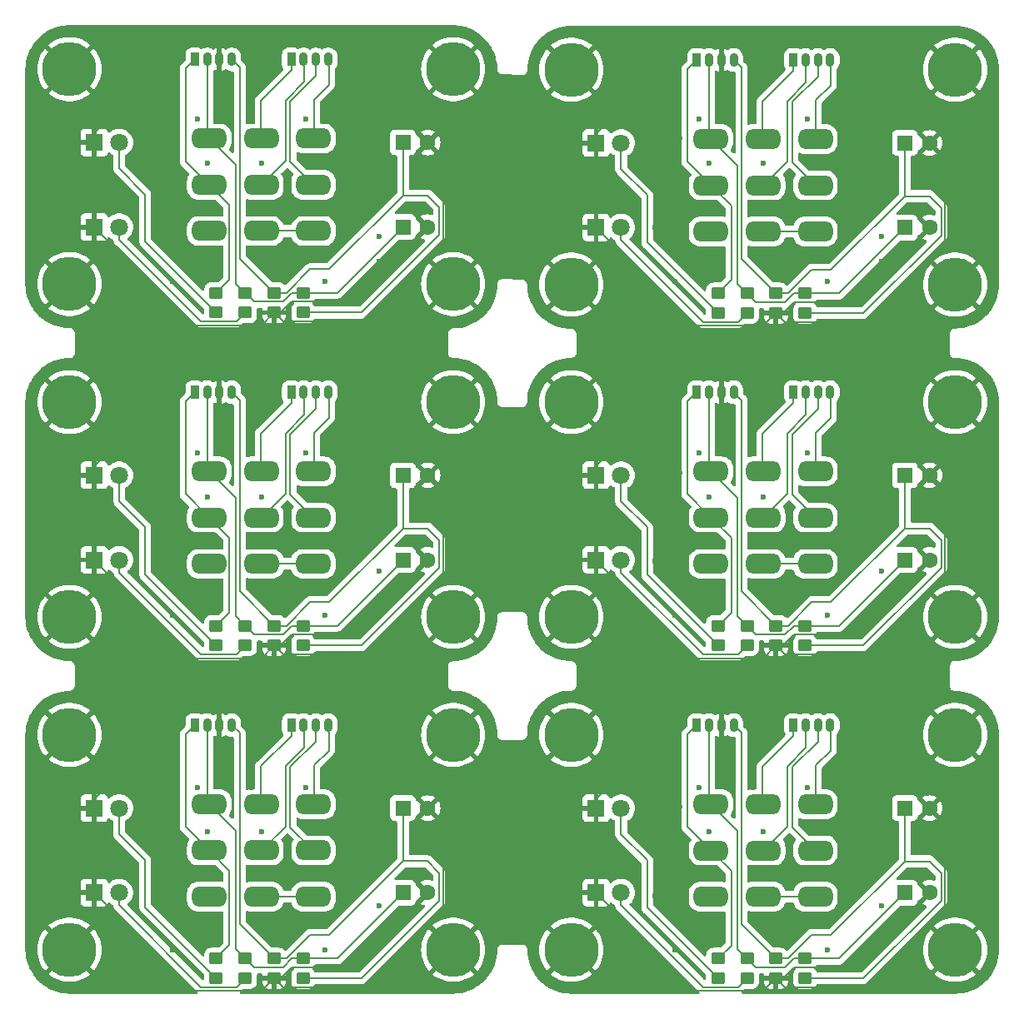
<source format=gbr>
%TF.GenerationSoftware,KiCad,Pcbnew,8.0.3*%
%TF.CreationDate,2025-01-13T20:57:30+02:00*%
%TF.ProjectId,TMF,544d462e-6b69-4636-9164-5f7063625858,rev?*%
%TF.SameCoordinates,Original*%
%TF.FileFunction,Copper,L1,Top*%
%TF.FilePolarity,Positive*%
%FSLAX46Y46*%
G04 Gerber Fmt 4.6, Leading zero omitted, Abs format (unit mm)*
G04 Created by KiCad (PCBNEW 8.0.3) date 2025-01-13 20:57:30*
%MOMM*%
%LPD*%
G01*
G04 APERTURE LIST*
G04 Aperture macros list*
%AMRoundRect*
0 Rectangle with rounded corners*
0 $1 Rounding radius*
0 $2 $3 $4 $5 $6 $7 $8 $9 X,Y pos of 4 corners*
0 Add a 4 corners polygon primitive as box body*
4,1,4,$2,$3,$4,$5,$6,$7,$8,$9,$2,$3,0*
0 Add four circle primitives for the rounded corners*
1,1,$1+$1,$2,$3*
1,1,$1+$1,$4,$5*
1,1,$1+$1,$6,$7*
1,1,$1+$1,$8,$9*
0 Add four rect primitives between the rounded corners*
20,1,$1+$1,$2,$3,$4,$5,0*
20,1,$1+$1,$4,$5,$6,$7,0*
20,1,$1+$1,$6,$7,$8,$9,0*
20,1,$1+$1,$8,$9,$2,$3,0*%
G04 Aperture macros list end*
%TA.AperFunction,SMDPad,CuDef*%
%ADD10RoundRect,0.250000X-0.450000X0.350000X-0.450000X-0.350000X0.450000X-0.350000X0.450000X0.350000X0*%
%TD*%
%TA.AperFunction,ComponentPad*%
%ADD11C,5.500000*%
%TD*%
%TA.AperFunction,ComponentPad*%
%ADD12R,1.600000X1.600000*%
%TD*%
%TA.AperFunction,ComponentPad*%
%ADD13C,1.600000*%
%TD*%
%TA.AperFunction,ComponentPad*%
%ADD14RoundRect,0.656168X-1.093832X-0.343832X1.093832X-0.343832X1.093832X0.343832X-1.093832X0.343832X0*%
%TD*%
%TA.AperFunction,ComponentPad*%
%ADD15R,1.800000X1.800000*%
%TD*%
%TA.AperFunction,ComponentPad*%
%ADD16C,1.800000*%
%TD*%
%TA.AperFunction,ComponentPad*%
%ADD17RoundRect,0.225000X-0.225000X-0.475000X0.225000X-0.475000X0.225000X0.475000X-0.225000X0.475000X0*%
%TD*%
%TA.AperFunction,ComponentPad*%
%ADD18O,0.900000X1.400000*%
%TD*%
%TA.AperFunction,ViaPad*%
%ADD19C,0.600000*%
%TD*%
%TA.AperFunction,Conductor*%
%ADD20C,0.200000*%
%TD*%
G04 APERTURE END LIST*
D10*
%TO.P,R4,1*%
%TO.N,+batt*%
X130900000Y-59205055D03*
%TO.P,R4,2*%
%TO.N,Net-(D2-A)*%
X130900000Y-61205055D03*
%TD*%
%TO.P,R4,1*%
%TO.N,+batt*%
X181900000Y-59255055D03*
%TO.P,R4,2*%
%TO.N,Net-(D2-A)*%
X181900000Y-61255055D03*
%TD*%
D11*
%TO.P,,1*%
%TO.N,GND*%
X167000000Y-126005055D03*
%TD*%
D10*
%TO.P,R1,1*%
%TO.N,+9v*%
X190750000Y-59255055D03*
%TO.P,R1,2*%
%TO.N,+4\u002C5v*%
X190750000Y-61255055D03*
%TD*%
D11*
%TO.P,REF\u002A\u002A,1*%
%TO.N,GND*%
X206000000Y-70305100D03*
%TD*%
%TO.P,,1*%
%TO.N,GND*%
X167000000Y-104155050D03*
%TD*%
D12*
%TO.P,C2,1*%
%TO.N,+9v*%
X200894888Y-86355055D03*
D13*
%TO.P,C2,2*%
%TO.N,GND*%
X203394888Y-86355055D03*
%TD*%
D14*
%TO.P,FTSW1,1*%
%TO.N,+batt*%
X130200000Y-48205055D03*
%TO.P,FTSW1,2*%
%TO.N,+9v*%
X130200000Y-43505055D03*
%TO.P,FTSW1,3*%
%TO.N,unconnected-(FTSW1-Pad3)*%
X130200000Y-52905055D03*
%TO.P,FTSW1,4*%
%TO.N,in*%
X135500000Y-48205055D03*
%TO.P,FTSW1,5*%
%TO.N,effect_in*%
X135500000Y-43505055D03*
%TO.P,FTSW1,6*%
%TO.N,clean*%
X135500000Y-52905055D03*
%TO.P,FTSW1,7*%
%TO.N,out*%
X140800000Y-48205055D03*
%TO.P,FTSW1,8*%
%TO.N,effect_out*%
X140800000Y-43505055D03*
%TO.P,FTSW1,9*%
%TO.N,clean*%
X140800000Y-52905055D03*
%TD*%
D10*
%TO.P,R2,1*%
%TO.N,+4\u002C5v*%
X136800000Y-93055055D03*
%TO.P,R2,2*%
%TO.N,GND*%
X136800000Y-95055055D03*
%TD*%
D15*
%TO.P,D1,1,K*%
%TO.N,GND*%
X118525000Y-86355055D03*
D16*
%TO.P,D1,2,A*%
%TO.N,Net-(D1-A)*%
X121065000Y-86355055D03*
%TD*%
D12*
%TO.P,C1,1*%
%TO.N,+4\u002C5v*%
X149900000Y-43905055D03*
D13*
%TO.P,C1,2*%
%TO.N,GND*%
X152400000Y-43905055D03*
%TD*%
D11*
%TO.P,,1*%
%TO.N,GND*%
X116000000Y-70305050D03*
%TD*%
D12*
%TO.P,C1,1*%
%TO.N,+4\u002C5v*%
X149900000Y-111600000D03*
D13*
%TO.P,C1,2*%
%TO.N,GND*%
X152400000Y-111600000D03*
%TD*%
D15*
%TO.P,D2,1,K*%
%TO.N,GND*%
X118525000Y-77755055D03*
D16*
%TO.P,D2,2,A*%
%TO.N,Net-(D2-A)*%
X121065000Y-77755055D03*
%TD*%
D11*
%TO.P,REF\u002A\u002A,1*%
%TO.N,GND*%
X155000000Y-126000000D03*
%TD*%
D15*
%TO.P,D1,1,K*%
%TO.N,GND*%
X118525000Y-52505055D03*
D16*
%TO.P,D1,2,A*%
%TO.N,Net-(D1-A)*%
X121065000Y-52505055D03*
%TD*%
D11*
%TO.P,,1*%
%TO.N,GND*%
X116000000Y-92155055D03*
%TD*%
D15*
%TO.P,D1,1,K*%
%TO.N,GND*%
X118525000Y-120200000D03*
D16*
%TO.P,D1,2,A*%
%TO.N,Net-(D1-A)*%
X121065000Y-120200000D03*
%TD*%
D14*
%TO.P,FTSW1,1*%
%TO.N,+batt*%
X181200000Y-115905055D03*
%TO.P,FTSW1,2*%
%TO.N,+9v*%
X181200000Y-111205055D03*
%TO.P,FTSW1,3*%
%TO.N,unconnected-(FTSW1-Pad3)*%
X181200000Y-120605055D03*
%TO.P,FTSW1,4*%
%TO.N,in*%
X186500000Y-115905055D03*
%TO.P,FTSW1,5*%
%TO.N,effect_in*%
X186500000Y-111205055D03*
%TO.P,FTSW1,6*%
%TO.N,clean*%
X186500000Y-120605055D03*
%TO.P,FTSW1,7*%
%TO.N,out*%
X191800000Y-115905055D03*
%TO.P,FTSW1,8*%
%TO.N,effect_out*%
X191800000Y-111205055D03*
%TO.P,FTSW1,9*%
%TO.N,clean*%
X191800000Y-120605055D03*
%TD*%
D10*
%TO.P,R1,1*%
%TO.N,+9v*%
X190750000Y-93055055D03*
%TO.P,R1,2*%
%TO.N,+4\u002C5v*%
X190750000Y-95055055D03*
%TD*%
D17*
%TO.P,J2,1,Pin_1*%
%TO.N,effect_in*%
X138550000Y-35455055D03*
D18*
%TO.P,J2,2,Pin_2*%
%TO.N,in*%
X139800000Y-35455055D03*
%TO.P,J2,3,Pin_3*%
%TO.N,out*%
X141050000Y-35455055D03*
%TO.P,J2,4,Pin_4*%
%TO.N,effect_out*%
X142300000Y-35455055D03*
%TD*%
D11*
%TO.P,,1*%
%TO.N,GND*%
X116000000Y-126000000D03*
%TD*%
%TO.P,,1*%
%TO.N,GND*%
X116000000Y-36455050D03*
%TD*%
D10*
%TO.P,R1,1*%
%TO.N,+9v*%
X139750000Y-126900000D03*
%TO.P,R1,2*%
%TO.N,+4\u002C5v*%
X139750000Y-128900000D03*
%TD*%
D11*
%TO.P,REF\u002A\u002A,1*%
%TO.N,GND*%
X206000000Y-104155100D03*
%TD*%
%TO.P,REF\u002A\u002A,1*%
%TO.N,GND*%
X155000000Y-58305055D03*
%TD*%
D17*
%TO.P,J1,1,Pin_1*%
%TO.N,+batt*%
X179750000Y-35505055D03*
D18*
%TO.P,J1,2,Pin_2*%
%TO.N,+9v*%
X181000000Y-35505055D03*
%TO.P,J1,3,Pin_3*%
%TO.N,GND*%
X182250000Y-35505055D03*
%TO.P,J1,4,Pin_4*%
%TO.N,+4\u002C5v*%
X183500000Y-35505055D03*
%TD*%
D17*
%TO.P,J1,1,Pin_1*%
%TO.N,+batt*%
X128750000Y-35455055D03*
D18*
%TO.P,J1,2,Pin_2*%
%TO.N,+9v*%
X130000000Y-35455055D03*
%TO.P,J1,3,Pin_3*%
%TO.N,GND*%
X131250000Y-35455055D03*
%TO.P,J1,4,Pin_4*%
%TO.N,+4\u002C5v*%
X132500000Y-35455055D03*
%TD*%
D15*
%TO.P,D1,1,K*%
%TO.N,GND*%
X169525000Y-120205055D03*
D16*
%TO.P,D1,2,A*%
%TO.N,Net-(D1-A)*%
X172065000Y-120205055D03*
%TD*%
D17*
%TO.P,J1,1,Pin_1*%
%TO.N,+batt*%
X179750000Y-103155055D03*
D18*
%TO.P,J1,2,Pin_2*%
%TO.N,+9v*%
X181000000Y-103155055D03*
%TO.P,J1,3,Pin_3*%
%TO.N,GND*%
X182250000Y-103155055D03*
%TO.P,J1,4,Pin_4*%
%TO.N,+4\u002C5v*%
X183500000Y-103155055D03*
%TD*%
D10*
%TO.P,R2,1*%
%TO.N,+4\u002C5v*%
X187800000Y-93055055D03*
%TO.P,R2,2*%
%TO.N,GND*%
X187800000Y-95055055D03*
%TD*%
D15*
%TO.P,D2,1,K*%
%TO.N,GND*%
X118525000Y-43905055D03*
D16*
%TO.P,D2,2,A*%
%TO.N,Net-(D2-A)*%
X121065000Y-43905055D03*
%TD*%
D14*
%TO.P,FTSW1,1*%
%TO.N,+batt*%
X130200000Y-115900000D03*
%TO.P,FTSW1,2*%
%TO.N,+9v*%
X130200000Y-111200000D03*
%TO.P,FTSW1,3*%
%TO.N,unconnected-(FTSW1-Pad3)*%
X130200000Y-120600000D03*
%TO.P,FTSW1,4*%
%TO.N,in*%
X135500000Y-115900000D03*
%TO.P,FTSW1,5*%
%TO.N,effect_in*%
X135500000Y-111200000D03*
%TO.P,FTSW1,6*%
%TO.N,clean*%
X135500000Y-120600000D03*
%TO.P,FTSW1,7*%
%TO.N,out*%
X140800000Y-115900000D03*
%TO.P,FTSW1,8*%
%TO.N,effect_out*%
X140800000Y-111200000D03*
%TO.P,FTSW1,9*%
%TO.N,clean*%
X140800000Y-120600000D03*
%TD*%
D12*
%TO.P,C1,1*%
%TO.N,+4\u002C5v*%
X149900000Y-77755055D03*
D13*
%TO.P,C1,2*%
%TO.N,GND*%
X152400000Y-77755055D03*
%TD*%
D10*
%TO.P,R2,1*%
%TO.N,+4\u002C5v*%
X136800000Y-59205055D03*
%TO.P,R2,2*%
%TO.N,GND*%
X136800000Y-61205055D03*
%TD*%
%TO.P,R4,1*%
%TO.N,+batt*%
X181900000Y-126905055D03*
%TO.P,R4,2*%
%TO.N,Net-(D2-A)*%
X181900000Y-128905055D03*
%TD*%
D11*
%TO.P,,1*%
%TO.N,GND*%
X167000000Y-58355055D03*
%TD*%
%TO.P,REF\u002A\u002A,1*%
%TO.N,GND*%
X206000000Y-92155055D03*
%TD*%
D14*
%TO.P,FTSW1,1*%
%TO.N,+batt*%
X181200000Y-48255055D03*
%TO.P,FTSW1,2*%
%TO.N,+9v*%
X181200000Y-43555055D03*
%TO.P,FTSW1,3*%
%TO.N,unconnected-(FTSW1-Pad3)*%
X181200000Y-52955055D03*
%TO.P,FTSW1,4*%
%TO.N,in*%
X186500000Y-48255055D03*
%TO.P,FTSW1,5*%
%TO.N,effect_in*%
X186500000Y-43555055D03*
%TO.P,FTSW1,6*%
%TO.N,clean*%
X186500000Y-52955055D03*
%TO.P,FTSW1,7*%
%TO.N,out*%
X191800000Y-48255055D03*
%TO.P,FTSW1,8*%
%TO.N,effect_out*%
X191800000Y-43555055D03*
%TO.P,FTSW1,9*%
%TO.N,clean*%
X191800000Y-52955055D03*
%TD*%
D10*
%TO.P,R3,1*%
%TO.N,+9v*%
X184850000Y-93055055D03*
%TO.P,R3,2*%
%TO.N,Net-(D1-A)*%
X184850000Y-95055055D03*
%TD*%
D12*
%TO.P,C1,1*%
%TO.N,+4\u002C5v*%
X200900000Y-111605055D03*
D13*
%TO.P,C1,2*%
%TO.N,GND*%
X203400000Y-111605055D03*
%TD*%
D10*
%TO.P,R4,1*%
%TO.N,+batt*%
X130900000Y-93055055D03*
%TO.P,R4,2*%
%TO.N,Net-(D2-A)*%
X130900000Y-95055055D03*
%TD*%
D11*
%TO.P,,1*%
%TO.N,GND*%
X167000000Y-70305050D03*
%TD*%
%TO.P,,1*%
%TO.N,GND*%
X167000000Y-36505050D03*
%TD*%
D10*
%TO.P,R2,1*%
%TO.N,+4\u002C5v*%
X187800000Y-126905055D03*
%TO.P,R2,2*%
%TO.N,GND*%
X187800000Y-128905055D03*
%TD*%
D17*
%TO.P,J2,1,Pin_1*%
%TO.N,effect_in*%
X189550000Y-35505055D03*
D18*
%TO.P,J2,2,Pin_2*%
%TO.N,in*%
X190800000Y-35505055D03*
%TO.P,J2,3,Pin_3*%
%TO.N,out*%
X192050000Y-35505055D03*
%TO.P,J2,4,Pin_4*%
%TO.N,effect_out*%
X193300000Y-35505055D03*
%TD*%
D12*
%TO.P,C1,1*%
%TO.N,+4\u002C5v*%
X200900000Y-43955055D03*
D13*
%TO.P,C1,2*%
%TO.N,GND*%
X203400000Y-43955055D03*
%TD*%
D11*
%TO.P,REF\u002A\u002A,1*%
%TO.N,GND*%
X206000000Y-58355055D03*
%TD*%
D10*
%TO.P,R2,1*%
%TO.N,+4\u002C5v*%
X136800000Y-126900000D03*
%TO.P,R2,2*%
%TO.N,GND*%
X136800000Y-128900000D03*
%TD*%
%TO.P,R1,1*%
%TO.N,+9v*%
X139750000Y-93055055D03*
%TO.P,R1,2*%
%TO.N,+4\u002C5v*%
X139750000Y-95055055D03*
%TD*%
D15*
%TO.P,D2,1,K*%
%TO.N,GND*%
X169525000Y-111605055D03*
D16*
%TO.P,D2,2,A*%
%TO.N,Net-(D2-A)*%
X172065000Y-111605055D03*
%TD*%
D17*
%TO.P,J2,1,Pin_1*%
%TO.N,effect_in*%
X138550000Y-69305055D03*
D18*
%TO.P,J2,2,Pin_2*%
%TO.N,in*%
X139800000Y-69305055D03*
%TO.P,J2,3,Pin_3*%
%TO.N,out*%
X141050000Y-69305055D03*
%TO.P,J2,4,Pin_4*%
%TO.N,effect_out*%
X142300000Y-69305055D03*
%TD*%
D10*
%TO.P,R3,1*%
%TO.N,+9v*%
X133850000Y-93055055D03*
%TO.P,R3,2*%
%TO.N,Net-(D1-A)*%
X133850000Y-95055055D03*
%TD*%
D11*
%TO.P,,1*%
%TO.N,GND*%
X167000000Y-92155055D03*
%TD*%
D15*
%TO.P,D1,1,K*%
%TO.N,GND*%
X169525000Y-86355055D03*
D16*
%TO.P,D1,2,A*%
%TO.N,Net-(D1-A)*%
X172065000Y-86355055D03*
%TD*%
D15*
%TO.P,D1,1,K*%
%TO.N,GND*%
X169525000Y-52555055D03*
D16*
%TO.P,D1,2,A*%
%TO.N,Net-(D1-A)*%
X172065000Y-52555055D03*
%TD*%
D11*
%TO.P,,1*%
%TO.N,GND*%
X116000000Y-58305055D03*
%TD*%
D14*
%TO.P,FTSW1,1*%
%TO.N,+batt*%
X181200000Y-82055055D03*
%TO.P,FTSW1,2*%
%TO.N,+9v*%
X181200000Y-77355055D03*
%TO.P,FTSW1,3*%
%TO.N,unconnected-(FTSW1-Pad3)*%
X181200000Y-86755055D03*
%TO.P,FTSW1,4*%
%TO.N,in*%
X186500000Y-82055055D03*
%TO.P,FTSW1,5*%
%TO.N,effect_in*%
X186500000Y-77355055D03*
%TO.P,FTSW1,6*%
%TO.N,clean*%
X186500000Y-86755055D03*
%TO.P,FTSW1,7*%
%TO.N,out*%
X191800000Y-82055055D03*
%TO.P,FTSW1,8*%
%TO.N,effect_out*%
X191800000Y-77355055D03*
%TO.P,FTSW1,9*%
%TO.N,clean*%
X191800000Y-86755055D03*
%TD*%
D15*
%TO.P,D2,1,K*%
%TO.N,GND*%
X118525000Y-111600000D03*
D16*
%TO.P,D2,2,A*%
%TO.N,Net-(D2-A)*%
X121065000Y-111600000D03*
%TD*%
D10*
%TO.P,R3,1*%
%TO.N,+9v*%
X184850000Y-126905055D03*
%TO.P,R3,2*%
%TO.N,Net-(D1-A)*%
X184850000Y-128905055D03*
%TD*%
D17*
%TO.P,J1,1,Pin_1*%
%TO.N,+batt*%
X128750000Y-69305055D03*
D18*
%TO.P,J1,2,Pin_2*%
%TO.N,+9v*%
X130000000Y-69305055D03*
%TO.P,J1,3,Pin_3*%
%TO.N,GND*%
X131250000Y-69305055D03*
%TO.P,J1,4,Pin_4*%
%TO.N,+4\u002C5v*%
X132500000Y-69305055D03*
%TD*%
D12*
%TO.P,C1,1*%
%TO.N,+4\u002C5v*%
X200900000Y-77755055D03*
D13*
%TO.P,C1,2*%
%TO.N,GND*%
X203400000Y-77755055D03*
%TD*%
D10*
%TO.P,R3,1*%
%TO.N,+9v*%
X133850000Y-126900000D03*
%TO.P,R3,2*%
%TO.N,Net-(D1-A)*%
X133850000Y-128900000D03*
%TD*%
%TO.P,R3,1*%
%TO.N,+9v*%
X133850000Y-59205055D03*
%TO.P,R3,2*%
%TO.N,Net-(D1-A)*%
X133850000Y-61205055D03*
%TD*%
D12*
%TO.P,C2,1*%
%TO.N,+9v*%
X149894888Y-120200000D03*
D13*
%TO.P,C2,2*%
%TO.N,GND*%
X152394888Y-120200000D03*
%TD*%
D15*
%TO.P,D2,1,K*%
%TO.N,GND*%
X169525000Y-77755055D03*
D16*
%TO.P,D2,2,A*%
%TO.N,Net-(D2-A)*%
X172065000Y-77755055D03*
%TD*%
D11*
%TO.P,REF\u002A\u002A,1*%
%TO.N,GND*%
X206000000Y-36505100D03*
%TD*%
D10*
%TO.P,R2,1*%
%TO.N,+4\u002C5v*%
X187800000Y-59255055D03*
%TO.P,R2,2*%
%TO.N,GND*%
X187800000Y-61255055D03*
%TD*%
D11*
%TO.P,REF\u002A\u002A,1*%
%TO.N,GND*%
X155000000Y-36455100D03*
%TD*%
%TO.P,REF\u002A\u002A,1*%
%TO.N,GND*%
X206000000Y-126005055D03*
%TD*%
D17*
%TO.P,J2,1,Pin_1*%
%TO.N,effect_in*%
X138550000Y-103150000D03*
D18*
%TO.P,J2,2,Pin_2*%
%TO.N,in*%
X139800000Y-103150000D03*
%TO.P,J2,3,Pin_3*%
%TO.N,out*%
X141050000Y-103150000D03*
%TO.P,J2,4,Pin_4*%
%TO.N,effect_out*%
X142300000Y-103150000D03*
%TD*%
D11*
%TO.P,REF\u002A\u002A,1*%
%TO.N,GND*%
X155000000Y-104150045D03*
%TD*%
D10*
%TO.P,R4,1*%
%TO.N,+batt*%
X130900000Y-126900000D03*
%TO.P,R4,2*%
%TO.N,Net-(D2-A)*%
X130900000Y-128900000D03*
%TD*%
%TO.P,R1,1*%
%TO.N,+9v*%
X139750000Y-59205055D03*
%TO.P,R1,2*%
%TO.N,+4\u002C5v*%
X139750000Y-61205055D03*
%TD*%
D12*
%TO.P,C2,1*%
%TO.N,+9v*%
X149894888Y-52505055D03*
D13*
%TO.P,C2,2*%
%TO.N,GND*%
X152394888Y-52505055D03*
%TD*%
D14*
%TO.P,FTSW1,1*%
%TO.N,+batt*%
X130200000Y-82055055D03*
%TO.P,FTSW1,2*%
%TO.N,+9v*%
X130200000Y-77355055D03*
%TO.P,FTSW1,3*%
%TO.N,unconnected-(FTSW1-Pad3)*%
X130200000Y-86755055D03*
%TO.P,FTSW1,4*%
%TO.N,in*%
X135500000Y-82055055D03*
%TO.P,FTSW1,5*%
%TO.N,effect_in*%
X135500000Y-77355055D03*
%TO.P,FTSW1,6*%
%TO.N,clean*%
X135500000Y-86755055D03*
%TO.P,FTSW1,7*%
%TO.N,out*%
X140800000Y-82055055D03*
%TO.P,FTSW1,8*%
%TO.N,effect_out*%
X140800000Y-77355055D03*
%TO.P,FTSW1,9*%
%TO.N,clean*%
X140800000Y-86755055D03*
%TD*%
D12*
%TO.P,C2,1*%
%TO.N,+9v*%
X149894888Y-86355055D03*
D13*
%TO.P,C2,2*%
%TO.N,GND*%
X152394888Y-86355055D03*
%TD*%
D12*
%TO.P,C2,1*%
%TO.N,+9v*%
X200894888Y-120205055D03*
D13*
%TO.P,C2,2*%
%TO.N,GND*%
X203394888Y-120205055D03*
%TD*%
D12*
%TO.P,C2,1*%
%TO.N,+9v*%
X200894888Y-52555055D03*
D13*
%TO.P,C2,2*%
%TO.N,GND*%
X203394888Y-52555055D03*
%TD*%
D17*
%TO.P,J2,1,Pin_1*%
%TO.N,effect_in*%
X189550000Y-103155055D03*
D18*
%TO.P,J2,2,Pin_2*%
%TO.N,in*%
X190800000Y-103155055D03*
%TO.P,J2,3,Pin_3*%
%TO.N,out*%
X192050000Y-103155055D03*
%TO.P,J2,4,Pin_4*%
%TO.N,effect_out*%
X193300000Y-103155055D03*
%TD*%
D15*
%TO.P,D2,1,K*%
%TO.N,GND*%
X169525000Y-43955055D03*
D16*
%TO.P,D2,2,A*%
%TO.N,Net-(D2-A)*%
X172065000Y-43955055D03*
%TD*%
D17*
%TO.P,J2,1,Pin_1*%
%TO.N,effect_in*%
X189550000Y-69305055D03*
D18*
%TO.P,J2,2,Pin_2*%
%TO.N,in*%
X190800000Y-69305055D03*
%TO.P,J2,3,Pin_3*%
%TO.N,out*%
X192050000Y-69305055D03*
%TO.P,J2,4,Pin_4*%
%TO.N,effect_out*%
X193300000Y-69305055D03*
%TD*%
D10*
%TO.P,R1,1*%
%TO.N,+9v*%
X190750000Y-126905055D03*
%TO.P,R1,2*%
%TO.N,+4\u002C5v*%
X190750000Y-128905055D03*
%TD*%
D11*
%TO.P,,1*%
%TO.N,GND*%
X116000000Y-104149995D03*
%TD*%
D17*
%TO.P,J1,1,Pin_1*%
%TO.N,+batt*%
X179750000Y-69305055D03*
D18*
%TO.P,J1,2,Pin_2*%
%TO.N,+9v*%
X181000000Y-69305055D03*
%TO.P,J1,3,Pin_3*%
%TO.N,GND*%
X182250000Y-69305055D03*
%TO.P,J1,4,Pin_4*%
%TO.N,+4\u002C5v*%
X183500000Y-69305055D03*
%TD*%
D10*
%TO.P,R3,1*%
%TO.N,+9v*%
X184850000Y-59255055D03*
%TO.P,R3,2*%
%TO.N,Net-(D1-A)*%
X184850000Y-61255055D03*
%TD*%
D17*
%TO.P,J1,1,Pin_1*%
%TO.N,+batt*%
X128750000Y-103150000D03*
D18*
%TO.P,J1,2,Pin_2*%
%TO.N,+9v*%
X130000000Y-103150000D03*
%TO.P,J1,3,Pin_3*%
%TO.N,GND*%
X131250000Y-103150000D03*
%TO.P,J1,4,Pin_4*%
%TO.N,+4\u002C5v*%
X132500000Y-103150000D03*
%TD*%
D10*
%TO.P,R4,1*%
%TO.N,+batt*%
X181900000Y-93055055D03*
%TO.P,R4,2*%
%TO.N,Net-(D2-A)*%
X181900000Y-95055055D03*
%TD*%
D11*
%TO.P,REF\u002A\u002A,1*%
%TO.N,GND*%
X155000000Y-92155055D03*
%TD*%
%TO.P,REF\u002A\u002A,1*%
%TO.N,GND*%
X155000000Y-70305100D03*
%TD*%
D19*
%TO.N,GND*%
X147500000Y-56000000D03*
X124000000Y-34000000D03*
X147500000Y-37000000D03*
X147500000Y-33500000D03*
X151000000Y-59000000D03*
X151000000Y-33500000D03*
X120500000Y-37500000D03*
X120500000Y-34000000D03*
X147500000Y-40500000D03*
X151000000Y-37000000D03*
X144000000Y-48000000D03*
X126500000Y-48000000D03*
X123000000Y-58500000D03*
X126500000Y-58000000D03*
X134500000Y-41500000D03*
X130000000Y-50500000D03*
X142000000Y-58000000D03*
X124000000Y-43500000D03*
X144000000Y-53000000D03*
X130000000Y-55500000D03*
X129000000Y-41500000D03*
X140000000Y-41500000D03*
X141000000Y-46000000D03*
X151000000Y-61000000D03*
X141000000Y-55500000D03*
X141000000Y-50500000D03*
X120000000Y-58500000D03*
X135500000Y-55500000D03*
X135500000Y-46000000D03*
X144000000Y-43000000D03*
X130000000Y-46000000D03*
X127000000Y-43500000D03*
X123500000Y-61000000D03*
X135500000Y-50500000D03*
X126500000Y-52500000D03*
X148500000Y-61000000D03*
X120000000Y-61000000D03*
X124500000Y-52500000D03*
X147500000Y-53500000D03*
X198500000Y-56000000D03*
X175000000Y-34000000D03*
X198500000Y-37000000D03*
X198500000Y-33500000D03*
X202000000Y-59000000D03*
X202000000Y-33500000D03*
X171500000Y-37500000D03*
X171500000Y-34000000D03*
X198500000Y-40500000D03*
X202000000Y-37000000D03*
X195000000Y-48000000D03*
X177500000Y-48000000D03*
X174000000Y-58500000D03*
X177500000Y-58000000D03*
X185500000Y-41500000D03*
X181000000Y-50500000D03*
X193000000Y-58000000D03*
X175000000Y-43500000D03*
X195000000Y-53000000D03*
X181000000Y-55500000D03*
X180000000Y-41500000D03*
X191000000Y-41500000D03*
X192000000Y-46000000D03*
X202000000Y-61000000D03*
X192000000Y-55500000D03*
X192000000Y-50500000D03*
X171000000Y-58500000D03*
X186500000Y-55500000D03*
X186500000Y-46000000D03*
X195000000Y-43000000D03*
X181000000Y-46000000D03*
X178000000Y-43500000D03*
X174500000Y-61000000D03*
X186500000Y-50500000D03*
X177500000Y-52500000D03*
X199500000Y-61000000D03*
X171000000Y-61000000D03*
X175500000Y-52500000D03*
X198500000Y-53500000D03*
X198500000Y-90000000D03*
X175000000Y-68000000D03*
X198500000Y-71000000D03*
X198500000Y-67500000D03*
X202000000Y-93000000D03*
X202000000Y-67500000D03*
X171500000Y-71500000D03*
X171500000Y-68000000D03*
X198500000Y-74500000D03*
X202000000Y-71000000D03*
X195000000Y-82000000D03*
X177500000Y-82000000D03*
X174000000Y-92500000D03*
X177500000Y-92000000D03*
X185500000Y-75500000D03*
X181000000Y-84500000D03*
X193000000Y-92000000D03*
X175000000Y-77500000D03*
X195000000Y-87000000D03*
X181000000Y-89500000D03*
X180000000Y-75500000D03*
X191000000Y-75500000D03*
X192000000Y-80000000D03*
X202000000Y-95000000D03*
X192000000Y-89500000D03*
X192000000Y-84500000D03*
X171000000Y-92500000D03*
X186500000Y-89500000D03*
X186500000Y-80000000D03*
X195000000Y-77000000D03*
X181000000Y-80000000D03*
X178000000Y-77500000D03*
X174500000Y-95000000D03*
X186500000Y-84500000D03*
X177500000Y-86500000D03*
X199500000Y-95000000D03*
X171000000Y-95000000D03*
X175500000Y-86500000D03*
X198500000Y-87500000D03*
X198500000Y-124000000D03*
X175000000Y-102000000D03*
X198500000Y-105000000D03*
X198500000Y-101500000D03*
X202000000Y-127000000D03*
X202000000Y-101500000D03*
X171500000Y-105500000D03*
X171500000Y-102000000D03*
X198500000Y-108500000D03*
X202000000Y-105000000D03*
X195000000Y-116000000D03*
X177500000Y-116000000D03*
X174000000Y-126500000D03*
X177500000Y-126000000D03*
X185500000Y-109500000D03*
X181000000Y-118500000D03*
X193000000Y-126000000D03*
X175000000Y-111500000D03*
X195000000Y-121000000D03*
X181000000Y-123500000D03*
X180000000Y-109500000D03*
X191000000Y-109500000D03*
X192000000Y-114000000D03*
X202000000Y-129000000D03*
X192000000Y-123500000D03*
X192000000Y-118500000D03*
X171000000Y-126500000D03*
X186500000Y-123500000D03*
X186500000Y-114000000D03*
X195000000Y-111000000D03*
X181000000Y-114000000D03*
X178000000Y-111500000D03*
X174500000Y-129000000D03*
X186500000Y-118500000D03*
X177500000Y-120500000D03*
X199500000Y-129000000D03*
X171000000Y-129000000D03*
X175500000Y-120500000D03*
X198500000Y-121500000D03*
X147500000Y-124000000D03*
X124000000Y-102000000D03*
X147500000Y-105000000D03*
X147500000Y-101500000D03*
X151000000Y-127000000D03*
X151000000Y-101500000D03*
X120500000Y-105500000D03*
X120500000Y-102000000D03*
X147500000Y-108500000D03*
X151000000Y-105000000D03*
X144000000Y-116000000D03*
X126500000Y-116000000D03*
X123000000Y-126500000D03*
X126500000Y-126000000D03*
X134500000Y-109500000D03*
X130000000Y-118500000D03*
X142000000Y-126000000D03*
X124000000Y-111500000D03*
X144000000Y-121000000D03*
X130000000Y-123500000D03*
X129000000Y-109500000D03*
X140000000Y-109500000D03*
X141000000Y-114000000D03*
X151000000Y-129000000D03*
X141000000Y-123500000D03*
X141000000Y-118500000D03*
X120000000Y-126500000D03*
X135500000Y-123500000D03*
X135500000Y-114000000D03*
X144000000Y-111000000D03*
X130000000Y-114000000D03*
X127000000Y-111500000D03*
X123500000Y-129000000D03*
X135500000Y-118500000D03*
X126500000Y-120500000D03*
X148500000Y-129000000D03*
X120000000Y-129000000D03*
X124500000Y-120500000D03*
X147500000Y-121500000D03*
X147500000Y-90000000D03*
X147500000Y-87500000D03*
X147500000Y-82500000D03*
X147500000Y-79000000D03*
X147500000Y-74500000D03*
X151000000Y-71000000D03*
X147500000Y-71000000D03*
X151000000Y-67500000D03*
X147500000Y-67500000D03*
X124000000Y-68000000D03*
X120500000Y-71500000D03*
X120500000Y-68000000D03*
X151000000Y-93000000D03*
X151000000Y-95000000D03*
X148500000Y-95000000D03*
X123500000Y-95000000D03*
X120000000Y-95000000D03*
X123000000Y-92500000D03*
X120000000Y-92500000D03*
X126500000Y-92000000D03*
X142000000Y-92000000D03*
X124500000Y-86500000D03*
X124000000Y-77500000D03*
X127000000Y-77500000D03*
X126500000Y-82000000D03*
X126500000Y-86500000D03*
X144000000Y-87000000D03*
X144000000Y-82000000D03*
X144000000Y-77000000D03*
X129000000Y-75500000D03*
X134500000Y-75500000D03*
X140000000Y-75500000D03*
X141000000Y-89500000D03*
X135500000Y-89500000D03*
X130000000Y-89500000D03*
X130000000Y-80000000D03*
X130000000Y-84500000D03*
X141000000Y-84500000D03*
X141000000Y-80000000D03*
X135500000Y-84500000D03*
X135500000Y-80000000D03*
X158500000Y-44500000D03*
X158500000Y-47000000D03*
X156000000Y-49500000D03*
X156000000Y-47000000D03*
X163500000Y-52000000D03*
X161000000Y-44500000D03*
X161000000Y-47000000D03*
X161000000Y-49500000D03*
X156000000Y-44500000D03*
X161000000Y-52000000D03*
X166000000Y-49500000D03*
X163500000Y-47000000D03*
X158500000Y-42000000D03*
X166000000Y-42000000D03*
X166000000Y-52000000D03*
X166000000Y-44500000D03*
X166000000Y-47000000D03*
X161000000Y-42000000D03*
X158500000Y-49500000D03*
X163500000Y-49500000D03*
X163500000Y-42000000D03*
X158500000Y-52000000D03*
X163500000Y-44500000D03*
X156000000Y-42000000D03*
X156000000Y-52000000D03*
X158500000Y-78500000D03*
X158500000Y-81000000D03*
X156000000Y-83500000D03*
X156000000Y-81000000D03*
X163500000Y-86000000D03*
X161000000Y-78500000D03*
X161000000Y-81000000D03*
X161000000Y-83500000D03*
X156000000Y-78500000D03*
X161000000Y-86000000D03*
X166000000Y-83500000D03*
X163500000Y-81000000D03*
X158500000Y-76000000D03*
X166000000Y-76000000D03*
X166000000Y-86000000D03*
X166000000Y-78500000D03*
X166000000Y-81000000D03*
X161000000Y-76000000D03*
X158500000Y-83500000D03*
X163500000Y-83500000D03*
X163500000Y-76000000D03*
X158500000Y-86000000D03*
X163500000Y-78500000D03*
X156000000Y-76000000D03*
X156000000Y-86000000D03*
X158500000Y-113000000D03*
X158500000Y-115500000D03*
X156000000Y-118000000D03*
X156000000Y-115500000D03*
X163500000Y-120500000D03*
X161000000Y-113000000D03*
X161000000Y-115500000D03*
X161000000Y-118000000D03*
X156000000Y-113000000D03*
X161000000Y-120500000D03*
X166000000Y-118000000D03*
X163500000Y-115500000D03*
X158500000Y-110500000D03*
X166000000Y-110500000D03*
X166000000Y-120500000D03*
X166000000Y-113000000D03*
X166000000Y-115500000D03*
X161000000Y-110500000D03*
X158500000Y-118000000D03*
X163500000Y-118000000D03*
X163500000Y-110500000D03*
X158500000Y-120500000D03*
X163500000Y-113000000D03*
X156000000Y-110500000D03*
X156000000Y-120500000D03*
%TD*%
D20*
%TO.N,+batt*%
X178800000Y-104100000D02*
X178800000Y-113500000D01*
X130200000Y-48205055D02*
X132250000Y-50255055D01*
X183250000Y-57905055D02*
X181900000Y-59255055D01*
X178800000Y-79650000D02*
X181200000Y-82050000D01*
X132250000Y-84105055D02*
X132250000Y-91705055D01*
X127800000Y-79650000D02*
X130200000Y-82050000D01*
X179750000Y-35500000D02*
X178800000Y-36450000D01*
X183250000Y-117955055D02*
X183250000Y-125555055D01*
X178800000Y-45850000D02*
X181200000Y-48250000D01*
X132250000Y-57855055D02*
X130900000Y-59205055D01*
X181200000Y-48255055D02*
X183250000Y-50305055D01*
X181200000Y-115905055D02*
X183250000Y-117955055D01*
X127800000Y-104100000D02*
X127800000Y-113500000D01*
X128750000Y-69300000D02*
X127800000Y-70250000D01*
X179750000Y-69300000D02*
X178800000Y-70250000D01*
X132250000Y-117950000D02*
X132250000Y-125550000D01*
X178800000Y-36450000D02*
X178800000Y-45850000D01*
X127800000Y-45800000D02*
X130200000Y-48200000D01*
X127800000Y-70250000D02*
X127800000Y-79650000D01*
X181200000Y-82055055D02*
X183250000Y-84105055D01*
X130200000Y-82055055D02*
X132250000Y-84105055D01*
X178800000Y-70250000D02*
X178800000Y-79650000D01*
X179750000Y-103150000D02*
X178800000Y-104100000D01*
X127800000Y-36400000D02*
X127800000Y-45800000D01*
X127800000Y-113500000D02*
X130200000Y-115900000D01*
X178800000Y-113500000D02*
X181200000Y-115900000D01*
X132250000Y-91705055D02*
X130900000Y-93055055D01*
X130200000Y-115900000D02*
X132250000Y-117950000D01*
X128750000Y-35450000D02*
X127800000Y-36400000D01*
X183250000Y-91705055D02*
X181900000Y-93055055D01*
X183250000Y-125555055D02*
X181900000Y-126905055D01*
X183250000Y-50305055D02*
X183250000Y-57905055D01*
X128750000Y-103150000D02*
X127800000Y-104100000D01*
X132250000Y-50255055D02*
X132250000Y-57855055D01*
X183250000Y-84105055D02*
X183250000Y-91705055D01*
X132250000Y-125550000D02*
X130900000Y-126900000D01*
%TO.N,GND*%
X118525000Y-52505055D02*
X128525000Y-62505055D01*
X145700000Y-95955055D02*
X137700000Y-95955055D01*
X127550000Y-67800000D02*
X131250000Y-67800000D01*
X205000000Y-53855055D02*
X196700000Y-62155055D01*
X205000000Y-121505055D02*
X196700000Y-129805055D01*
X188700000Y-62155055D02*
X187800000Y-61255055D01*
X182250000Y-34000000D02*
X182250000Y-35500000D01*
X182250000Y-67800000D02*
X182250000Y-69300000D01*
X203394888Y-52555055D02*
X195794888Y-60155055D01*
X169525000Y-43955055D02*
X169525000Y-52555055D01*
X138600000Y-60105055D02*
X137500000Y-61205055D01*
X118525000Y-76825000D02*
X127550000Y-67800000D01*
X189600000Y-93955055D02*
X188500000Y-95055055D01*
X152400000Y-111600000D02*
X154000000Y-113200000D01*
X188700000Y-95955055D02*
X187800000Y-95055055D01*
X205000000Y-113205055D02*
X205000000Y-121505055D01*
X118525000Y-120200000D02*
X128525000Y-130200000D01*
X203400000Y-77755055D02*
X205000000Y-79355055D01*
X145700000Y-129800000D02*
X137700000Y-129800000D01*
X203394888Y-120205055D02*
X195794888Y-127805055D01*
X169525000Y-120205055D02*
X179525000Y-130205055D01*
X137700000Y-62105055D02*
X136800000Y-61205055D01*
X169525000Y-77755055D02*
X169525000Y-86355055D01*
X196700000Y-95955055D02*
X188700000Y-95955055D01*
X152394888Y-52505055D02*
X144794888Y-60105055D01*
X152400000Y-43905055D02*
X154000000Y-45505055D01*
X178550000Y-101650000D02*
X182250000Y-101650000D01*
X196700000Y-129805055D02*
X188700000Y-129805055D01*
X196700000Y-62155055D02*
X188700000Y-62155055D01*
X128525000Y-62505055D02*
X135500000Y-62505055D01*
X205000000Y-79355055D02*
X205000000Y-87655055D01*
X137500000Y-95055055D02*
X136800000Y-95055055D01*
X154000000Y-53805055D02*
X145700000Y-62105055D01*
X135500000Y-96355055D02*
X136800000Y-95055055D01*
X169525000Y-111605055D02*
X169525000Y-120205055D01*
X144794888Y-127800000D02*
X138600000Y-127800000D01*
X169525000Y-52555055D02*
X179525000Y-62555055D01*
X118525000Y-110675000D02*
X127550000Y-101650000D01*
X135500000Y-62505055D02*
X136800000Y-61205055D01*
X137500000Y-128900000D02*
X136800000Y-128900000D01*
X186500000Y-130205055D02*
X187800000Y-128905055D01*
X127550000Y-33950000D02*
X131250000Y-33950000D01*
X118525000Y-43905055D02*
X118525000Y-52505055D01*
X178550000Y-67800000D02*
X182250000Y-67800000D01*
X138600000Y-127800000D02*
X137500000Y-128900000D01*
X118525000Y-42975000D02*
X127550000Y-33950000D01*
X195794888Y-127805055D02*
X189600000Y-127805055D01*
X205000000Y-45555055D02*
X205000000Y-53855055D01*
X154000000Y-79355055D02*
X154000000Y-87655055D01*
X127550000Y-101650000D02*
X131250000Y-101650000D01*
X182250000Y-101650000D02*
X182250000Y-103150000D01*
X195794888Y-93955055D02*
X189600000Y-93955055D01*
X178550000Y-34000000D02*
X182250000Y-34000000D01*
X203400000Y-111605055D02*
X205000000Y-113205055D01*
X188500000Y-95055055D02*
X187800000Y-95055055D01*
X128525000Y-96355055D02*
X135500000Y-96355055D01*
X188700000Y-129805055D02*
X187800000Y-128905055D01*
X169525000Y-43025000D02*
X178550000Y-34000000D01*
X118525000Y-86355055D02*
X128525000Y-96355055D01*
X189600000Y-127805055D02*
X188500000Y-128905055D01*
X137500000Y-61205055D02*
X136800000Y-61205055D01*
X144794888Y-60105055D02*
X138600000Y-60105055D01*
X179525000Y-96355055D02*
X186500000Y-96355055D01*
X131250000Y-101650000D02*
X131250000Y-103150000D01*
X137700000Y-129800000D02*
X136800000Y-128900000D01*
X131250000Y-33950000D02*
X131250000Y-35450000D01*
X118525000Y-77755055D02*
X118525000Y-86355055D01*
X203400000Y-43955055D02*
X205000000Y-45555055D01*
X135500000Y-130200000D02*
X136800000Y-128900000D01*
X154000000Y-121500000D02*
X145700000Y-129800000D01*
X154000000Y-45505055D02*
X154000000Y-53805055D01*
X169525000Y-86355055D02*
X179525000Y-96355055D01*
X152400000Y-77755055D02*
X154000000Y-79355055D01*
X154000000Y-87655055D02*
X145700000Y-95955055D01*
X188500000Y-128905055D02*
X187800000Y-128905055D01*
X152394888Y-86355055D02*
X144794888Y-93955055D01*
X188500000Y-61255055D02*
X187800000Y-61255055D01*
X128525000Y-130200000D02*
X135500000Y-130200000D01*
X169525000Y-76825000D02*
X178550000Y-67800000D01*
X186500000Y-62555055D02*
X187800000Y-61255055D01*
X189600000Y-60155055D02*
X188500000Y-61255055D01*
X152394888Y-120200000D02*
X144794888Y-127800000D01*
X205000000Y-87655055D02*
X196700000Y-95955055D01*
X179525000Y-130205055D02*
X186500000Y-130205055D01*
X131250000Y-67800000D02*
X131250000Y-69300000D01*
X138600000Y-93955055D02*
X137500000Y-95055055D01*
X203394888Y-86355055D02*
X195794888Y-93955055D01*
X145700000Y-62105055D02*
X137700000Y-62105055D01*
X195794888Y-60155055D02*
X189600000Y-60155055D01*
X169525000Y-110675000D02*
X178550000Y-101650000D01*
X179525000Y-62555055D02*
X186500000Y-62555055D01*
X137700000Y-95955055D02*
X136800000Y-95055055D01*
X186500000Y-96355055D02*
X187800000Y-95055055D01*
X118525000Y-111600000D02*
X118525000Y-120200000D01*
X154000000Y-113200000D02*
X154000000Y-121500000D01*
X144794888Y-93955055D02*
X138600000Y-93955055D01*
%TO.N,+4\u002C5v*%
X136800000Y-59205055D02*
X138034314Y-59205055D01*
X149900000Y-117000000D02*
X149900000Y-111600000D01*
X149900000Y-83155055D02*
X152400000Y-83155055D01*
X153600000Y-121000000D02*
X145700000Y-128900000D01*
X136800000Y-93055055D02*
X138034314Y-93055055D01*
X145700000Y-61205055D02*
X139750000Y-61205055D01*
X132500000Y-69305055D02*
X133300000Y-70105055D01*
X184300000Y-89555055D02*
X187800000Y-93055055D01*
X133300000Y-103950000D02*
X133300000Y-123400000D01*
X200900000Y-49355055D02*
X203400000Y-49355055D01*
X133300000Y-123400000D02*
X136800000Y-126900000D01*
X184300000Y-36305055D02*
X184300000Y-55755055D01*
X133300000Y-70105055D02*
X133300000Y-89555055D01*
X184300000Y-70105055D02*
X184300000Y-89555055D01*
X196700000Y-95055055D02*
X190750000Y-95055055D01*
X152400000Y-117000000D02*
X153600000Y-118200000D01*
X183500000Y-69305055D02*
X184300000Y-70105055D01*
X142400000Y-56805055D02*
X149900000Y-49305055D01*
X140434314Y-56805055D02*
X142400000Y-56805055D01*
X153600000Y-87155055D02*
X145700000Y-95055055D01*
X138034314Y-93055055D02*
X140434314Y-90655055D01*
X152400000Y-49305055D02*
X153600000Y-50505055D01*
X200900000Y-83155055D02*
X203400000Y-83155055D01*
X187800000Y-59255055D02*
X189034314Y-59255055D01*
X193400000Y-56855055D02*
X200900000Y-49355055D01*
X183500000Y-35505055D02*
X184300000Y-36305055D01*
X204600000Y-53355055D02*
X196700000Y-61255055D01*
X138034314Y-59205055D02*
X140434314Y-56805055D01*
X138034314Y-126900000D02*
X140434314Y-124500000D01*
X153600000Y-118200000D02*
X153600000Y-121000000D01*
X132500000Y-103150000D02*
X133300000Y-103950000D01*
X153600000Y-50505055D02*
X153600000Y-53305055D01*
X153600000Y-53305055D02*
X145700000Y-61205055D01*
X184300000Y-103955055D02*
X184300000Y-123405055D01*
X183500000Y-103155055D02*
X184300000Y-103955055D01*
X133300000Y-89555055D02*
X136800000Y-93055055D01*
X200900000Y-117005055D02*
X203400000Y-117005055D01*
X149900000Y-117000000D02*
X152400000Y-117000000D01*
X204600000Y-118205055D02*
X204600000Y-121005055D01*
X204600000Y-87155055D02*
X196700000Y-95055055D01*
X200900000Y-49355055D02*
X200900000Y-43955055D01*
X203400000Y-117005055D02*
X204600000Y-118205055D01*
X184300000Y-123405055D02*
X187800000Y-126905055D01*
X189034314Y-126905055D02*
X191434314Y-124505055D01*
X200900000Y-117005055D02*
X200900000Y-111605055D01*
X203400000Y-83155055D02*
X204600000Y-84355055D01*
X204600000Y-50555055D02*
X204600000Y-53355055D01*
X133300000Y-55705055D02*
X136800000Y-59205055D01*
X140434314Y-124500000D02*
X142400000Y-124500000D01*
X145700000Y-95055055D02*
X139750000Y-95055055D01*
X136800000Y-126900000D02*
X138034314Y-126900000D01*
X142400000Y-90655055D02*
X149900000Y-83155055D01*
X203400000Y-49355055D02*
X204600000Y-50555055D01*
X193400000Y-90655055D02*
X200900000Y-83155055D01*
X184300000Y-55755055D02*
X187800000Y-59255055D01*
X187800000Y-93055055D02*
X189034314Y-93055055D01*
X193400000Y-124505055D02*
X200900000Y-117005055D01*
X153600000Y-84355055D02*
X153600000Y-87155055D01*
X189034314Y-59255055D02*
X191434314Y-56855055D01*
X200900000Y-83155055D02*
X200900000Y-77755055D01*
X149900000Y-49305055D02*
X152400000Y-49305055D01*
X204600000Y-84355055D02*
X204600000Y-87155055D01*
X145700000Y-128900000D02*
X139750000Y-128900000D01*
X196700000Y-61255055D02*
X190750000Y-61255055D01*
X187800000Y-126905055D02*
X189034314Y-126905055D01*
X142400000Y-124500000D02*
X149900000Y-117000000D01*
X196700000Y-128905055D02*
X190750000Y-128905055D01*
X189034314Y-93055055D02*
X191434314Y-90655055D01*
X149900000Y-83155055D02*
X149900000Y-77755055D01*
X191434314Y-56855055D02*
X193400000Y-56855055D01*
X132500000Y-35455055D02*
X133300000Y-36255055D01*
X133300000Y-36255055D02*
X133300000Y-55705055D01*
X140434314Y-90655055D02*
X142400000Y-90655055D01*
X152400000Y-83155055D02*
X153600000Y-84355055D01*
X191434314Y-90655055D02*
X193400000Y-90655055D01*
X204600000Y-121005055D02*
X196700000Y-128905055D01*
X191434314Y-124505055D02*
X193400000Y-124505055D01*
X149900000Y-49305055D02*
X149900000Y-43905055D01*
%TO.N,out*%
X192050000Y-70970741D02*
X189450000Y-73570741D01*
X192050000Y-103155055D02*
X192050000Y-104820741D01*
X138450000Y-45855055D02*
X140800000Y-48205055D01*
X141050000Y-35455055D02*
X141050000Y-37120741D01*
X138450000Y-79705055D02*
X140800000Y-82055055D01*
X138450000Y-107415686D02*
X138450000Y-113550000D01*
X189450000Y-73570741D02*
X189450000Y-79705055D01*
X192050000Y-37170741D02*
X189450000Y-39770741D01*
X141050000Y-104815686D02*
X138450000Y-107415686D01*
X189450000Y-107420741D02*
X189450000Y-113555055D01*
X141050000Y-69305055D02*
X141050000Y-70970741D01*
X192050000Y-35505055D02*
X192050000Y-37170741D01*
X192050000Y-69305055D02*
X192050000Y-70970741D01*
X192050000Y-104820741D02*
X189450000Y-107420741D01*
X189450000Y-39770741D02*
X189450000Y-45905055D01*
X141050000Y-70970741D02*
X138450000Y-73570741D01*
X189450000Y-113555055D02*
X191800000Y-115905055D01*
X189450000Y-45905055D02*
X191800000Y-48255055D01*
X138450000Y-113550000D02*
X140800000Y-115900000D01*
X189450000Y-79705055D02*
X191800000Y-82055055D01*
X138450000Y-39720741D02*
X138450000Y-45855055D01*
X141050000Y-103150000D02*
X141050000Y-104815686D01*
X141050000Y-37120741D02*
X138450000Y-39720741D01*
X138450000Y-73570741D02*
X138450000Y-79705055D01*
%TO.N,in*%
X190800000Y-35505055D02*
X190850000Y-35555055D01*
X190850000Y-35555055D02*
X190850000Y-37805055D01*
X137950000Y-73505055D02*
X137950000Y-79605055D01*
X137950000Y-45755055D02*
X135500000Y-48205055D01*
X139850000Y-71605055D02*
X137950000Y-73505055D01*
X137950000Y-39655055D02*
X137950000Y-45755055D01*
X137950000Y-79605055D02*
X135500000Y-82055055D01*
X139800000Y-103150000D02*
X139850000Y-103200000D01*
X139850000Y-103200000D02*
X139850000Y-105450000D01*
X188950000Y-113455055D02*
X186500000Y-115905055D01*
X139850000Y-37755055D02*
X137950000Y-39655055D01*
X190850000Y-69355055D02*
X190850000Y-71605055D01*
X139800000Y-69305055D02*
X139850000Y-69355055D01*
X139850000Y-69355055D02*
X139850000Y-71605055D01*
X139850000Y-105450000D02*
X137950000Y-107350000D01*
X190850000Y-71605055D02*
X188950000Y-73505055D01*
X190850000Y-105455055D02*
X188950000Y-107355055D01*
X139800000Y-35455055D02*
X139850000Y-35505055D01*
X137950000Y-107350000D02*
X137950000Y-113450000D01*
X188950000Y-39705055D02*
X188950000Y-45805055D01*
X190800000Y-69305055D02*
X190850000Y-69355055D01*
X188950000Y-79605055D02*
X186500000Y-82055055D01*
X188950000Y-73505055D02*
X188950000Y-79605055D01*
X190850000Y-37805055D02*
X188950000Y-39705055D01*
X190800000Y-103155055D02*
X190850000Y-103205055D01*
X188950000Y-45805055D02*
X186500000Y-48255055D01*
X137950000Y-113450000D02*
X135500000Y-115900000D01*
X139850000Y-35505055D02*
X139850000Y-37755055D01*
X188950000Y-107355055D02*
X188950000Y-113455055D01*
X190850000Y-103205055D02*
X190850000Y-105455055D01*
%TO.N,+9v*%
X181000000Y-35505055D02*
X181000000Y-43355055D01*
X138600000Y-126900000D02*
X137700000Y-127800000D01*
X181000000Y-111005055D02*
X181200000Y-111205055D01*
X189600000Y-59255055D02*
X188700000Y-60155055D01*
X183900000Y-113905055D02*
X183900000Y-125955055D01*
X190750000Y-93055055D02*
X194194888Y-93055055D01*
X139750000Y-93055055D02*
X143194888Y-93055055D01*
X185750000Y-60155055D02*
X184850000Y-59255055D01*
X130200000Y-43505055D02*
X132900000Y-46205055D01*
X139750000Y-93055055D02*
X138600000Y-93055055D01*
X130200000Y-111200000D02*
X132900000Y-113900000D01*
X181200000Y-111205055D02*
X183900000Y-113905055D01*
X130000000Y-69305055D02*
X130000000Y-77155055D01*
X134750000Y-60105055D02*
X133850000Y-59205055D01*
X181200000Y-43555055D02*
X183900000Y-46255055D01*
X138600000Y-59205055D02*
X137700000Y-60105055D01*
X134750000Y-93955055D02*
X133850000Y-93055055D01*
X181000000Y-43355055D02*
X181200000Y-43555055D01*
X139750000Y-59205055D02*
X143194888Y-59205055D01*
X194194888Y-126905055D02*
X200894888Y-120205055D01*
X139750000Y-126900000D02*
X138600000Y-126900000D01*
X188700000Y-60155055D02*
X185750000Y-60155055D01*
X183900000Y-80055055D02*
X183900000Y-92105055D01*
X188700000Y-127805055D02*
X185750000Y-127805055D01*
X188700000Y-93955055D02*
X185750000Y-93955055D01*
X190750000Y-126905055D02*
X189600000Y-126905055D01*
X189600000Y-93055055D02*
X188700000Y-93955055D01*
X185750000Y-127805055D02*
X184850000Y-126905055D01*
X132900000Y-46205055D02*
X132900000Y-58255055D01*
X138600000Y-93055055D02*
X137700000Y-93955055D01*
X132900000Y-80055055D02*
X132900000Y-92105055D01*
X190750000Y-93055055D02*
X189600000Y-93055055D01*
X181000000Y-103155055D02*
X181000000Y-111005055D01*
X181200000Y-77355055D02*
X183900000Y-80055055D01*
X143194888Y-126900000D02*
X149894888Y-120200000D01*
X181000000Y-77155055D02*
X181200000Y-77355055D01*
X139750000Y-126900000D02*
X143194888Y-126900000D01*
X130000000Y-43305055D02*
X130200000Y-43505055D01*
X137700000Y-60105055D02*
X134750000Y-60105055D01*
X132900000Y-58255055D02*
X133850000Y-59205055D01*
X181000000Y-69305055D02*
X181000000Y-77155055D01*
X183900000Y-46255055D02*
X183900000Y-58305055D01*
X130000000Y-77155055D02*
X130200000Y-77355055D01*
X132900000Y-92105055D02*
X133850000Y-93055055D01*
X130000000Y-35455055D02*
X130000000Y-43305055D01*
X143194888Y-93055055D02*
X149894888Y-86355055D01*
X130000000Y-103150000D02*
X130000000Y-111000000D01*
X185750000Y-93955055D02*
X184850000Y-93055055D01*
X137700000Y-127800000D02*
X134750000Y-127800000D01*
X130000000Y-111000000D02*
X130200000Y-111200000D01*
X137700000Y-93955055D02*
X134750000Y-93955055D01*
X139750000Y-59205055D02*
X138600000Y-59205055D01*
X143194888Y-59205055D02*
X149894888Y-52505055D01*
X190750000Y-59255055D02*
X194194888Y-59255055D01*
X189600000Y-126905055D02*
X188700000Y-127805055D01*
X134750000Y-127800000D02*
X133850000Y-126900000D01*
X132900000Y-113900000D02*
X132900000Y-125950000D01*
X190750000Y-59255055D02*
X189600000Y-59255055D01*
X194194888Y-93055055D02*
X200894888Y-86355055D01*
X190750000Y-126905055D02*
X194194888Y-126905055D01*
X183900000Y-58305055D02*
X184850000Y-59255055D01*
X194194888Y-59255055D02*
X200894888Y-52555055D01*
X132900000Y-125950000D02*
X133850000Y-126900000D01*
X130200000Y-77355055D02*
X132900000Y-80055055D01*
X183900000Y-125955055D02*
X184850000Y-126905055D01*
X183900000Y-92105055D02*
X184850000Y-93055055D01*
%TO.N,Net-(D1-A)*%
X121065000Y-120200000D02*
X121065000Y-121472792D01*
X132950000Y-95955055D02*
X133850000Y-95055055D01*
X172065000Y-121477847D02*
X180392208Y-129805055D01*
X172065000Y-86355055D02*
X172065000Y-87627847D01*
X129392208Y-62105055D02*
X132950000Y-62105055D01*
X183950000Y-95955055D02*
X184850000Y-95055055D01*
X132950000Y-62105055D02*
X133850000Y-61205055D01*
X180392208Y-95955055D02*
X183950000Y-95955055D01*
X132950000Y-129800000D02*
X133850000Y-128900000D01*
X121065000Y-86355055D02*
X121065000Y-87627847D01*
X172065000Y-87627847D02*
X180392208Y-95955055D01*
X121065000Y-52505055D02*
X121065000Y-53777847D01*
X121065000Y-53777847D02*
X129392208Y-62105055D01*
X183950000Y-62155055D02*
X184850000Y-61255055D01*
X172065000Y-53827847D02*
X180392208Y-62155055D01*
X129392208Y-95955055D02*
X132950000Y-95955055D01*
X180392208Y-129805055D02*
X183950000Y-129805055D01*
X129392208Y-129800000D02*
X132950000Y-129800000D01*
X121065000Y-87627847D02*
X129392208Y-95955055D01*
X172065000Y-120205055D02*
X172065000Y-121477847D01*
X180392208Y-62155055D02*
X183950000Y-62155055D01*
X121065000Y-121472792D02*
X129392208Y-129800000D01*
X172065000Y-52555055D02*
X172065000Y-53827847D01*
X183950000Y-129805055D02*
X184850000Y-128905055D01*
%TO.N,Net-(D2-A)*%
X172065000Y-80409945D02*
X174700000Y-83044945D01*
X121065000Y-114254890D02*
X123700000Y-116889890D01*
X123700000Y-116889890D02*
X123700000Y-121700000D01*
X174700000Y-87855055D02*
X181900000Y-95055055D01*
X172065000Y-114259945D02*
X174700000Y-116894945D01*
X174700000Y-83044945D02*
X174700000Y-87855055D01*
X174700000Y-54055055D02*
X181900000Y-61255055D01*
X172065000Y-43955055D02*
X172065000Y-46609945D01*
X123700000Y-54005055D02*
X130900000Y-61205055D01*
X121065000Y-77755055D02*
X121065000Y-80409945D01*
X121065000Y-46559945D02*
X123700000Y-49194945D01*
X123700000Y-87855055D02*
X130900000Y-95055055D01*
X174700000Y-121705055D02*
X181900000Y-128905055D01*
X123700000Y-49194945D02*
X123700000Y-54005055D01*
X172065000Y-111605055D02*
X172065000Y-114259945D01*
X121065000Y-111600000D02*
X121065000Y-114254890D01*
X123700000Y-83044945D02*
X123700000Y-87855055D01*
X123700000Y-121700000D02*
X130900000Y-128900000D01*
X121065000Y-43905055D02*
X121065000Y-46559945D01*
X121065000Y-80409945D02*
X123700000Y-83044945D01*
X172065000Y-46609945D02*
X174700000Y-49244945D01*
X174700000Y-49244945D02*
X174700000Y-54055055D01*
X172065000Y-77755055D02*
X172065000Y-80409945D01*
X174700000Y-116894945D02*
X174700000Y-121705055D01*
%TO.N,effect_in*%
X186450000Y-107355055D02*
X186450000Y-111155055D01*
X189550000Y-36605055D02*
X186450000Y-39705055D01*
X135450000Y-73505055D02*
X135450000Y-77305055D01*
X135450000Y-107350000D02*
X135450000Y-111150000D01*
X189550000Y-70405055D02*
X186450000Y-73505055D01*
X135450000Y-77305055D02*
X135500000Y-77355055D01*
X135450000Y-111150000D02*
X135500000Y-111200000D01*
X189550000Y-35505055D02*
X189550000Y-36605055D01*
X189550000Y-103155055D02*
X189550000Y-104255055D01*
X138550000Y-103150000D02*
X138550000Y-104250000D01*
X135450000Y-43455055D02*
X135500000Y-43505055D01*
X186450000Y-111155055D02*
X186500000Y-111205055D01*
X138550000Y-69305055D02*
X138550000Y-70405055D01*
X138550000Y-36555055D02*
X135450000Y-39655055D01*
X135450000Y-39655055D02*
X135450000Y-43455055D01*
X186450000Y-39705055D02*
X186450000Y-43505055D01*
X189550000Y-104255055D02*
X186450000Y-107355055D01*
X189550000Y-69305055D02*
X189550000Y-70405055D01*
X186450000Y-43505055D02*
X186500000Y-43555055D01*
X186450000Y-73505055D02*
X186450000Y-77305055D01*
X138550000Y-104250000D02*
X135450000Y-107350000D01*
X186450000Y-77305055D02*
X186500000Y-77355055D01*
X138550000Y-35455055D02*
X138550000Y-36555055D01*
X138550000Y-70405055D02*
X135450000Y-73505055D01*
%TO.N,effect_out*%
X191850000Y-107255055D02*
X191850000Y-111155055D01*
X142300000Y-103150000D02*
X142350000Y-103200000D01*
X142350000Y-71905055D02*
X140850000Y-73405055D01*
X140850000Y-111150000D02*
X140800000Y-111200000D01*
X193350000Y-103205055D02*
X193350000Y-105755055D01*
X142300000Y-35455055D02*
X142350000Y-35505055D01*
X140850000Y-43455055D02*
X140800000Y-43505055D01*
X142350000Y-105750000D02*
X140850000Y-107250000D01*
X142350000Y-38055055D02*
X140850000Y-39555055D01*
X193350000Y-38105055D02*
X191850000Y-39605055D01*
X193350000Y-71905055D02*
X191850000Y-73405055D01*
X142350000Y-103200000D02*
X142350000Y-105750000D01*
X191850000Y-77305055D02*
X191800000Y-77355055D01*
X193300000Y-69305055D02*
X193350000Y-69355055D01*
X142300000Y-69305055D02*
X142350000Y-69355055D01*
X193350000Y-35555055D02*
X193350000Y-38105055D01*
X191850000Y-43505055D02*
X191800000Y-43555055D01*
X191850000Y-111155055D02*
X191800000Y-111205055D01*
X193300000Y-103155055D02*
X193350000Y-103205055D01*
X193350000Y-69355055D02*
X193350000Y-71905055D01*
X140850000Y-73405055D02*
X140850000Y-77305055D01*
X191850000Y-39605055D02*
X191850000Y-43505055D01*
X142350000Y-69355055D02*
X142350000Y-71905055D01*
X140850000Y-77305055D02*
X140800000Y-77355055D01*
X140850000Y-39555055D02*
X140850000Y-43455055D01*
X193350000Y-105755055D02*
X191850000Y-107255055D01*
X140850000Y-107250000D02*
X140850000Y-111150000D01*
X191850000Y-73405055D02*
X191850000Y-77305055D01*
X193300000Y-35505055D02*
X193350000Y-35555055D01*
X142350000Y-35505055D02*
X142350000Y-38055055D01*
%TO.N,clean*%
X191800000Y-86755055D02*
X186500000Y-86755055D01*
X140800000Y-52905055D02*
X135500000Y-52905055D01*
X191800000Y-52955055D02*
X186500000Y-52955055D01*
X140800000Y-120600000D02*
X135500000Y-120600000D01*
X191800000Y-120605055D02*
X186500000Y-120605055D01*
X140800000Y-86755055D02*
X135500000Y-86755055D01*
%TD*%
%TA.AperFunction,Conductor*%
%TO.N,GND*%
G36*
X151994888Y-86407716D02*
G01*
X152022147Y-86509449D01*
X152074808Y-86600661D01*
X152149282Y-86675135D01*
X152240494Y-86727796D01*
X152342227Y-86755055D01*
X152348439Y-86755055D01*
X151669414Y-87434080D01*
X151742401Y-87485187D01*
X151742409Y-87485191D01*
X151948556Y-87581319D01*
X151948570Y-87581324D01*
X152037596Y-87605178D01*
X152097256Y-87641542D01*
X152127786Y-87704389D01*
X152119492Y-87773765D01*
X152093184Y-87812634D01*
X145487584Y-94418236D01*
X145426261Y-94451721D01*
X145399903Y-94454555D01*
X140995908Y-94454555D01*
X140928869Y-94434870D01*
X140890363Y-94390783D01*
X140888605Y-94391868D01*
X140840306Y-94313562D01*
X140792712Y-94236399D01*
X140699049Y-94142736D01*
X140665564Y-94081413D01*
X140670548Y-94011721D01*
X140699049Y-93967374D01*
X140743386Y-93923037D01*
X140792712Y-93873711D01*
X140884814Y-93724389D01*
X140884815Y-93724386D01*
X140888605Y-93718242D01*
X140890399Y-93719348D01*
X140929687Y-93674718D01*
X140995908Y-93655555D01*
X143108219Y-93655555D01*
X143108235Y-93655556D01*
X143115831Y-93655556D01*
X143273942Y-93655556D01*
X143273945Y-93655556D01*
X143426673Y-93614632D01*
X143476792Y-93585694D01*
X143563604Y-93535575D01*
X143675408Y-93423771D01*
X143675408Y-93423769D01*
X143685616Y-93413562D01*
X143685618Y-93413559D01*
X149407304Y-87691873D01*
X149468627Y-87658388D01*
X149494985Y-87655554D01*
X150742759Y-87655554D01*
X150742760Y-87655554D01*
X150802371Y-87649146D01*
X150937219Y-87598851D01*
X151052434Y-87512601D01*
X151111215Y-87434080D01*
X151138683Y-87397388D01*
X151138685Y-87397383D01*
X151141824Y-87388968D01*
X151188979Y-87262538D01*
X151195388Y-87202928D01*
X151195387Y-87202900D01*
X151195566Y-87199602D01*
X151197071Y-87199682D01*
X151215000Y-87138381D01*
X151267756Y-87092569D01*
X151311353Y-87085036D01*
X151994888Y-86401501D01*
X151994888Y-86407716D01*
G37*
%TD.AperFunction*%
%TA.AperFunction,Conductor*%
G36*
X152166942Y-83775240D02*
G01*
X152187584Y-83791874D01*
X152963181Y-84567471D01*
X152996666Y-84628794D01*
X152999500Y-84655152D01*
X152999500Y-85009600D01*
X152979815Y-85076639D01*
X152927011Y-85122394D01*
X152857853Y-85132338D01*
X152843407Y-85129375D01*
X152621498Y-85069915D01*
X152621487Y-85069913D01*
X152394890Y-85050089D01*
X152394886Y-85050089D01*
X152168288Y-85069913D01*
X152168277Y-85069915D01*
X151948570Y-85128785D01*
X151948561Y-85128789D01*
X151742404Y-85224921D01*
X151742400Y-85224923D01*
X151669414Y-85276028D01*
X151669414Y-85276029D01*
X152348441Y-85955055D01*
X152342227Y-85955055D01*
X152240494Y-85982314D01*
X152149282Y-86034975D01*
X152074808Y-86109449D01*
X152022147Y-86200661D01*
X151994888Y-86302394D01*
X151994888Y-86308607D01*
X151310687Y-85624406D01*
X151261693Y-85614560D01*
X151211510Y-85565944D01*
X151196869Y-85510421D01*
X151195788Y-85510478D01*
X151195742Y-85510484D01*
X151195741Y-85510481D01*
X151195564Y-85510491D01*
X151195387Y-85507196D01*
X151195387Y-85507183D01*
X151188979Y-85447572D01*
X151169894Y-85396403D01*
X151138685Y-85312726D01*
X151138681Y-85312719D01*
X151052435Y-85197510D01*
X151052432Y-85197507D01*
X150937223Y-85111261D01*
X150937216Y-85111257D01*
X150802370Y-85060963D01*
X150802371Y-85060963D01*
X150742771Y-85054556D01*
X150742769Y-85054555D01*
X150742761Y-85054555D01*
X150742753Y-85054555D01*
X149149096Y-85054555D01*
X149082057Y-85034870D01*
X149036302Y-84982066D01*
X149026358Y-84912908D01*
X149055383Y-84849352D01*
X149061391Y-84842898D01*
X150112417Y-83791874D01*
X150173740Y-83758389D01*
X150200098Y-83755555D01*
X152099903Y-83755555D01*
X152166942Y-83775240D01*
G37*
%TD.AperFunction*%
%TA.AperFunction,Conductor*%
G36*
X131500000Y-70473936D02*
G01*
X131527103Y-70468546D01*
X131527110Y-70468544D01*
X131699987Y-70396937D01*
X131700001Y-70396929D01*
X131805657Y-70326331D01*
X131872334Y-70305452D01*
X131939714Y-70323936D01*
X131943429Y-70326323D01*
X132049769Y-70397377D01*
X132222749Y-70469028D01*
X132406374Y-70505553D01*
X132406379Y-70505554D01*
X132406383Y-70505555D01*
X132575500Y-70505555D01*
X132642539Y-70525240D01*
X132688294Y-70578044D01*
X132699500Y-70629555D01*
X132699500Y-78705957D01*
X132679815Y-78772996D01*
X132627011Y-78818751D01*
X132557853Y-78828695D01*
X132494297Y-78799670D01*
X132487819Y-78793638D01*
X132239039Y-78544858D01*
X132205554Y-78483535D01*
X132210538Y-78413843D01*
X132224421Y-78387100D01*
X132308648Y-78264145D01*
X132308649Y-78264141D01*
X132308652Y-78264138D01*
X132395237Y-78068041D01*
X132444316Y-77859373D01*
X132450500Y-77770277D01*
X132450500Y-76939833D01*
X132448463Y-76910491D01*
X132444316Y-76850741D01*
X132444316Y-76850737D01*
X132443571Y-76847571D01*
X132395239Y-76642077D01*
X132395237Y-76642071D01*
X132395237Y-76642069D01*
X132308652Y-76445972D01*
X132187508Y-76269124D01*
X132187503Y-76269118D01*
X132035936Y-76117551D01*
X132035930Y-76117546D01*
X131980226Y-76079388D01*
X131859083Y-75996403D01*
X131662986Y-75909818D01*
X131662984Y-75909817D01*
X131662983Y-75909817D01*
X131662977Y-75909815D01*
X131454327Y-75860740D01*
X131454313Y-75860738D01*
X131365226Y-75854555D01*
X131365222Y-75854555D01*
X130724500Y-75854555D01*
X130657461Y-75834870D01*
X130611706Y-75782066D01*
X130600500Y-75730555D01*
X130600500Y-70495616D01*
X130620185Y-70428577D01*
X130672989Y-70382822D01*
X130742147Y-70372878D01*
X130793395Y-70392517D01*
X130799999Y-70396930D01*
X130800012Y-70396937D01*
X130972889Y-70468544D01*
X130972896Y-70468546D01*
X131000000Y-70473937D01*
X131000000Y-69472043D01*
X131009940Y-69489260D01*
X131065795Y-69545115D01*
X131134204Y-69584611D01*
X131210504Y-69605055D01*
X131289496Y-69605055D01*
X131365796Y-69584611D01*
X131434205Y-69545115D01*
X131490060Y-69489260D01*
X131500000Y-69472043D01*
X131500000Y-70473936D01*
G37*
%TD.AperFunction*%
%TA.AperFunction,Conductor*%
G36*
X202994888Y-86407716D02*
G01*
X203022147Y-86509449D01*
X203074808Y-86600661D01*
X203149282Y-86675135D01*
X203240494Y-86727796D01*
X203342227Y-86755055D01*
X203348439Y-86755055D01*
X202669414Y-87434080D01*
X202742401Y-87485187D01*
X202742409Y-87485191D01*
X202948556Y-87581319D01*
X202948570Y-87581324D01*
X203037596Y-87605178D01*
X203097256Y-87641542D01*
X203127786Y-87704389D01*
X203119492Y-87773765D01*
X203093184Y-87812634D01*
X196487584Y-94418236D01*
X196426261Y-94451721D01*
X196399903Y-94454555D01*
X191995908Y-94454555D01*
X191928869Y-94434870D01*
X191890363Y-94390783D01*
X191888605Y-94391868D01*
X191840306Y-94313562D01*
X191792712Y-94236399D01*
X191699049Y-94142736D01*
X191665564Y-94081413D01*
X191670548Y-94011721D01*
X191699049Y-93967374D01*
X191743386Y-93923037D01*
X191792712Y-93873711D01*
X191884814Y-93724389D01*
X191884815Y-93724386D01*
X191888605Y-93718242D01*
X191890399Y-93719348D01*
X191929687Y-93674718D01*
X191995908Y-93655555D01*
X194108219Y-93655555D01*
X194108235Y-93655556D01*
X194115831Y-93655556D01*
X194273942Y-93655556D01*
X194273945Y-93655556D01*
X194426673Y-93614632D01*
X194476792Y-93585694D01*
X194563604Y-93535575D01*
X194675408Y-93423771D01*
X194675408Y-93423769D01*
X194685616Y-93413562D01*
X194685618Y-93413559D01*
X200407304Y-87691873D01*
X200468627Y-87658388D01*
X200494985Y-87655554D01*
X201742759Y-87655554D01*
X201742760Y-87655554D01*
X201802371Y-87649146D01*
X201937219Y-87598851D01*
X202052434Y-87512601D01*
X202111215Y-87434080D01*
X202138683Y-87397388D01*
X202138685Y-87397383D01*
X202141824Y-87388968D01*
X202188979Y-87262538D01*
X202195388Y-87202928D01*
X202195387Y-87202900D01*
X202195566Y-87199602D01*
X202197071Y-87199682D01*
X202215000Y-87138381D01*
X202267756Y-87092569D01*
X202311353Y-87085036D01*
X202994888Y-86401501D01*
X202994888Y-86407716D01*
G37*
%TD.AperFunction*%
%TA.AperFunction,Conductor*%
G36*
X203166942Y-83775240D02*
G01*
X203187584Y-83791874D01*
X203963181Y-84567471D01*
X203996666Y-84628794D01*
X203999500Y-84655152D01*
X203999500Y-85009600D01*
X203979815Y-85076639D01*
X203927011Y-85122394D01*
X203857853Y-85132338D01*
X203843407Y-85129375D01*
X203621498Y-85069915D01*
X203621487Y-85069913D01*
X203394890Y-85050089D01*
X203394886Y-85050089D01*
X203168288Y-85069913D01*
X203168277Y-85069915D01*
X202948570Y-85128785D01*
X202948561Y-85128789D01*
X202742404Y-85224921D01*
X202742400Y-85224923D01*
X202669414Y-85276028D01*
X202669414Y-85276029D01*
X203348441Y-85955055D01*
X203342227Y-85955055D01*
X203240494Y-85982314D01*
X203149282Y-86034975D01*
X203074808Y-86109449D01*
X203022147Y-86200661D01*
X202994888Y-86302394D01*
X202994888Y-86308607D01*
X202310687Y-85624406D01*
X202261693Y-85614560D01*
X202211510Y-85565944D01*
X202196869Y-85510421D01*
X202195788Y-85510478D01*
X202195742Y-85510484D01*
X202195741Y-85510481D01*
X202195564Y-85510491D01*
X202195387Y-85507196D01*
X202195387Y-85507183D01*
X202188979Y-85447572D01*
X202169894Y-85396403D01*
X202138685Y-85312726D01*
X202138681Y-85312719D01*
X202052435Y-85197510D01*
X202052432Y-85197507D01*
X201937223Y-85111261D01*
X201937216Y-85111257D01*
X201802370Y-85060963D01*
X201802371Y-85060963D01*
X201742771Y-85054556D01*
X201742769Y-85054555D01*
X201742761Y-85054555D01*
X201742753Y-85054555D01*
X200149096Y-85054555D01*
X200082057Y-85034870D01*
X200036302Y-84982066D01*
X200026358Y-84912908D01*
X200055383Y-84849352D01*
X200061391Y-84842898D01*
X201112417Y-83791874D01*
X201173740Y-83758389D01*
X201200098Y-83755555D01*
X203099903Y-83755555D01*
X203166942Y-83775240D01*
G37*
%TD.AperFunction*%
%TA.AperFunction,Conductor*%
G36*
X182500000Y-70473936D02*
G01*
X182527103Y-70468546D01*
X182527110Y-70468544D01*
X182699987Y-70396937D01*
X182700001Y-70396929D01*
X182805657Y-70326331D01*
X182872334Y-70305452D01*
X182939714Y-70323936D01*
X182943429Y-70326323D01*
X183049769Y-70397377D01*
X183222749Y-70469028D01*
X183406374Y-70505553D01*
X183406379Y-70505554D01*
X183406383Y-70505555D01*
X183575500Y-70505555D01*
X183642539Y-70525240D01*
X183688294Y-70578044D01*
X183699500Y-70629555D01*
X183699500Y-78705957D01*
X183679815Y-78772996D01*
X183627011Y-78818751D01*
X183557853Y-78828695D01*
X183494297Y-78799670D01*
X183487819Y-78793638D01*
X183239039Y-78544858D01*
X183205554Y-78483535D01*
X183210538Y-78413843D01*
X183224421Y-78387100D01*
X183308648Y-78264145D01*
X183308649Y-78264141D01*
X183308652Y-78264138D01*
X183395237Y-78068041D01*
X183444316Y-77859373D01*
X183450500Y-77770277D01*
X183450500Y-76939833D01*
X183448463Y-76910491D01*
X183444316Y-76850741D01*
X183444316Y-76850737D01*
X183443571Y-76847571D01*
X183395239Y-76642077D01*
X183395237Y-76642071D01*
X183395237Y-76642069D01*
X183308652Y-76445972D01*
X183187508Y-76269124D01*
X183187503Y-76269118D01*
X183035936Y-76117551D01*
X183035930Y-76117546D01*
X182980226Y-76079388D01*
X182859083Y-75996403D01*
X182662986Y-75909818D01*
X182662984Y-75909817D01*
X182662983Y-75909817D01*
X182662977Y-75909815D01*
X182454327Y-75860740D01*
X182454313Y-75860738D01*
X182365226Y-75854555D01*
X182365222Y-75854555D01*
X181724500Y-75854555D01*
X181657461Y-75834870D01*
X181611706Y-75782066D01*
X181600500Y-75730555D01*
X181600500Y-70495616D01*
X181620185Y-70428577D01*
X181672989Y-70382822D01*
X181742147Y-70372878D01*
X181793395Y-70392517D01*
X181799999Y-70396930D01*
X181800012Y-70396937D01*
X181972889Y-70468544D01*
X181972896Y-70468546D01*
X182000000Y-70473937D01*
X182000000Y-69472043D01*
X182009940Y-69489260D01*
X182065795Y-69545115D01*
X182134204Y-69584611D01*
X182210504Y-69605055D01*
X182289496Y-69605055D01*
X182365796Y-69584611D01*
X182434205Y-69545115D01*
X182490060Y-69489260D01*
X182500000Y-69472043D01*
X182500000Y-70473936D01*
G37*
%TD.AperFunction*%
%TA.AperFunction,Conductor*%
G36*
X202994888Y-52607716D02*
G01*
X203022147Y-52709449D01*
X203074808Y-52800661D01*
X203149282Y-52875135D01*
X203240494Y-52927796D01*
X203342227Y-52955055D01*
X203348439Y-52955055D01*
X202669414Y-53634080D01*
X202742401Y-53685187D01*
X202742409Y-53685191D01*
X202948556Y-53781319D01*
X202948570Y-53781324D01*
X203037596Y-53805178D01*
X203097256Y-53841542D01*
X203127786Y-53904389D01*
X203119492Y-53973765D01*
X203093184Y-54012634D01*
X196487584Y-60618236D01*
X196426261Y-60651721D01*
X196399903Y-60654555D01*
X191995908Y-60654555D01*
X191928869Y-60634870D01*
X191890363Y-60590783D01*
X191888605Y-60591868D01*
X191884812Y-60585718D01*
X191792712Y-60436399D01*
X191699049Y-60342736D01*
X191665564Y-60281413D01*
X191670548Y-60211721D01*
X191699049Y-60167374D01*
X191743386Y-60123037D01*
X191792712Y-60073711D01*
X191884814Y-59924389D01*
X191884815Y-59924386D01*
X191888605Y-59918242D01*
X191890399Y-59919348D01*
X191929687Y-59874718D01*
X191995908Y-59855555D01*
X194108219Y-59855555D01*
X194108235Y-59855556D01*
X194115831Y-59855556D01*
X194273942Y-59855556D01*
X194273945Y-59855556D01*
X194426673Y-59814632D01*
X194513275Y-59764632D01*
X194513279Y-59764630D01*
X194563597Y-59735579D01*
X194563596Y-59735579D01*
X194563604Y-59735575D01*
X194675408Y-59623771D01*
X194675408Y-59623769D01*
X194685612Y-59613566D01*
X194685616Y-59613561D01*
X200407304Y-53891873D01*
X200468627Y-53858388D01*
X200494985Y-53855554D01*
X201742759Y-53855554D01*
X201742760Y-53855554D01*
X201802371Y-53849146D01*
X201937219Y-53798851D01*
X202052434Y-53712601D01*
X202111215Y-53634080D01*
X202138683Y-53597388D01*
X202138685Y-53597383D01*
X202141824Y-53588968D01*
X202188979Y-53462538D01*
X202195388Y-53402928D01*
X202195387Y-53402900D01*
X202195566Y-53399602D01*
X202197071Y-53399682D01*
X202215000Y-53338381D01*
X202267756Y-53292569D01*
X202311353Y-53285036D01*
X202994888Y-52601501D01*
X202994888Y-52607716D01*
G37*
%TD.AperFunction*%
%TA.AperFunction,Conductor*%
G36*
X203166942Y-49975240D02*
G01*
X203187584Y-49991874D01*
X203963181Y-50767471D01*
X203996666Y-50828794D01*
X203999500Y-50855152D01*
X203999500Y-51209600D01*
X203979815Y-51276639D01*
X203927011Y-51322394D01*
X203857853Y-51332338D01*
X203843407Y-51329375D01*
X203621498Y-51269915D01*
X203621487Y-51269913D01*
X203394890Y-51250089D01*
X203394886Y-51250089D01*
X203168288Y-51269913D01*
X203168277Y-51269915D01*
X202948570Y-51328785D01*
X202948561Y-51328789D01*
X202742404Y-51424921D01*
X202742400Y-51424923D01*
X202669414Y-51476028D01*
X202669414Y-51476029D01*
X203348441Y-52155055D01*
X203342227Y-52155055D01*
X203240494Y-52182314D01*
X203149282Y-52234975D01*
X203074808Y-52309449D01*
X203022147Y-52400661D01*
X202994888Y-52502394D01*
X202994888Y-52508607D01*
X202310687Y-51824406D01*
X202261693Y-51814560D01*
X202211510Y-51765944D01*
X202196869Y-51710421D01*
X202195788Y-51710478D01*
X202195742Y-51710484D01*
X202195741Y-51710481D01*
X202195564Y-51710491D01*
X202195387Y-51707196D01*
X202195387Y-51707183D01*
X202188979Y-51647572D01*
X202187304Y-51643082D01*
X202138685Y-51512726D01*
X202138681Y-51512719D01*
X202052435Y-51397510D01*
X202052432Y-51397507D01*
X201937223Y-51311261D01*
X201937216Y-51311257D01*
X201802370Y-51260963D01*
X201802371Y-51260963D01*
X201742771Y-51254556D01*
X201742769Y-51254555D01*
X201742761Y-51254555D01*
X201742753Y-51254555D01*
X200149096Y-51254555D01*
X200082057Y-51234870D01*
X200036302Y-51182066D01*
X200026358Y-51112908D01*
X200055383Y-51049352D01*
X200061391Y-51042898D01*
X201112417Y-49991874D01*
X201173740Y-49958389D01*
X201200098Y-49955555D01*
X203099903Y-49955555D01*
X203166942Y-49975240D01*
G37*
%TD.AperFunction*%
%TA.AperFunction,Conductor*%
G36*
X182500000Y-36673936D02*
G01*
X182527103Y-36668546D01*
X182527110Y-36668544D01*
X182699987Y-36596937D01*
X182700001Y-36596929D01*
X182805657Y-36526331D01*
X182872334Y-36505452D01*
X182939714Y-36523936D01*
X182943429Y-36526323D01*
X183049769Y-36597377D01*
X183222749Y-36669028D01*
X183396294Y-36703548D01*
X183406379Y-36705554D01*
X183406383Y-36705555D01*
X183575500Y-36705555D01*
X183642539Y-36725240D01*
X183688294Y-36778044D01*
X183699500Y-36829555D01*
X183699500Y-44905957D01*
X183679815Y-44972996D01*
X183627011Y-45018751D01*
X183557853Y-45028695D01*
X183494297Y-44999670D01*
X183487819Y-44993638D01*
X183239039Y-44744858D01*
X183205554Y-44683535D01*
X183210538Y-44613843D01*
X183224421Y-44587100D01*
X183308648Y-44464145D01*
X183308649Y-44464141D01*
X183308652Y-44464138D01*
X183395237Y-44268041D01*
X183444316Y-44059373D01*
X183450500Y-43970277D01*
X183450500Y-43139833D01*
X183448463Y-43110491D01*
X183444993Y-43060491D01*
X183444316Y-43050737D01*
X183443571Y-43047571D01*
X183395239Y-42842077D01*
X183395237Y-42842071D01*
X183395237Y-42842069D01*
X183308652Y-42645972D01*
X183187508Y-42469124D01*
X183187503Y-42469118D01*
X183035936Y-42317551D01*
X183035930Y-42317546D01*
X182962939Y-42267546D01*
X182859083Y-42196403D01*
X182662986Y-42109818D01*
X182662984Y-42109817D01*
X182662983Y-42109817D01*
X182662977Y-42109815D01*
X182454327Y-42060740D01*
X182454313Y-42060738D01*
X182365226Y-42054555D01*
X182365222Y-42054555D01*
X181724500Y-42054555D01*
X181657461Y-42034870D01*
X181611706Y-41982066D01*
X181600500Y-41930555D01*
X181600500Y-36695616D01*
X181620185Y-36628577D01*
X181672989Y-36582822D01*
X181742147Y-36572878D01*
X181793395Y-36592517D01*
X181799999Y-36596930D01*
X181800012Y-36596937D01*
X181972889Y-36668544D01*
X181972896Y-36668546D01*
X182000000Y-36673937D01*
X182000000Y-35672043D01*
X182009940Y-35689260D01*
X182065795Y-35745115D01*
X182134204Y-35784611D01*
X182210504Y-35805055D01*
X182289496Y-35805055D01*
X182365796Y-35784611D01*
X182434205Y-35745115D01*
X182490060Y-35689260D01*
X182500000Y-35672043D01*
X182500000Y-36673936D01*
G37*
%TD.AperFunction*%
%TA.AperFunction,Conductor*%
G36*
X151994888Y-52557716D02*
G01*
X152022147Y-52659449D01*
X152074808Y-52750661D01*
X152149282Y-52825135D01*
X152240494Y-52877796D01*
X152342227Y-52905055D01*
X152348439Y-52905055D01*
X151669414Y-53584080D01*
X151742401Y-53635187D01*
X151742409Y-53635191D01*
X151948556Y-53731319D01*
X151948570Y-53731324D01*
X152037596Y-53755178D01*
X152097256Y-53791542D01*
X152127786Y-53854389D01*
X152119492Y-53923765D01*
X152093184Y-53962634D01*
X145487584Y-60568236D01*
X145426261Y-60601721D01*
X145399903Y-60604555D01*
X140995908Y-60604555D01*
X140928869Y-60584870D01*
X140890363Y-60540783D01*
X140888605Y-60541868D01*
X140877441Y-60523768D01*
X140792712Y-60386399D01*
X140699049Y-60292736D01*
X140665564Y-60231413D01*
X140670548Y-60161721D01*
X140699049Y-60117374D01*
X140743386Y-60073037D01*
X140792712Y-60023711D01*
X140884814Y-59874389D01*
X140884815Y-59874386D01*
X140888605Y-59868242D01*
X140890399Y-59869348D01*
X140929687Y-59824718D01*
X140995908Y-59805555D01*
X143108219Y-59805555D01*
X143108235Y-59805556D01*
X143115831Y-59805556D01*
X143273942Y-59805556D01*
X143273945Y-59805556D01*
X143426673Y-59764632D01*
X143440308Y-59756759D01*
X143476979Y-59735588D01*
X143476993Y-59735579D01*
X143477002Y-59735574D01*
X143563604Y-59685575D01*
X143675408Y-59573771D01*
X143675408Y-59573769D01*
X143685612Y-59563566D01*
X143685616Y-59563561D01*
X149407304Y-53841873D01*
X149468627Y-53808388D01*
X149494985Y-53805554D01*
X150742759Y-53805554D01*
X150742760Y-53805554D01*
X150802371Y-53799146D01*
X150937219Y-53748851D01*
X151052434Y-53662601D01*
X151138684Y-53547386D01*
X151188979Y-53412538D01*
X151195388Y-53352928D01*
X151195387Y-53352900D01*
X151195566Y-53349602D01*
X151197071Y-53349682D01*
X151215000Y-53288381D01*
X151267756Y-53242569D01*
X151311353Y-53235036D01*
X151994888Y-52551501D01*
X151994888Y-52557716D01*
G37*
%TD.AperFunction*%
%TA.AperFunction,Conductor*%
G36*
X152166942Y-49925240D02*
G01*
X152187584Y-49941874D01*
X152963181Y-50717471D01*
X152996666Y-50778794D01*
X152999500Y-50805152D01*
X152999500Y-51159600D01*
X152979815Y-51226639D01*
X152927011Y-51272394D01*
X152857853Y-51282338D01*
X152843407Y-51279375D01*
X152621498Y-51219915D01*
X152621487Y-51219913D01*
X152394890Y-51200089D01*
X152394886Y-51200089D01*
X152168288Y-51219913D01*
X152168277Y-51219915D01*
X151948570Y-51278785D01*
X151948561Y-51278789D01*
X151742404Y-51374921D01*
X151742400Y-51374923D01*
X151669414Y-51426028D01*
X151669414Y-51426029D01*
X152348441Y-52105055D01*
X152342227Y-52105055D01*
X152240494Y-52132314D01*
X152149282Y-52184975D01*
X152074808Y-52259449D01*
X152022147Y-52350661D01*
X151994888Y-52452394D01*
X151994888Y-52458607D01*
X151310687Y-51774406D01*
X151261693Y-51764560D01*
X151211510Y-51715944D01*
X151196869Y-51660421D01*
X151195788Y-51660478D01*
X151195742Y-51660484D01*
X151195741Y-51660481D01*
X151195564Y-51660491D01*
X151195387Y-51657196D01*
X151195387Y-51657183D01*
X151188979Y-51597572D01*
X151178730Y-51570094D01*
X151138685Y-51462726D01*
X151138681Y-51462719D01*
X151052435Y-51347510D01*
X151052432Y-51347507D01*
X150937223Y-51261261D01*
X150937216Y-51261257D01*
X150802370Y-51210963D01*
X150802371Y-51210963D01*
X150742771Y-51204556D01*
X150742769Y-51204555D01*
X150742761Y-51204555D01*
X150742753Y-51204555D01*
X149149096Y-51204555D01*
X149082057Y-51184870D01*
X149036302Y-51132066D01*
X149026358Y-51062908D01*
X149055383Y-50999352D01*
X149061391Y-50992898D01*
X150112417Y-49941874D01*
X150173740Y-49908389D01*
X150200098Y-49905555D01*
X152099903Y-49905555D01*
X152166942Y-49925240D01*
G37*
%TD.AperFunction*%
%TA.AperFunction,Conductor*%
G36*
X131500000Y-36623936D02*
G01*
X131527103Y-36618546D01*
X131527110Y-36618544D01*
X131699987Y-36546937D01*
X131700001Y-36546929D01*
X131805657Y-36476331D01*
X131872334Y-36455452D01*
X131939714Y-36473936D01*
X131943429Y-36476323D01*
X132046243Y-36545021D01*
X132049763Y-36547373D01*
X132049771Y-36547378D01*
X132076265Y-36558352D01*
X132222749Y-36619028D01*
X132387652Y-36651829D01*
X132406379Y-36655554D01*
X132406383Y-36655555D01*
X132575500Y-36655555D01*
X132642539Y-36675240D01*
X132688294Y-36728044D01*
X132699500Y-36779555D01*
X132699500Y-44855957D01*
X132679815Y-44922996D01*
X132627011Y-44968751D01*
X132557853Y-44978695D01*
X132494297Y-44949670D01*
X132487819Y-44943638D01*
X132239039Y-44694858D01*
X132205554Y-44633535D01*
X132210538Y-44563843D01*
X132224421Y-44537100D01*
X132308648Y-44414145D01*
X132308649Y-44414141D01*
X132308652Y-44414138D01*
X132395237Y-44218041D01*
X132432557Y-44059368D01*
X132444314Y-44009382D01*
X132444314Y-44009380D01*
X132444316Y-44009373D01*
X132450500Y-43920277D01*
X132450500Y-43089833D01*
X132448463Y-43060491D01*
X132444316Y-43000741D01*
X132444316Y-43000737D01*
X132443571Y-42997571D01*
X132395239Y-42792077D01*
X132395237Y-42792071D01*
X132395237Y-42792069D01*
X132308652Y-42595972D01*
X132187508Y-42419124D01*
X132187503Y-42419118D01*
X132035936Y-42267551D01*
X132035930Y-42267546D01*
X131958248Y-42214333D01*
X131859083Y-42146403D01*
X131662986Y-42059818D01*
X131662984Y-42059817D01*
X131662983Y-42059817D01*
X131662977Y-42059815D01*
X131454327Y-42010740D01*
X131454313Y-42010738D01*
X131365226Y-42004555D01*
X131365222Y-42004555D01*
X130724500Y-42004555D01*
X130657461Y-41984870D01*
X130611706Y-41932066D01*
X130600500Y-41880555D01*
X130600500Y-36645616D01*
X130620185Y-36578577D01*
X130672989Y-36532822D01*
X130742147Y-36522878D01*
X130793395Y-36542517D01*
X130799999Y-36546930D01*
X130800012Y-36546937D01*
X130972889Y-36618544D01*
X130972896Y-36618546D01*
X131000000Y-36623937D01*
X131000000Y-35622043D01*
X131009940Y-35639260D01*
X131065795Y-35695115D01*
X131134204Y-35734611D01*
X131210504Y-35755055D01*
X131289496Y-35755055D01*
X131365796Y-35734611D01*
X131434205Y-35695115D01*
X131490060Y-35639260D01*
X131500000Y-35622043D01*
X131500000Y-36623936D01*
G37*
%TD.AperFunction*%
%TA.AperFunction,Conductor*%
G36*
X155002702Y-31980672D02*
G01*
X155384590Y-31997346D01*
X155395325Y-31998286D01*
X155771618Y-32047826D01*
X155782256Y-32049701D01*
X156152808Y-32131851D01*
X156163233Y-32134644D01*
X156525207Y-32248776D01*
X156535357Y-32252470D01*
X156656052Y-32302464D01*
X156885995Y-32397710D01*
X156895799Y-32402282D01*
X157232443Y-32577529D01*
X157241784Y-32582922D01*
X157320284Y-32632932D01*
X157561881Y-32786848D01*
X157570742Y-32793052D01*
X157871841Y-33024095D01*
X157880128Y-33031049D01*
X158159935Y-33287448D01*
X158167584Y-33295097D01*
X158423980Y-33574908D01*
X158423986Y-33574914D01*
X158430939Y-33583201D01*
X158661972Y-33884293D01*
X158668177Y-33893155D01*
X158872087Y-34213235D01*
X158877496Y-34222603D01*
X158925441Y-34314706D01*
X159014698Y-34486171D01*
X159052742Y-34559253D01*
X159057304Y-34569036D01*
X159202546Y-34919690D01*
X159206242Y-34929845D01*
X159320364Y-35291803D01*
X159323164Y-35302252D01*
X159358738Y-35462720D01*
X159403916Y-35666517D01*
X159405305Y-35672780D01*
X159407183Y-35683435D01*
X159456714Y-36059703D01*
X159457657Y-36070478D01*
X159474189Y-36449209D01*
X159474268Y-36457713D01*
X159472934Y-36511083D01*
X159473633Y-36517654D01*
X159474499Y-36524237D01*
X159490315Y-36583269D01*
X159491078Y-36586266D01*
X159505395Y-36645587D01*
X159507799Y-36651829D01*
X159510307Y-36657882D01*
X159540855Y-36710794D01*
X159542371Y-36713497D01*
X159571560Y-36767107D01*
X159575446Y-36772443D01*
X159579488Y-36777711D01*
X159579491Y-36777715D01*
X159579494Y-36777718D01*
X159622634Y-36820858D01*
X159624799Y-36823077D01*
X159666927Y-36867366D01*
X159672014Y-36871475D01*
X159677328Y-36875553D01*
X159677331Y-36875556D01*
X159677334Y-36875557D01*
X159677337Y-36875560D01*
X159730196Y-36906079D01*
X159732860Y-36907661D01*
X159784987Y-36939520D01*
X159791046Y-36942208D01*
X159797159Y-36944741D01*
X159856205Y-36960562D01*
X159859048Y-36961362D01*
X159917705Y-36978662D01*
X159917706Y-36978662D01*
X159917710Y-36978663D01*
X159924250Y-36979690D01*
X159930808Y-36980554D01*
X159930811Y-36980555D01*
X159991904Y-36980555D01*
X159995003Y-36980594D01*
X161909620Y-37028459D01*
X161922643Y-37030357D01*
X161922757Y-37029494D01*
X161930808Y-37030553D01*
X161930818Y-37030556D01*
X161991908Y-37030555D01*
X161995007Y-37030593D01*
X162056028Y-37032120D01*
X162056037Y-37032117D01*
X162062631Y-37031417D01*
X162069182Y-37030555D01*
X162069185Y-37030555D01*
X162128214Y-37014737D01*
X162131193Y-37013979D01*
X162190534Y-36999659D01*
X162190539Y-36999655D01*
X162196757Y-36997260D01*
X162202825Y-36994746D01*
X162202837Y-36994743D01*
X162255807Y-36964159D01*
X162258389Y-36962712D01*
X162312055Y-36933493D01*
X162312061Y-36933486D01*
X162317402Y-36929597D01*
X162322663Y-36925561D01*
X162322663Y-36925560D01*
X162322666Y-36925559D01*
X162365912Y-36882311D01*
X162367969Y-36880305D01*
X162412310Y-36838129D01*
X162412315Y-36838120D01*
X162416471Y-36832976D01*
X162420506Y-36827719D01*
X162451033Y-36774843D01*
X162452618Y-36772175D01*
X162455716Y-36767107D01*
X162484466Y-36720066D01*
X162484467Y-36720062D01*
X162487155Y-36714007D01*
X162489689Y-36707889D01*
X162498786Y-36673937D01*
X162505502Y-36648872D01*
X162506325Y-36645944D01*
X162523607Y-36587350D01*
X162523607Y-36587347D01*
X162524640Y-36580775D01*
X162525499Y-36574244D01*
X162525501Y-36574237D01*
X162525500Y-36513155D01*
X162525537Y-36510136D01*
X162525664Y-36505047D01*
X163745227Y-36505047D01*
X163745227Y-36505052D01*
X163764306Y-36856950D01*
X163764308Y-36856967D01*
X163821319Y-37204717D01*
X163821325Y-37204743D01*
X163915600Y-37544293D01*
X163915602Y-37544300D01*
X164046043Y-37871684D01*
X164046052Y-37871702D01*
X164211124Y-38183061D01*
X164408896Y-38474752D01*
X164531914Y-38619582D01*
X165705748Y-37445748D01*
X165779588Y-37547380D01*
X165957670Y-37725462D01*
X166059300Y-37799301D01*
X164882625Y-38975976D01*
X164882625Y-38975978D01*
X164892900Y-38985710D01*
X165173460Y-39198988D01*
X165173464Y-39198991D01*
X165475445Y-39380685D01*
X165795273Y-39528653D01*
X166129256Y-39641186D01*
X166473437Y-39716946D01*
X166823788Y-39755049D01*
X166823795Y-39755050D01*
X167176205Y-39755050D01*
X167176211Y-39755049D01*
X167526562Y-39716946D01*
X167870743Y-39641186D01*
X168204726Y-39528653D01*
X168524554Y-39380685D01*
X168826535Y-39198991D01*
X168826539Y-39198988D01*
X169107093Y-38985715D01*
X169107105Y-38985704D01*
X169117373Y-38975977D01*
X169117373Y-38975976D01*
X167940698Y-37799301D01*
X168042330Y-37725462D01*
X168220412Y-37547380D01*
X168294251Y-37445749D01*
X169468084Y-38619582D01*
X169468085Y-38619581D01*
X169591102Y-38474754D01*
X169788875Y-38183061D01*
X169953947Y-37871702D01*
X169953956Y-37871684D01*
X170084397Y-37544300D01*
X170084399Y-37544293D01*
X170178674Y-37204743D01*
X170178680Y-37204717D01*
X170235691Y-36856967D01*
X170235693Y-36856950D01*
X170254773Y-36505052D01*
X170254773Y-36505047D01*
X170235693Y-36153149D01*
X170235691Y-36153132D01*
X170178680Y-35805382D01*
X170178674Y-35805356D01*
X170084399Y-35465806D01*
X170084397Y-35465799D01*
X169953956Y-35138415D01*
X169953947Y-35138397D01*
X169788875Y-34827038D01*
X169591099Y-34535341D01*
X169468085Y-34390517D01*
X169468084Y-34390516D01*
X168294250Y-35564350D01*
X168220412Y-35462720D01*
X168042330Y-35284638D01*
X167940698Y-35210798D01*
X169117374Y-34034123D01*
X169117373Y-34034122D01*
X169107099Y-34024390D01*
X169107087Y-34024380D01*
X168826539Y-33811111D01*
X168826535Y-33811108D01*
X168524554Y-33629414D01*
X168204726Y-33481446D01*
X167870743Y-33368913D01*
X167526562Y-33293153D01*
X167176211Y-33255050D01*
X166823788Y-33255050D01*
X166473437Y-33293153D01*
X166129256Y-33368913D01*
X165795273Y-33481446D01*
X165475445Y-33629414D01*
X165173464Y-33811108D01*
X165173460Y-33811111D01*
X164892906Y-34024384D01*
X164882625Y-34034121D01*
X164882625Y-34034123D01*
X166059301Y-35210798D01*
X165957670Y-35284638D01*
X165779588Y-35462720D01*
X165705748Y-35564350D01*
X164531914Y-34390516D01*
X164531913Y-34390516D01*
X164408896Y-34535346D01*
X164211124Y-34827038D01*
X164046052Y-35138397D01*
X164046043Y-35138415D01*
X163915602Y-35465799D01*
X163915600Y-35465806D01*
X163821325Y-35805356D01*
X163821319Y-35805382D01*
X163764308Y-36153132D01*
X163764306Y-36153149D01*
X163745227Y-36505047D01*
X162525664Y-36505047D01*
X162525858Y-36497275D01*
X162525930Y-36495172D01*
X162542291Y-36120456D01*
X162543229Y-36109728D01*
X162592771Y-35733414D01*
X162594642Y-35722803D01*
X162676794Y-35352231D01*
X162679585Y-35341817D01*
X162793719Y-34979829D01*
X162797406Y-34969697D01*
X162942657Y-34619028D01*
X162947215Y-34609254D01*
X163122468Y-34272595D01*
X163127863Y-34263250D01*
X163331800Y-33943133D01*
X163337990Y-33934293D01*
X163569034Y-33633191D01*
X163575984Y-33624908D01*
X163576622Y-33624212D01*
X163832410Y-33345066D01*
X163840013Y-33337463D01*
X164119870Y-33081022D01*
X164128114Y-33074104D01*
X164429250Y-32843034D01*
X164438086Y-32836848D01*
X164758196Y-32632915D01*
X164767541Y-32627520D01*
X165104200Y-32452267D01*
X165113974Y-32447709D01*
X165464643Y-32302457D01*
X165474775Y-32298770D01*
X165836763Y-32184636D01*
X165847172Y-32181846D01*
X166217752Y-32099691D01*
X166228359Y-32097821D01*
X166604673Y-32048279D01*
X166615403Y-32047340D01*
X166997181Y-32030672D01*
X167002589Y-32030555D01*
X167069182Y-32030556D01*
X167069186Y-32030555D01*
X205930817Y-32030555D01*
X205997294Y-32030555D01*
X206002702Y-32030672D01*
X206384590Y-32047346D01*
X206395325Y-32048286D01*
X206771618Y-32097826D01*
X206782256Y-32099701D01*
X207152808Y-32181851D01*
X207163233Y-32184644D01*
X207525207Y-32298776D01*
X207535357Y-32302470D01*
X207765268Y-32397703D01*
X207885995Y-32447710D01*
X207895799Y-32452282D01*
X208232443Y-32627529D01*
X208241784Y-32632922D01*
X208493133Y-32793050D01*
X208561881Y-32836848D01*
X208570742Y-32843052D01*
X208871841Y-33074095D01*
X208880128Y-33081049D01*
X209159935Y-33337448D01*
X209167584Y-33345097D01*
X209423980Y-33624908D01*
X209423986Y-33624914D01*
X209430939Y-33633201D01*
X209661972Y-33934293D01*
X209668177Y-33943155D01*
X209872087Y-34263235D01*
X209877496Y-34272603D01*
X209924648Y-34363182D01*
X210014292Y-34535391D01*
X210052742Y-34609253D01*
X210057304Y-34619036D01*
X210202546Y-34969690D01*
X210206242Y-34979845D01*
X210320364Y-35341803D01*
X210323164Y-35352252D01*
X210354710Y-35494551D01*
X210396582Y-35683435D01*
X210405305Y-35722780D01*
X210407183Y-35733435D01*
X210456714Y-36109703D01*
X210457657Y-36120478D01*
X210467397Y-36343610D01*
X210463291Y-36381109D01*
X210456795Y-36405350D01*
X210449500Y-36432580D01*
X210449500Y-36432582D01*
X210449500Y-58427531D01*
X210463337Y-58479173D01*
X210467444Y-58516673D01*
X210457711Y-58739635D01*
X210456768Y-58750411D01*
X210407236Y-59126680D01*
X210405358Y-59137334D01*
X210323215Y-59507870D01*
X210320415Y-59518319D01*
X210206291Y-59880279D01*
X210202591Y-59890444D01*
X210057360Y-60241071D01*
X210052789Y-60250875D01*
X209877541Y-60587528D01*
X209872132Y-60596896D01*
X209668219Y-60916980D01*
X209662014Y-60925842D01*
X209430978Y-61226937D01*
X209424025Y-61235224D01*
X209167615Y-61515049D01*
X209159966Y-61522698D01*
X208880160Y-61779095D01*
X208871873Y-61786048D01*
X208570774Y-62017092D01*
X208561912Y-62023297D01*
X208241830Y-62227213D01*
X208232462Y-62232622D01*
X207895820Y-62407867D01*
X207886016Y-62412439D01*
X207535378Y-62557680D01*
X207525212Y-62561380D01*
X207163259Y-62675503D01*
X207152811Y-62678303D01*
X206782272Y-62760451D01*
X206771618Y-62762329D01*
X206395350Y-62811866D01*
X206384574Y-62812809D01*
X206003734Y-62829437D01*
X205998325Y-62829555D01*
X205930817Y-62829555D01*
X205797164Y-62865367D01*
X205797161Y-62865368D01*
X205677338Y-62934547D01*
X205677333Y-62934551D01*
X205579496Y-63032388D01*
X205579492Y-63032393D01*
X205510313Y-63152216D01*
X205510312Y-63152219D01*
X205474500Y-63285872D01*
X205474500Y-65235872D01*
X205474500Y-65374238D01*
X205507727Y-65498241D01*
X205510312Y-65507890D01*
X205510312Y-65507891D01*
X205579492Y-65627716D01*
X205579494Y-65627719D01*
X205579495Y-65627720D01*
X205677335Y-65725560D01*
X205797164Y-65794743D01*
X205930817Y-65830555D01*
X205997294Y-65830555D01*
X206002702Y-65830672D01*
X206384590Y-65847346D01*
X206395325Y-65848286D01*
X206771618Y-65897826D01*
X206782256Y-65899701D01*
X207152808Y-65981851D01*
X207163233Y-65984644D01*
X207525207Y-66098776D01*
X207535357Y-66102470D01*
X207819114Y-66220006D01*
X207885995Y-66247710D01*
X207895799Y-66252282D01*
X208232443Y-66427529D01*
X208241784Y-66432922D01*
X208527208Y-66614758D01*
X208561881Y-66636848D01*
X208570742Y-66643052D01*
X208871841Y-66874095D01*
X208880128Y-66881049D01*
X209140636Y-67119764D01*
X209159935Y-67137448D01*
X209167584Y-67145097D01*
X209423980Y-67424908D01*
X209423986Y-67424914D01*
X209430939Y-67433201D01*
X209661972Y-67734293D01*
X209668177Y-67743155D01*
X209872087Y-68063235D01*
X209877496Y-68072603D01*
X210014292Y-68335391D01*
X210052742Y-68409253D01*
X210057304Y-68419036D01*
X210202546Y-68769690D01*
X210206242Y-68779845D01*
X210320364Y-69141803D01*
X210323164Y-69152252D01*
X210364234Y-69337516D01*
X210404342Y-69518439D01*
X210405305Y-69522780D01*
X210407183Y-69533435D01*
X210456714Y-69909703D01*
X210457657Y-69920478D01*
X210467397Y-70143610D01*
X210463291Y-70181109D01*
X210462486Y-70184115D01*
X210449500Y-70232580D01*
X210449500Y-70232582D01*
X210449500Y-92227531D01*
X210463337Y-92279173D01*
X210467444Y-92316673D01*
X210457711Y-92539635D01*
X210456768Y-92550411D01*
X210407236Y-92926680D01*
X210405358Y-92937334D01*
X210323215Y-93307870D01*
X210320415Y-93318319D01*
X210206291Y-93680279D01*
X210202591Y-93690444D01*
X210057360Y-94041071D01*
X210052789Y-94050875D01*
X209877541Y-94387528D01*
X209872132Y-94396896D01*
X209668219Y-94716980D01*
X209662014Y-94725842D01*
X209430978Y-95026937D01*
X209424025Y-95035224D01*
X209167615Y-95315049D01*
X209159966Y-95322698D01*
X208880160Y-95579095D01*
X208871873Y-95586048D01*
X208570774Y-95817092D01*
X208561912Y-95823297D01*
X208241830Y-96027213D01*
X208232462Y-96032622D01*
X207895820Y-96207867D01*
X207886016Y-96212439D01*
X207535378Y-96357680D01*
X207525212Y-96361380D01*
X207163259Y-96475503D01*
X207152811Y-96478303D01*
X206782272Y-96560451D01*
X206771618Y-96562329D01*
X206395350Y-96611866D01*
X206384574Y-96612809D01*
X206003734Y-96629437D01*
X205998325Y-96629555D01*
X205930817Y-96629555D01*
X205797164Y-96665367D01*
X205797161Y-96665368D01*
X205677338Y-96734547D01*
X205677333Y-96734551D01*
X205579496Y-96832388D01*
X205579492Y-96832393D01*
X205510313Y-96952216D01*
X205510312Y-96952219D01*
X205474500Y-97085872D01*
X205474500Y-99085872D01*
X205474500Y-99224238D01*
X205508958Y-99352835D01*
X205510312Y-99357890D01*
X205510312Y-99357891D01*
X205579492Y-99477716D01*
X205579494Y-99477719D01*
X205579495Y-99477720D01*
X205677335Y-99575560D01*
X205797164Y-99644743D01*
X205930817Y-99680555D01*
X205997294Y-99680555D01*
X206002702Y-99680672D01*
X206384590Y-99697346D01*
X206395325Y-99698286D01*
X206771618Y-99747826D01*
X206782256Y-99749701D01*
X207152808Y-99831851D01*
X207163233Y-99834644D01*
X207525207Y-99948776D01*
X207535357Y-99952470D01*
X207819090Y-100069997D01*
X207885995Y-100097710D01*
X207895799Y-100102282D01*
X208232443Y-100277529D01*
X208241790Y-100282926D01*
X208521807Y-100461318D01*
X208561881Y-100486848D01*
X208570742Y-100493052D01*
X208871841Y-100724095D01*
X208880128Y-100731049D01*
X209154418Y-100982393D01*
X209159935Y-100987448D01*
X209167584Y-100995097D01*
X209419347Y-101269852D01*
X209423986Y-101274914D01*
X209430939Y-101283201D01*
X209661972Y-101584293D01*
X209668177Y-101593155D01*
X209872087Y-101913235D01*
X209877496Y-101922603D01*
X209910511Y-101986025D01*
X210014292Y-102185391D01*
X210052742Y-102259253D01*
X210057304Y-102269036D01*
X210202546Y-102619690D01*
X210206242Y-102629845D01*
X210320364Y-102991803D01*
X210323164Y-103002252D01*
X210364234Y-103187516D01*
X210404393Y-103368670D01*
X210405305Y-103372780D01*
X210407183Y-103383435D01*
X210456714Y-103759703D01*
X210457657Y-103770478D01*
X210467397Y-103993610D01*
X210463291Y-104031109D01*
X210461161Y-104039059D01*
X210449500Y-104082580D01*
X210449500Y-104082582D01*
X210449500Y-126077531D01*
X210463337Y-126129173D01*
X210467444Y-126166673D01*
X210457711Y-126389635D01*
X210456768Y-126400411D01*
X210407236Y-126776680D01*
X210405358Y-126787334D01*
X210323215Y-127157870D01*
X210320415Y-127168319D01*
X210206291Y-127530279D01*
X210202591Y-127540444D01*
X210057360Y-127891071D01*
X210052789Y-127900875D01*
X209877541Y-128237528D01*
X209872132Y-128246896D01*
X209668219Y-128566980D01*
X209662014Y-128575842D01*
X209430978Y-128876937D01*
X209424025Y-128885224D01*
X209167615Y-129165049D01*
X209159966Y-129172698D01*
X208880160Y-129429095D01*
X208871873Y-129436048D01*
X208570774Y-129667092D01*
X208561912Y-129673297D01*
X208241830Y-129877213D01*
X208232462Y-129882622D01*
X207895820Y-130057867D01*
X207886016Y-130062439D01*
X207535378Y-130207680D01*
X207525212Y-130211380D01*
X207163259Y-130325503D01*
X207152811Y-130328303D01*
X206782272Y-130410451D01*
X206771618Y-130412329D01*
X206395350Y-130461866D01*
X206384574Y-130462809D01*
X206003734Y-130479437D01*
X205998325Y-130479555D01*
X184424099Y-130479555D01*
X184357060Y-130459870D01*
X184311305Y-130407066D01*
X184301361Y-130337908D01*
X184330386Y-130274352D01*
X184336417Y-130267874D01*
X184341473Y-130262818D01*
X184430520Y-130173771D01*
X184430521Y-130173768D01*
X184562418Y-130041870D01*
X184623739Y-130008388D01*
X184650097Y-130005554D01*
X185350002Y-130005554D01*
X185350008Y-130005554D01*
X185452797Y-129995054D01*
X185619334Y-129939869D01*
X185768656Y-129847767D01*
X185892712Y-129723711D01*
X185984814Y-129574389D01*
X186039999Y-129407852D01*
X186050500Y-129305064D01*
X186050500Y-129305041D01*
X186600001Y-129305041D01*
X186610494Y-129407752D01*
X186665641Y-129574174D01*
X186665643Y-129574179D01*
X186757684Y-129723400D01*
X186881654Y-129847370D01*
X187030875Y-129939411D01*
X187030880Y-129939413D01*
X187197302Y-129994560D01*
X187197309Y-129994561D01*
X187300019Y-130005054D01*
X187549999Y-130005054D01*
X188050000Y-130005054D01*
X188299972Y-130005054D01*
X188299986Y-130005053D01*
X188402697Y-129994560D01*
X188569119Y-129939413D01*
X188569124Y-129939411D01*
X188718345Y-129847370D01*
X188842315Y-129723400D01*
X188934356Y-129574179D01*
X188934358Y-129574174D01*
X188989505Y-129407752D01*
X188989506Y-129407745D01*
X188999999Y-129305041D01*
X189000000Y-129305028D01*
X189000000Y-129155055D01*
X188050000Y-129155055D01*
X188050000Y-130005054D01*
X187549999Y-130005054D01*
X187550000Y-130005053D01*
X187550000Y-129155055D01*
X186600001Y-129155055D01*
X186600001Y-129305041D01*
X186050500Y-129305041D01*
X186050499Y-128529554D01*
X186070183Y-128462516D01*
X186122987Y-128416761D01*
X186174499Y-128405555D01*
X186476000Y-128405555D01*
X186543039Y-128425240D01*
X186588794Y-128478044D01*
X186600000Y-128529555D01*
X186600000Y-128655055D01*
X188999999Y-128655055D01*
X188999999Y-128505083D01*
X188999998Y-128505068D01*
X188990809Y-128415117D01*
X189003579Y-128346424D01*
X189051459Y-128295540D01*
X189051893Y-128295287D01*
X189068716Y-128285575D01*
X189180520Y-128173771D01*
X189180520Y-128173769D01*
X189190728Y-128163562D01*
X189190730Y-128163559D01*
X189581253Y-127773035D01*
X189642574Y-127739552D01*
X189712266Y-127744536D01*
X189756613Y-127773037D01*
X189800950Y-127817374D01*
X189834435Y-127878697D01*
X189829451Y-127948389D01*
X189800951Y-127992736D01*
X189707287Y-128086400D01*
X189615187Y-128235718D01*
X189615185Y-128235723D01*
X189598667Y-128285573D01*
X189560001Y-128402258D01*
X189560001Y-128402259D01*
X189560000Y-128402259D01*
X189549500Y-128505038D01*
X189549500Y-129305056D01*
X189549501Y-129305074D01*
X189560000Y-129407851D01*
X189560001Y-129407854D01*
X189613149Y-129568242D01*
X189615186Y-129574389D01*
X189707288Y-129723711D01*
X189831344Y-129847767D01*
X189980666Y-129939869D01*
X190147203Y-129995054D01*
X190249991Y-130005555D01*
X191250008Y-130005554D01*
X191250016Y-130005553D01*
X191250019Y-130005553D01*
X191306302Y-129999803D01*
X191352797Y-129995054D01*
X191519334Y-129939869D01*
X191668656Y-129847767D01*
X191792712Y-129723711D01*
X191884814Y-129574389D01*
X191884815Y-129574386D01*
X191888605Y-129568242D01*
X191890399Y-129569348D01*
X191929687Y-129524718D01*
X191995908Y-129505555D01*
X196613331Y-129505555D01*
X196613347Y-129505556D01*
X196620943Y-129505556D01*
X196779054Y-129505556D01*
X196779057Y-129505556D01*
X196931785Y-129464632D01*
X196989545Y-129431284D01*
X197068716Y-129385575D01*
X197180520Y-129273771D01*
X197180520Y-129273769D01*
X197190724Y-129263566D01*
X197190728Y-129263561D01*
X200449237Y-126005052D01*
X202745227Y-126005052D01*
X202745227Y-126005057D01*
X202764306Y-126356955D01*
X202764308Y-126356972D01*
X202821319Y-126704722D01*
X202821325Y-126704748D01*
X202915600Y-127044298D01*
X202915602Y-127044305D01*
X203046043Y-127371689D01*
X203046052Y-127371707D01*
X203211124Y-127683066D01*
X203408896Y-127974757D01*
X203531914Y-128119587D01*
X204705748Y-126945753D01*
X204779588Y-127047385D01*
X204957670Y-127225467D01*
X205059300Y-127299306D01*
X203882625Y-128475981D01*
X203882625Y-128475983D01*
X203892900Y-128485715D01*
X204173460Y-128698993D01*
X204173464Y-128698996D01*
X204475445Y-128880690D01*
X204795273Y-129028658D01*
X205129256Y-129141191D01*
X205473437Y-129216951D01*
X205823788Y-129255054D01*
X205823795Y-129255055D01*
X206176205Y-129255055D01*
X206176211Y-129255054D01*
X206526562Y-129216951D01*
X206870743Y-129141191D01*
X207204726Y-129028658D01*
X207524554Y-128880690D01*
X207826535Y-128698996D01*
X207826539Y-128698993D01*
X208107093Y-128485720D01*
X208107105Y-128485709D01*
X208117373Y-128475982D01*
X208117373Y-128475981D01*
X206940698Y-127299306D01*
X207042330Y-127225467D01*
X207220412Y-127047385D01*
X207294251Y-126945754D01*
X208468084Y-128119587D01*
X208468085Y-128119586D01*
X208591102Y-127974759D01*
X208788875Y-127683066D01*
X208953947Y-127371707D01*
X208953956Y-127371689D01*
X209084397Y-127044305D01*
X209084399Y-127044298D01*
X209178674Y-126704748D01*
X209178680Y-126704722D01*
X209235691Y-126356972D01*
X209235693Y-126356955D01*
X209254773Y-126005057D01*
X209254773Y-126005052D01*
X209235693Y-125653154D01*
X209235691Y-125653137D01*
X209178680Y-125305387D01*
X209178674Y-125305361D01*
X209084399Y-124965811D01*
X209084397Y-124965804D01*
X208953956Y-124638420D01*
X208953947Y-124638402D01*
X208788875Y-124327043D01*
X208591099Y-124035346D01*
X208468085Y-123890522D01*
X208468084Y-123890521D01*
X207294250Y-125064355D01*
X207220412Y-124962725D01*
X207042330Y-124784643D01*
X206940698Y-124710803D01*
X208117374Y-123534128D01*
X208117373Y-123534127D01*
X208107099Y-123524395D01*
X208107087Y-123524385D01*
X207826539Y-123311116D01*
X207826535Y-123311113D01*
X207524554Y-123129419D01*
X207204726Y-122981451D01*
X206870743Y-122868918D01*
X206526562Y-122793158D01*
X206176211Y-122755055D01*
X205823788Y-122755055D01*
X205473437Y-122793158D01*
X205129256Y-122868918D01*
X204795273Y-122981451D01*
X204475445Y-123129419D01*
X204173464Y-123311113D01*
X204173460Y-123311116D01*
X203892906Y-123524389D01*
X203882625Y-123534126D01*
X203882625Y-123534128D01*
X205059301Y-124710803D01*
X204957670Y-124784643D01*
X204779588Y-124962725D01*
X204705748Y-125064355D01*
X203531914Y-123890521D01*
X203531913Y-123890521D01*
X203408896Y-124035351D01*
X203211124Y-124327043D01*
X203046052Y-124638402D01*
X203046043Y-124638420D01*
X202915602Y-124965804D01*
X202915600Y-124965811D01*
X202821325Y-125305361D01*
X202821319Y-125305387D01*
X202764308Y-125653137D01*
X202764306Y-125653154D01*
X202745227Y-126005052D01*
X200449237Y-126005052D01*
X204958506Y-121495783D01*
X204958511Y-121495779D01*
X204968714Y-121485575D01*
X204968716Y-121485575D01*
X205080520Y-121373771D01*
X205153487Y-121247388D01*
X205153488Y-121247387D01*
X205158345Y-121238973D01*
X205159577Y-121236840D01*
X205200500Y-121084112D01*
X205200500Y-120925998D01*
X205200500Y-118125998D01*
X205199146Y-118120942D01*
X205159577Y-117973270D01*
X205156658Y-117968215D01*
X205130639Y-117923150D01*
X205130637Y-117923147D01*
X205103417Y-117875999D01*
X205080520Y-117836339D01*
X204968716Y-117724535D01*
X204968715Y-117724534D01*
X204964385Y-117720204D01*
X204964374Y-117720194D01*
X203887590Y-116643410D01*
X203887588Y-116643407D01*
X203768717Y-116524536D01*
X203768716Y-116524535D01*
X203664960Y-116464632D01*
X203664959Y-116464631D01*
X203640673Y-116450610D01*
X203631785Y-116445478D01*
X203631784Y-116445477D01*
X203631783Y-116445477D01*
X203575881Y-116430498D01*
X203479057Y-116404554D01*
X203320943Y-116404554D01*
X203313347Y-116404554D01*
X203313331Y-116404555D01*
X201624500Y-116404555D01*
X201557461Y-116384870D01*
X201511706Y-116332066D01*
X201500500Y-116280555D01*
X201500500Y-113029554D01*
X201520185Y-112962515D01*
X201572989Y-112916760D01*
X201624500Y-112905554D01*
X201747871Y-112905554D01*
X201747872Y-112905554D01*
X201807483Y-112899146D01*
X201942331Y-112848851D01*
X202057546Y-112762601D01*
X202143796Y-112647386D01*
X202194091Y-112512538D01*
X202200500Y-112452928D01*
X202200499Y-112452900D01*
X202200678Y-112449602D01*
X202202183Y-112449682D01*
X202220112Y-112388381D01*
X202272868Y-112342569D01*
X202316465Y-112335036D01*
X203000000Y-111651501D01*
X203000000Y-111657716D01*
X203027259Y-111759449D01*
X203079920Y-111850661D01*
X203154394Y-111925135D01*
X203245606Y-111977796D01*
X203347339Y-112005055D01*
X203353553Y-112005055D01*
X202674526Y-112684080D01*
X202747513Y-112735187D01*
X202747521Y-112735191D01*
X202953668Y-112831319D01*
X202953682Y-112831324D01*
X203173389Y-112890194D01*
X203173400Y-112890196D01*
X203399998Y-112910021D01*
X203400002Y-112910021D01*
X203626599Y-112890196D01*
X203626610Y-112890194D01*
X203846317Y-112831324D01*
X203846331Y-112831319D01*
X204052478Y-112735191D01*
X204125471Y-112684079D01*
X203446447Y-112005055D01*
X203452661Y-112005055D01*
X203554394Y-111977796D01*
X203645606Y-111925135D01*
X203720080Y-111850661D01*
X203772741Y-111759449D01*
X203800000Y-111657716D01*
X203800000Y-111651502D01*
X204479024Y-112330526D01*
X204530136Y-112257533D01*
X204626264Y-112051386D01*
X204626269Y-112051372D01*
X204685139Y-111831665D01*
X204685141Y-111831654D01*
X204704966Y-111605057D01*
X204704966Y-111605052D01*
X204685141Y-111378455D01*
X204685139Y-111378444D01*
X204626269Y-111158737D01*
X204626264Y-111158723D01*
X204530136Y-110952576D01*
X204530132Y-110952568D01*
X204479025Y-110879581D01*
X203800000Y-111558606D01*
X203800000Y-111552394D01*
X203772741Y-111450661D01*
X203720080Y-111359449D01*
X203645606Y-111284975D01*
X203554394Y-111232314D01*
X203452661Y-111205055D01*
X203446448Y-111205055D01*
X204125472Y-110526029D01*
X204052478Y-110474918D01*
X203846331Y-110378790D01*
X203846317Y-110378785D01*
X203626610Y-110319915D01*
X203626599Y-110319913D01*
X203400002Y-110300089D01*
X203399998Y-110300089D01*
X203173400Y-110319913D01*
X203173389Y-110319915D01*
X202953682Y-110378785D01*
X202953673Y-110378789D01*
X202747516Y-110474921D01*
X202747512Y-110474923D01*
X202674526Y-110526028D01*
X202674526Y-110526029D01*
X203353553Y-111205055D01*
X203347339Y-111205055D01*
X203245606Y-111232314D01*
X203154394Y-111284975D01*
X203079920Y-111359449D01*
X203027259Y-111450661D01*
X203000000Y-111552394D01*
X203000000Y-111558607D01*
X202315799Y-110874406D01*
X202266805Y-110864560D01*
X202216622Y-110815944D01*
X202201981Y-110760421D01*
X202200900Y-110760478D01*
X202200854Y-110760484D01*
X202200853Y-110760481D01*
X202200676Y-110760491D01*
X202200499Y-110757190D01*
X202200499Y-110757183D01*
X202194091Y-110697572D01*
X202193382Y-110695672D01*
X202143797Y-110562726D01*
X202143793Y-110562719D01*
X202057547Y-110447510D01*
X202057544Y-110447507D01*
X201942335Y-110361261D01*
X201942328Y-110361257D01*
X201807482Y-110310963D01*
X201807483Y-110310963D01*
X201747883Y-110304556D01*
X201747881Y-110304555D01*
X201747873Y-110304555D01*
X201747864Y-110304555D01*
X200052129Y-110304555D01*
X200052123Y-110304556D01*
X199992516Y-110310963D01*
X199857671Y-110361257D01*
X199857664Y-110361261D01*
X199742455Y-110447507D01*
X199742452Y-110447510D01*
X199656206Y-110562719D01*
X199656202Y-110562726D01*
X199605908Y-110697572D01*
X199599695Y-110755366D01*
X199599501Y-110757178D01*
X199599500Y-110757190D01*
X199599500Y-112452925D01*
X199599501Y-112452931D01*
X199605908Y-112512538D01*
X199656202Y-112647383D01*
X199656206Y-112647390D01*
X199742452Y-112762599D01*
X199742455Y-112762602D01*
X199857664Y-112848848D01*
X199857671Y-112848852D01*
X199880019Y-112857187D01*
X199992517Y-112899146D01*
X200052127Y-112905555D01*
X200175500Y-112905554D01*
X200242539Y-112925238D01*
X200288294Y-112978042D01*
X200299500Y-113029554D01*
X200299500Y-116704957D01*
X200279815Y-116771996D01*
X200263181Y-116792638D01*
X193187584Y-123868236D01*
X193126261Y-123901721D01*
X193099903Y-123904555D01*
X191520984Y-123904555D01*
X191520968Y-123904554D01*
X191513372Y-123904554D01*
X191355257Y-123904554D01*
X191278893Y-123925016D01*
X191202528Y-123945478D01*
X191202523Y-123945481D01*
X191065604Y-124024530D01*
X191065596Y-124024536D01*
X189010904Y-126079229D01*
X188949581Y-126112714D01*
X188879889Y-126107730D01*
X188835542Y-126079229D01*
X188718657Y-125962344D01*
X188718656Y-125962343D01*
X188583749Y-125879132D01*
X188569336Y-125870242D01*
X188569331Y-125870240D01*
X188547766Y-125863094D01*
X188402797Y-125815056D01*
X188402795Y-125815055D01*
X188300016Y-125804555D01*
X188300009Y-125804555D01*
X187600097Y-125804555D01*
X187533058Y-125784870D01*
X187512416Y-125768236D01*
X184936819Y-123192639D01*
X184903334Y-123131316D01*
X184900500Y-123104958D01*
X184900500Y-122174732D01*
X184920185Y-122107693D01*
X184972989Y-122061938D01*
X185042147Y-122051994D01*
X185052884Y-122054024D01*
X185245682Y-122099371D01*
X185290230Y-122102463D01*
X185334774Y-122105555D01*
X185334778Y-122105555D01*
X187665226Y-122105555D01*
X187704820Y-122102806D01*
X187754318Y-122099371D01*
X187775811Y-122094316D01*
X187949504Y-122053463D01*
X187962986Y-122050292D01*
X188159083Y-121963707D01*
X188335931Y-121842563D01*
X188487508Y-121690986D01*
X188608652Y-121514138D01*
X188695237Y-121318041D01*
X188697504Y-121308401D01*
X188699207Y-121301164D01*
X188733718Y-121240413D01*
X188795595Y-121207963D01*
X188819913Y-121205555D01*
X189480087Y-121205555D01*
X189547126Y-121225240D01*
X189592881Y-121278044D01*
X189600793Y-121301164D01*
X189603572Y-121312977D01*
X189604763Y-121318041D01*
X189691348Y-121514138D01*
X189745778Y-121593596D01*
X189812491Y-121690985D01*
X189812496Y-121690991D01*
X189964063Y-121842558D01*
X189964069Y-121842563D01*
X190140917Y-121963707D01*
X190337014Y-122050292D01*
X190337020Y-122050293D01*
X190337022Y-122050294D01*
X190545672Y-122099369D01*
X190545675Y-122099369D01*
X190545682Y-122099371D01*
X190590230Y-122102463D01*
X190634774Y-122105555D01*
X190634778Y-122105555D01*
X192965226Y-122105555D01*
X193004820Y-122102806D01*
X193054318Y-122099371D01*
X193075811Y-122094316D01*
X193249504Y-122053463D01*
X193262986Y-122050292D01*
X193459083Y-121963707D01*
X193635931Y-121842563D01*
X193787508Y-121690986D01*
X193908652Y-121514138D01*
X193995237Y-121318041D01*
X194020849Y-121209147D01*
X194044314Y-121109382D01*
X194044314Y-121109380D01*
X194044316Y-121109373D01*
X194048810Y-121044627D01*
X194050500Y-121020280D01*
X194050500Y-120189829D01*
X194044316Y-120100741D01*
X194044316Y-120100737D01*
X194021127Y-120002147D01*
X193995239Y-119892077D01*
X193995237Y-119892071D01*
X193995237Y-119892069D01*
X193908652Y-119695972D01*
X193787508Y-119519124D01*
X193787503Y-119519118D01*
X193635936Y-119367551D01*
X193635930Y-119367546D01*
X193526401Y-119292517D01*
X193459083Y-119246403D01*
X193262986Y-119159818D01*
X193262984Y-119159817D01*
X193262983Y-119159817D01*
X193262977Y-119159815D01*
X193054327Y-119110740D01*
X193054313Y-119110738D01*
X192965226Y-119104555D01*
X192965222Y-119104555D01*
X190634778Y-119104555D01*
X190634774Y-119104555D01*
X190545686Y-119110738D01*
X190545672Y-119110740D01*
X190337022Y-119159815D01*
X190337016Y-119159817D01*
X190140917Y-119246403D01*
X189964069Y-119367546D01*
X189964063Y-119367551D01*
X189812496Y-119519118D01*
X189812491Y-119519124D01*
X189691348Y-119695972D01*
X189604762Y-119892071D01*
X189604761Y-119892075D01*
X189600793Y-119908946D01*
X189566282Y-119969697D01*
X189504405Y-120002147D01*
X189480087Y-120004555D01*
X188819913Y-120004555D01*
X188752874Y-119984870D01*
X188707119Y-119932066D01*
X188699207Y-119908946D01*
X188697057Y-119899810D01*
X188695237Y-119892069D01*
X188608652Y-119695972D01*
X188487508Y-119519124D01*
X188487503Y-119519118D01*
X188335936Y-119367551D01*
X188335930Y-119367546D01*
X188226401Y-119292517D01*
X188159083Y-119246403D01*
X187962986Y-119159818D01*
X187962984Y-119159817D01*
X187962983Y-119159817D01*
X187962977Y-119159815D01*
X187754327Y-119110740D01*
X187754313Y-119110738D01*
X187665226Y-119104555D01*
X187665222Y-119104555D01*
X185334778Y-119104555D01*
X185334774Y-119104555D01*
X185245686Y-119110738D01*
X185245671Y-119110740D01*
X185052890Y-119156083D01*
X184983125Y-119152270D01*
X184926495Y-119111345D01*
X184900982Y-119046300D01*
X184900500Y-119035377D01*
X184900500Y-117474732D01*
X184920185Y-117407693D01*
X184972989Y-117361938D01*
X185042147Y-117351994D01*
X185052884Y-117354024D01*
X185245682Y-117399371D01*
X185290230Y-117402463D01*
X185334774Y-117405555D01*
X185334778Y-117405555D01*
X187665226Y-117405555D01*
X187704820Y-117402806D01*
X187754318Y-117399371D01*
X187775811Y-117394316D01*
X187947110Y-117354026D01*
X187962986Y-117350292D01*
X188159083Y-117263707D01*
X188335931Y-117142563D01*
X188487508Y-116990986D01*
X188608652Y-116814138D01*
X188695237Y-116618041D01*
X188744316Y-116409373D01*
X188750500Y-116320277D01*
X188750500Y-115489833D01*
X188744316Y-115400737D01*
X188695237Y-115192069D01*
X188608652Y-114995972D01*
X188576466Y-114948986D01*
X188524420Y-114873008D01*
X188502774Y-114806576D01*
X188520479Y-114738987D01*
X188539035Y-114715254D01*
X189062319Y-114191971D01*
X189123642Y-114158486D01*
X189193334Y-114163470D01*
X189237681Y-114191971D01*
X189760960Y-114715250D01*
X189794445Y-114776573D01*
X189789461Y-114846265D01*
X189775579Y-114873007D01*
X189691350Y-114995966D01*
X189691348Y-114995971D01*
X189604762Y-115192071D01*
X189604760Y-115192077D01*
X189555685Y-115400727D01*
X189555683Y-115400741D01*
X189549500Y-115489829D01*
X189549500Y-116320280D01*
X189555683Y-116409368D01*
X189555685Y-116409382D01*
X189604760Y-116618032D01*
X189604762Y-116618038D01*
X189604763Y-116618041D01*
X189691348Y-116814138D01*
X189700500Y-116827498D01*
X189812491Y-116990985D01*
X189812496Y-116990991D01*
X189964063Y-117142558D01*
X189964069Y-117142563D01*
X190140917Y-117263707D01*
X190337014Y-117350292D01*
X190337020Y-117350293D01*
X190337022Y-117350294D01*
X190545672Y-117399369D01*
X190545675Y-117399369D01*
X190545682Y-117399371D01*
X190590230Y-117402463D01*
X190634774Y-117405555D01*
X190634778Y-117405555D01*
X192965226Y-117405555D01*
X193004820Y-117402806D01*
X193054318Y-117399371D01*
X193075811Y-117394316D01*
X193247110Y-117354026D01*
X193262986Y-117350292D01*
X193459083Y-117263707D01*
X193635931Y-117142563D01*
X193787508Y-116990986D01*
X193908652Y-116814138D01*
X193995237Y-116618041D01*
X194044316Y-116409373D01*
X194050500Y-116320277D01*
X194050500Y-115489833D01*
X194044316Y-115400737D01*
X193995237Y-115192069D01*
X193908652Y-114995972D01*
X193787508Y-114819124D01*
X193787503Y-114819118D01*
X193635936Y-114667551D01*
X193635930Y-114667546D01*
X193571779Y-114623602D01*
X193459083Y-114546403D01*
X193262986Y-114459818D01*
X193262984Y-114459817D01*
X193262983Y-114459817D01*
X193262977Y-114459815D01*
X193054327Y-114410740D01*
X193054313Y-114410738D01*
X192965226Y-114404555D01*
X192965222Y-114404555D01*
X191200097Y-114404555D01*
X191133058Y-114384870D01*
X191112416Y-114368236D01*
X190086819Y-113342639D01*
X190053334Y-113281316D01*
X190050500Y-113254958D01*
X190050500Y-112714085D01*
X190070185Y-112647046D01*
X190122989Y-112601291D01*
X190192147Y-112591347D01*
X190224583Y-112600649D01*
X190337014Y-112650292D01*
X190337020Y-112650293D01*
X190337022Y-112650294D01*
X190545672Y-112699369D01*
X190545675Y-112699369D01*
X190545682Y-112699371D01*
X190590230Y-112702463D01*
X190634774Y-112705555D01*
X190634778Y-112705555D01*
X192965226Y-112705555D01*
X193004820Y-112702806D01*
X193054318Y-112699371D01*
X193075811Y-112694316D01*
X193200108Y-112665081D01*
X193262986Y-112650292D01*
X193459083Y-112563707D01*
X193635931Y-112442563D01*
X193787508Y-112290986D01*
X193908652Y-112114138D01*
X193995237Y-111918041D01*
X194044316Y-111709373D01*
X194050500Y-111620277D01*
X194050500Y-110789833D01*
X194048463Y-110760491D01*
X194044316Y-110700741D01*
X194044316Y-110700737D01*
X194043571Y-110697571D01*
X193995239Y-110492077D01*
X193995237Y-110492071D01*
X193995237Y-110492069D01*
X193908652Y-110295972D01*
X193787508Y-110119124D01*
X193787503Y-110119118D01*
X193635936Y-109967551D01*
X193635930Y-109967546D01*
X193580226Y-109929388D01*
X193459083Y-109846403D01*
X193262986Y-109759818D01*
X193262984Y-109759817D01*
X193262983Y-109759817D01*
X193262977Y-109759815D01*
X193054327Y-109710740D01*
X193054313Y-109710738D01*
X192965226Y-109704555D01*
X192965222Y-109704555D01*
X192574500Y-109704555D01*
X192507461Y-109684870D01*
X192461706Y-109632066D01*
X192450500Y-109580555D01*
X192450500Y-107555151D01*
X192470185Y-107488112D01*
X192486814Y-107467475D01*
X193708506Y-106245782D01*
X193708511Y-106245779D01*
X193718714Y-106235575D01*
X193718716Y-106235575D01*
X193830520Y-106123771D01*
X193909577Y-105986839D01*
X193950500Y-105834112D01*
X193950500Y-104155097D01*
X202745227Y-104155097D01*
X202745227Y-104155102D01*
X202764306Y-104507000D01*
X202764308Y-104507017D01*
X202821319Y-104854767D01*
X202821325Y-104854793D01*
X202915600Y-105194343D01*
X202915602Y-105194350D01*
X203046043Y-105521734D01*
X203046052Y-105521752D01*
X203211124Y-105833111D01*
X203408896Y-106124802D01*
X203531914Y-106269632D01*
X204705748Y-105095798D01*
X204779588Y-105197430D01*
X204957670Y-105375512D01*
X205059300Y-105449351D01*
X203882625Y-106626026D01*
X203882625Y-106626028D01*
X203892900Y-106635760D01*
X204173460Y-106849038D01*
X204173464Y-106849041D01*
X204475445Y-107030735D01*
X204795273Y-107178703D01*
X205129256Y-107291236D01*
X205473437Y-107366996D01*
X205823788Y-107405099D01*
X205823795Y-107405100D01*
X206176205Y-107405100D01*
X206176211Y-107405099D01*
X206526562Y-107366996D01*
X206870743Y-107291236D01*
X207204726Y-107178703D01*
X207524554Y-107030735D01*
X207826535Y-106849041D01*
X207826539Y-106849038D01*
X208107093Y-106635765D01*
X208107105Y-106635754D01*
X208117373Y-106626027D01*
X208117373Y-106626026D01*
X206940698Y-105449351D01*
X207042330Y-105375512D01*
X207220412Y-105197430D01*
X207294251Y-105095799D01*
X208468084Y-106269632D01*
X208468085Y-106269631D01*
X208591102Y-106124804D01*
X208788875Y-105833111D01*
X208953947Y-105521752D01*
X208953956Y-105521734D01*
X209084397Y-105194350D01*
X209084399Y-105194343D01*
X209178674Y-104854793D01*
X209178680Y-104854767D01*
X209235691Y-104507017D01*
X209235693Y-104507000D01*
X209254773Y-104155102D01*
X209254773Y-104155097D01*
X209235693Y-103803199D01*
X209235691Y-103803182D01*
X209178680Y-103455432D01*
X209178674Y-103455406D01*
X209084399Y-103115856D01*
X209084397Y-103115849D01*
X208953956Y-102788465D01*
X208953947Y-102788447D01*
X208788875Y-102477088D01*
X208591099Y-102185391D01*
X208468085Y-102040567D01*
X208468084Y-102040566D01*
X207294250Y-103214400D01*
X207220412Y-103112770D01*
X207042330Y-102934688D01*
X206940698Y-102860848D01*
X208117374Y-101684173D01*
X208117373Y-101684172D01*
X208107099Y-101674440D01*
X208107087Y-101674430D01*
X207826539Y-101461161D01*
X207826535Y-101461158D01*
X207524554Y-101279464D01*
X207204726Y-101131496D01*
X206870743Y-101018963D01*
X206526562Y-100943203D01*
X206176211Y-100905100D01*
X205823788Y-100905100D01*
X205473437Y-100943203D01*
X205129256Y-101018963D01*
X204795273Y-101131496D01*
X204475445Y-101279464D01*
X204173464Y-101461158D01*
X204173460Y-101461161D01*
X203892906Y-101674434D01*
X203882625Y-101684171D01*
X203882625Y-101684173D01*
X205059301Y-102860848D01*
X204957670Y-102934688D01*
X204779588Y-103112770D01*
X204705748Y-103214400D01*
X203531914Y-102040566D01*
X203531913Y-102040566D01*
X203408896Y-102185396D01*
X203211124Y-102477088D01*
X203046052Y-102788447D01*
X203046043Y-102788465D01*
X202915602Y-103115849D01*
X202915600Y-103115856D01*
X202821325Y-103455406D01*
X202821319Y-103455432D01*
X202764308Y-103803182D01*
X202764306Y-103803199D01*
X202745227Y-104155097D01*
X193950500Y-104155097D01*
X193950500Y-104150127D01*
X193970185Y-104083088D01*
X193986820Y-104062445D01*
X194038299Y-104010966D01*
X194038302Y-104010963D01*
X194142322Y-103855286D01*
X194213973Y-103682306D01*
X194250500Y-103498671D01*
X194250500Y-102811439D01*
X194213973Y-102627804D01*
X194142322Y-102454824D01*
X194142321Y-102454823D01*
X194142318Y-102454817D01*
X194038302Y-102299147D01*
X194038299Y-102299143D01*
X193905911Y-102166755D01*
X193905907Y-102166752D01*
X193750237Y-102062736D01*
X193750228Y-102062731D01*
X193577251Y-101991082D01*
X193577243Y-101991080D01*
X193393620Y-101954555D01*
X193393616Y-101954555D01*
X193206384Y-101954555D01*
X193206379Y-101954555D01*
X193022756Y-101991080D01*
X193022748Y-101991082D01*
X192849771Y-102062731D01*
X192849764Y-102062735D01*
X192743890Y-102133478D01*
X192677213Y-102154355D01*
X192609833Y-102135870D01*
X192606110Y-102133478D01*
X192500235Y-102062735D01*
X192500228Y-102062731D01*
X192327251Y-101991082D01*
X192327243Y-101991080D01*
X192143620Y-101954555D01*
X192143616Y-101954555D01*
X191956384Y-101954555D01*
X191956379Y-101954555D01*
X191772756Y-101991080D01*
X191772748Y-101991082D01*
X191599771Y-102062731D01*
X191599764Y-102062735D01*
X191493890Y-102133478D01*
X191427213Y-102154355D01*
X191359833Y-102135870D01*
X191356110Y-102133478D01*
X191250235Y-102062735D01*
X191250228Y-102062731D01*
X191077251Y-101991082D01*
X191077243Y-101991080D01*
X190893620Y-101954555D01*
X190893616Y-101954555D01*
X190706384Y-101954555D01*
X190706379Y-101954555D01*
X190522756Y-101991080D01*
X190522748Y-101991082D01*
X190349767Y-102062733D01*
X190323032Y-102080597D01*
X190256354Y-102101474D01*
X190189046Y-102083032D01*
X190083705Y-102018056D01*
X190083699Y-102018053D01*
X190083697Y-102018052D01*
X190003752Y-101991561D01*
X189922709Y-101964706D01*
X189823346Y-101954555D01*
X189276662Y-101954555D01*
X189276644Y-101954556D01*
X189177292Y-101964705D01*
X189177289Y-101964706D01*
X189016305Y-102018051D01*
X189016294Y-102018056D01*
X188871959Y-102107084D01*
X188871955Y-102107087D01*
X188752032Y-102227010D01*
X188752029Y-102227014D01*
X188663001Y-102371349D01*
X188662996Y-102371360D01*
X188609651Y-102532345D01*
X188599500Y-102631702D01*
X188599500Y-103678392D01*
X188599501Y-103678410D01*
X188609650Y-103777762D01*
X188609651Y-103777765D01*
X188662996Y-103938749D01*
X188662998Y-103938754D01*
X188746602Y-104074296D01*
X188765042Y-104141688D01*
X188744120Y-104208352D01*
X188728744Y-104227074D01*
X186081286Y-106874533D01*
X185969481Y-106986337D01*
X185969480Y-106986339D01*
X185934475Y-107046970D01*
X185899733Y-107107144D01*
X185893342Y-107118215D01*
X185890423Y-107123270D01*
X185849499Y-107275998D01*
X185849499Y-107276000D01*
X185849499Y-107444101D01*
X185849500Y-107444114D01*
X185849500Y-109580555D01*
X185829815Y-109647594D01*
X185777011Y-109693349D01*
X185725500Y-109704555D01*
X185334774Y-109704555D01*
X185245686Y-109710738D01*
X185245671Y-109710740D01*
X185052890Y-109756083D01*
X184983125Y-109752270D01*
X184926495Y-109711345D01*
X184900982Y-109646300D01*
X184900500Y-109635377D01*
X184900500Y-104044114D01*
X184900501Y-104044101D01*
X184900501Y-103876000D01*
X184900501Y-103875998D01*
X184859577Y-103723270D01*
X184819904Y-103654555D01*
X184780520Y-103586339D01*
X184668716Y-103474535D01*
X184664385Y-103470204D01*
X184664374Y-103470194D01*
X184486819Y-103292639D01*
X184453334Y-103231316D01*
X184450500Y-103204958D01*
X184450500Y-102811438D01*
X184450499Y-102811434D01*
X184413973Y-102627804D01*
X184342322Y-102454824D01*
X184342321Y-102454823D01*
X184342318Y-102454817D01*
X184238302Y-102299147D01*
X184238299Y-102299143D01*
X184105911Y-102166755D01*
X184105907Y-102166752D01*
X183950237Y-102062736D01*
X183950228Y-102062731D01*
X183777251Y-101991082D01*
X183777243Y-101991080D01*
X183593620Y-101954555D01*
X183593616Y-101954555D01*
X183406384Y-101954555D01*
X183406379Y-101954555D01*
X183222756Y-101991080D01*
X183222748Y-101991082D01*
X183049771Y-102062731D01*
X183049757Y-102062739D01*
X182943440Y-102133778D01*
X182876763Y-102154656D01*
X182809383Y-102136171D01*
X182805660Y-102133778D01*
X182700005Y-102063182D01*
X182699991Y-102063174D01*
X182527103Y-101991562D01*
X182527100Y-101991561D01*
X182500000Y-101986170D01*
X182500000Y-102988066D01*
X182490060Y-102970850D01*
X182434205Y-102914995D01*
X182365796Y-102875499D01*
X182289496Y-102855055D01*
X182210504Y-102855055D01*
X182134204Y-102875499D01*
X182065795Y-102914995D01*
X182009940Y-102970850D01*
X182000000Y-102988066D01*
X182000000Y-101986171D01*
X181999999Y-101986170D01*
X181972899Y-101991561D01*
X181972896Y-101991562D01*
X181800008Y-102063174D01*
X181799994Y-102063182D01*
X181694340Y-102133778D01*
X181627663Y-102154656D01*
X181560283Y-102136171D01*
X181556560Y-102133778D01*
X181450242Y-102062739D01*
X181450228Y-102062731D01*
X181277251Y-101991082D01*
X181277243Y-101991080D01*
X181093620Y-101954555D01*
X181093616Y-101954555D01*
X180906384Y-101954555D01*
X180906379Y-101954555D01*
X180722756Y-101991080D01*
X180722748Y-101991082D01*
X180549767Y-102062733D01*
X180523032Y-102080597D01*
X180456354Y-102101474D01*
X180389046Y-102083032D01*
X180283705Y-102018056D01*
X180283699Y-102018053D01*
X180283697Y-102018052D01*
X180203752Y-101991561D01*
X180122709Y-101964706D01*
X180023346Y-101954555D01*
X179476662Y-101954555D01*
X179476644Y-101954556D01*
X179377292Y-101964705D01*
X179377289Y-101964706D01*
X179216305Y-102018051D01*
X179216294Y-102018056D01*
X179071959Y-102107084D01*
X179071955Y-102107087D01*
X178952032Y-102227010D01*
X178952029Y-102227014D01*
X178863001Y-102371349D01*
X178862996Y-102371360D01*
X178809651Y-102532345D01*
X178799500Y-102631702D01*
X178799500Y-103199902D01*
X178779815Y-103266941D01*
X178763181Y-103287583D01*
X178319481Y-103731282D01*
X178319475Y-103731290D01*
X178269969Y-103817039D01*
X178269969Y-103817040D01*
X178240423Y-103868215D01*
X178199499Y-104020943D01*
X178199499Y-104020945D01*
X178199499Y-104189046D01*
X178199500Y-104189059D01*
X178199500Y-113413330D01*
X178199499Y-113413348D01*
X178199499Y-113579054D01*
X178199498Y-113579054D01*
X178199499Y-113579057D01*
X178240423Y-113731785D01*
X178265010Y-113774371D01*
X178319477Y-113868712D01*
X178319481Y-113868717D01*
X178438349Y-113987585D01*
X178438355Y-113987590D01*
X179163016Y-114712251D01*
X179196501Y-114773574D01*
X179191517Y-114843266D01*
X179177635Y-114870009D01*
X179091348Y-114995972D01*
X179004762Y-115192071D01*
X179004760Y-115192077D01*
X178955685Y-115400727D01*
X178955683Y-115400741D01*
X178949500Y-115489829D01*
X178949500Y-116320280D01*
X178955683Y-116409368D01*
X178955685Y-116409382D01*
X179004760Y-116618032D01*
X179004762Y-116618038D01*
X179004763Y-116618041D01*
X179091348Y-116814138D01*
X179100500Y-116827498D01*
X179212491Y-116990985D01*
X179212496Y-116990991D01*
X179364063Y-117142558D01*
X179364069Y-117142563D01*
X179540917Y-117263707D01*
X179737014Y-117350292D01*
X179737020Y-117350293D01*
X179737022Y-117350294D01*
X179945672Y-117399369D01*
X179945675Y-117399369D01*
X179945682Y-117399371D01*
X179990230Y-117402463D01*
X180034774Y-117405555D01*
X180034778Y-117405555D01*
X181799902Y-117405555D01*
X181866941Y-117425240D01*
X181887583Y-117441874D01*
X182613181Y-118167471D01*
X182646666Y-118228794D01*
X182649500Y-118255152D01*
X182649500Y-119000097D01*
X182629815Y-119067136D01*
X182577011Y-119112891D01*
X182507853Y-119122835D01*
X182497110Y-119120803D01*
X182454327Y-119110740D01*
X182454313Y-119110738D01*
X182365226Y-119104555D01*
X182365222Y-119104555D01*
X180034778Y-119104555D01*
X180034774Y-119104555D01*
X179945686Y-119110738D01*
X179945672Y-119110740D01*
X179737022Y-119159815D01*
X179737016Y-119159817D01*
X179540917Y-119246403D01*
X179364069Y-119367546D01*
X179364063Y-119367551D01*
X179212496Y-119519118D01*
X179212491Y-119519124D01*
X179091348Y-119695972D01*
X179004762Y-119892071D01*
X179004760Y-119892077D01*
X178955685Y-120100727D01*
X178955683Y-120100741D01*
X178949500Y-120189829D01*
X178949500Y-121020280D01*
X178955683Y-121109368D01*
X178955685Y-121109382D01*
X179004760Y-121318032D01*
X179004761Y-121318034D01*
X179004763Y-121318041D01*
X179091348Y-121514138D01*
X179145778Y-121593596D01*
X179212491Y-121690985D01*
X179212496Y-121690991D01*
X179364063Y-121842558D01*
X179364069Y-121842563D01*
X179540917Y-121963707D01*
X179737014Y-122050292D01*
X179737020Y-122050293D01*
X179737022Y-122050294D01*
X179945672Y-122099369D01*
X179945675Y-122099369D01*
X179945682Y-122099371D01*
X179990230Y-122102463D01*
X180034774Y-122105555D01*
X180034778Y-122105555D01*
X182365226Y-122105555D01*
X182392636Y-122103652D01*
X182454318Y-122099371D01*
X182497113Y-122089305D01*
X182566873Y-122093117D01*
X182623503Y-122134041D01*
X182649018Y-122199086D01*
X182649500Y-122210011D01*
X182649500Y-125254957D01*
X182629815Y-125321996D01*
X182613181Y-125342638D01*
X182187583Y-125768236D01*
X182126260Y-125801721D01*
X182099902Y-125804555D01*
X181399998Y-125804555D01*
X181399980Y-125804556D01*
X181297203Y-125815055D01*
X181297200Y-125815056D01*
X181130668Y-125870240D01*
X181130663Y-125870242D01*
X180981342Y-125962344D01*
X180857289Y-126086397D01*
X180765187Y-126235718D01*
X180765185Y-126235723D01*
X180747615Y-126288747D01*
X180710001Y-126402258D01*
X180710001Y-126402259D01*
X180710000Y-126402259D01*
X180699500Y-126505038D01*
X180699500Y-126555957D01*
X180679815Y-126622996D01*
X180627011Y-126668751D01*
X180557853Y-126678695D01*
X180494297Y-126649670D01*
X180487819Y-126643638D01*
X175336819Y-121492638D01*
X175303334Y-121431315D01*
X175300500Y-121404957D01*
X175300500Y-116984005D01*
X175300501Y-116983992D01*
X175300501Y-116815889D01*
X175300032Y-116814137D01*
X175259577Y-116663161D01*
X175256657Y-116658104D01*
X175180524Y-116526235D01*
X175180518Y-116526227D01*
X172701819Y-114047528D01*
X172668334Y-113986205D01*
X172665500Y-113959847D01*
X172665500Y-112946398D01*
X172685185Y-112879359D01*
X172730483Y-112837343D01*
X172741605Y-112831324D01*
X172833626Y-112781525D01*
X172840120Y-112776471D01*
X172928486Y-112707693D01*
X173016784Y-112638968D01*
X173173979Y-112468208D01*
X173300924Y-112273904D01*
X173394157Y-112061355D01*
X173451134Y-111836360D01*
X173457926Y-111754394D01*
X173470300Y-111605061D01*
X173470300Y-111605048D01*
X173451134Y-111373749D01*
X173451133Y-111373746D01*
X173394157Y-111148754D01*
X173300924Y-110936206D01*
X173173983Y-110741907D01*
X173173980Y-110741904D01*
X173173979Y-110741902D01*
X173016784Y-110571142D01*
X173016779Y-110571138D01*
X173016777Y-110571136D01*
X172833634Y-110428590D01*
X172833628Y-110428586D01*
X172629504Y-110318119D01*
X172629495Y-110318116D01*
X172409984Y-110242757D01*
X172192111Y-110206401D01*
X172181049Y-110204555D01*
X171948951Y-110204555D01*
X171937889Y-110206401D01*
X171720015Y-110242757D01*
X171500504Y-110318116D01*
X171500495Y-110318119D01*
X171296371Y-110428586D01*
X171296365Y-110428590D01*
X171113222Y-110571136D01*
X171113215Y-110571142D01*
X171104484Y-110580627D01*
X171044595Y-110616616D01*
X170974757Y-110614513D01*
X170917143Y-110574987D01*
X170897075Y-110539973D01*
X170868355Y-110462970D01*
X170868350Y-110462961D01*
X170782190Y-110347867D01*
X170782187Y-110347864D01*
X170667093Y-110261704D01*
X170667086Y-110261700D01*
X170532379Y-110211458D01*
X170532372Y-110211456D01*
X170472844Y-110205055D01*
X169775000Y-110205055D01*
X169775000Y-111229777D01*
X169698694Y-111185722D01*
X169584244Y-111155055D01*
X169465756Y-111155055D01*
X169351306Y-111185722D01*
X169275000Y-111229777D01*
X169275000Y-110205055D01*
X168577155Y-110205055D01*
X168517627Y-110211456D01*
X168517620Y-110211458D01*
X168382913Y-110261700D01*
X168382906Y-110261704D01*
X168267812Y-110347864D01*
X168267809Y-110347867D01*
X168181649Y-110462961D01*
X168181645Y-110462968D01*
X168131403Y-110597675D01*
X168131401Y-110597682D01*
X168125000Y-110657210D01*
X168125000Y-111355055D01*
X169149722Y-111355055D01*
X169105667Y-111431361D01*
X169075000Y-111545811D01*
X169075000Y-111664299D01*
X169105667Y-111778749D01*
X169149722Y-111855055D01*
X168125000Y-111855055D01*
X168125000Y-112552899D01*
X168131401Y-112612427D01*
X168131403Y-112612434D01*
X168181645Y-112747141D01*
X168181649Y-112747148D01*
X168267809Y-112862242D01*
X168267812Y-112862245D01*
X168382906Y-112948405D01*
X168382913Y-112948409D01*
X168517620Y-112998651D01*
X168517627Y-112998653D01*
X168577155Y-113005054D01*
X168577172Y-113005055D01*
X169275000Y-113005055D01*
X169275000Y-111980332D01*
X169351306Y-112024388D01*
X169465756Y-112055055D01*
X169584244Y-112055055D01*
X169698694Y-112024388D01*
X169775000Y-111980332D01*
X169775000Y-113005055D01*
X170472828Y-113005055D01*
X170472844Y-113005054D01*
X170532372Y-112998653D01*
X170532379Y-112998651D01*
X170667086Y-112948409D01*
X170667093Y-112948405D01*
X170782187Y-112862245D01*
X170782190Y-112862242D01*
X170868350Y-112747148D01*
X170868355Y-112747139D01*
X170897075Y-112670136D01*
X170938945Y-112614202D01*
X171004409Y-112589784D01*
X171072682Y-112604635D01*
X171104484Y-112629483D01*
X171113216Y-112638968D01*
X171113219Y-112638970D01*
X171113222Y-112638973D01*
X171296365Y-112781519D01*
X171296372Y-112781523D01*
X171296374Y-112781525D01*
X171388395Y-112831324D01*
X171399517Y-112837343D01*
X171449108Y-112886562D01*
X171464500Y-112946398D01*
X171464500Y-114173275D01*
X171464499Y-114173293D01*
X171464499Y-114338999D01*
X171464498Y-114338999D01*
X171470978Y-114363181D01*
X171504068Y-114486675D01*
X171505423Y-114491729D01*
X171505424Y-114491733D01*
X171510485Y-114500498D01*
X171510487Y-114500501D01*
X171584477Y-114628657D01*
X171584481Y-114628662D01*
X171703349Y-114747530D01*
X171703355Y-114747535D01*
X174063181Y-117107361D01*
X174096666Y-117168684D01*
X174099500Y-117195042D01*
X174099500Y-121618385D01*
X174099499Y-121618403D01*
X174099499Y-121784109D01*
X174099498Y-121784109D01*
X174099499Y-121784112D01*
X174140423Y-121936840D01*
X174140424Y-121936841D01*
X174155934Y-121963707D01*
X174155935Y-121963708D01*
X174219475Y-122073764D01*
X174219481Y-122073772D01*
X174338349Y-122192640D01*
X174338355Y-122192645D01*
X180663181Y-128517471D01*
X180696666Y-128578794D01*
X180699500Y-128605152D01*
X180699500Y-128963750D01*
X180679815Y-129030789D01*
X180627011Y-129076544D01*
X180557853Y-129086488D01*
X180494297Y-129057463D01*
X180487819Y-129051431D01*
X172924079Y-121487691D01*
X172890594Y-121426368D01*
X172895578Y-121356676D01*
X172935598Y-121302157D01*
X173012467Y-121242328D01*
X173016779Y-121238972D01*
X173016779Y-121238971D01*
X173016784Y-121238968D01*
X173173979Y-121068208D01*
X173300924Y-120873904D01*
X173394157Y-120661355D01*
X173451134Y-120436360D01*
X173465810Y-120259244D01*
X173470300Y-120205061D01*
X173470300Y-120205048D01*
X173451134Y-119973749D01*
X173451133Y-119973746D01*
X173394157Y-119748754D01*
X173300924Y-119536206D01*
X173173983Y-119341907D01*
X173173980Y-119341904D01*
X173173979Y-119341902D01*
X173016784Y-119171142D01*
X173016779Y-119171138D01*
X173016777Y-119171136D01*
X172833634Y-119028590D01*
X172833628Y-119028586D01*
X172629504Y-118918119D01*
X172629495Y-118918116D01*
X172409984Y-118842757D01*
X172192111Y-118806401D01*
X172181049Y-118804555D01*
X171948951Y-118804555D01*
X171937889Y-118806401D01*
X171720015Y-118842757D01*
X171500504Y-118918116D01*
X171500495Y-118918119D01*
X171296371Y-119028586D01*
X171296365Y-119028590D01*
X171113222Y-119171136D01*
X171113215Y-119171142D01*
X171104484Y-119180627D01*
X171044595Y-119216616D01*
X170974757Y-119214513D01*
X170917143Y-119174987D01*
X170897075Y-119139973D01*
X170868355Y-119062970D01*
X170868350Y-119062961D01*
X170782190Y-118947867D01*
X170782187Y-118947864D01*
X170667093Y-118861704D01*
X170667086Y-118861700D01*
X170532379Y-118811458D01*
X170532372Y-118811456D01*
X170472844Y-118805055D01*
X169775000Y-118805055D01*
X169775000Y-119829777D01*
X169698694Y-119785722D01*
X169584244Y-119755055D01*
X169465756Y-119755055D01*
X169351306Y-119785722D01*
X169275000Y-119829777D01*
X169275000Y-118805055D01*
X168577155Y-118805055D01*
X168517627Y-118811456D01*
X168517620Y-118811458D01*
X168382913Y-118861700D01*
X168382906Y-118861704D01*
X168267812Y-118947864D01*
X168267809Y-118947867D01*
X168181649Y-119062961D01*
X168181645Y-119062968D01*
X168131403Y-119197675D01*
X168131401Y-119197682D01*
X168125000Y-119257210D01*
X168125000Y-119955055D01*
X169149722Y-119955055D01*
X169105667Y-120031361D01*
X169075000Y-120145811D01*
X169075000Y-120264299D01*
X169105667Y-120378749D01*
X169149722Y-120455055D01*
X168125000Y-120455055D01*
X168125000Y-121152899D01*
X168131401Y-121212427D01*
X168131403Y-121212434D01*
X168181645Y-121347141D01*
X168181649Y-121347148D01*
X168267809Y-121462242D01*
X168267812Y-121462245D01*
X168382906Y-121548405D01*
X168382913Y-121548409D01*
X168517620Y-121598651D01*
X168517627Y-121598653D01*
X168577155Y-121605054D01*
X168577172Y-121605055D01*
X169275000Y-121605055D01*
X169275000Y-120580332D01*
X169351306Y-120624388D01*
X169465756Y-120655055D01*
X169584244Y-120655055D01*
X169698694Y-120624388D01*
X169775000Y-120580332D01*
X169775000Y-121605055D01*
X170472828Y-121605055D01*
X170472844Y-121605054D01*
X170532372Y-121598653D01*
X170532379Y-121598651D01*
X170667086Y-121548409D01*
X170667093Y-121548405D01*
X170782187Y-121462245D01*
X170782190Y-121462242D01*
X170868350Y-121347148D01*
X170868355Y-121347139D01*
X170897075Y-121270136D01*
X170938945Y-121214202D01*
X171004409Y-121189784D01*
X171072682Y-121204635D01*
X171104484Y-121229483D01*
X171113216Y-121238968D01*
X171113219Y-121238970D01*
X171113222Y-121238973D01*
X171296365Y-121381519D01*
X171296375Y-121381526D01*
X171399516Y-121437342D01*
X171449107Y-121486561D01*
X171464499Y-121546397D01*
X171464499Y-121556901D01*
X171464498Y-121556901D01*
X171464499Y-121556904D01*
X171505423Y-121709632D01*
X171534358Y-121759747D01*
X171534359Y-121759751D01*
X171534360Y-121759751D01*
X171584479Y-121846561D01*
X171584481Y-121846564D01*
X171703349Y-121965432D01*
X171703355Y-121965437D01*
X179907347Y-130169429D01*
X179907357Y-130169440D01*
X179911687Y-130173770D01*
X179911688Y-130173771D01*
X180005792Y-130267875D01*
X180039276Y-130329196D01*
X180034292Y-130398888D01*
X179992421Y-130454822D01*
X179926957Y-130479239D01*
X179918110Y-130479555D01*
X167002706Y-130479555D01*
X166997297Y-130479437D01*
X166615426Y-130462764D01*
X166604650Y-130461821D01*
X166228378Y-130412284D01*
X166217725Y-130410406D01*
X165847191Y-130328261D01*
X165836742Y-130325461D01*
X165518386Y-130225085D01*
X165474780Y-130211336D01*
X165464617Y-130207637D01*
X165452415Y-130202583D01*
X165113990Y-130062403D01*
X165104187Y-130057833D01*
X165063815Y-130036817D01*
X164972929Y-129989505D01*
X164767540Y-129882587D01*
X164758171Y-129877178D01*
X164517275Y-129723712D01*
X164438071Y-129673254D01*
X164429223Y-129667058D01*
X164128125Y-129436019D01*
X164119839Y-129429067D01*
X164096684Y-129407850D01*
X163984473Y-129305028D01*
X163840014Y-129172657D01*
X163832365Y-129165008D01*
X163810541Y-129141191D01*
X163575957Y-128885189D01*
X163569015Y-128876915D01*
X163432488Y-128698993D01*
X163337970Y-128575817D01*
X163331768Y-128566960D01*
X163320157Y-128548735D01*
X163127846Y-128246871D01*
X163122439Y-128237506D01*
X163121513Y-128235728D01*
X162969300Y-127943334D01*
X162947192Y-127900865D01*
X162942620Y-127891061D01*
X162879832Y-127739481D01*
X162797376Y-127540419D01*
X162793679Y-127530262D01*
X162792084Y-127525204D01*
X162697574Y-127225467D01*
X162679547Y-127168293D01*
X162676748Y-127157844D01*
X162607087Y-126843638D01*
X162594600Y-126787316D01*
X162592725Y-126776680D01*
X162543180Y-126400377D01*
X162542240Y-126389635D01*
X162525622Y-126009126D01*
X162525539Y-126005052D01*
X163745227Y-126005052D01*
X163745227Y-126005057D01*
X163764306Y-126356955D01*
X163764308Y-126356972D01*
X163821319Y-126704722D01*
X163821325Y-126704748D01*
X163915600Y-127044298D01*
X163915602Y-127044305D01*
X164046043Y-127371689D01*
X164046052Y-127371707D01*
X164211124Y-127683066D01*
X164408896Y-127974757D01*
X164531914Y-128119587D01*
X165705748Y-126945753D01*
X165779588Y-127047385D01*
X165957670Y-127225467D01*
X166059300Y-127299306D01*
X164882625Y-128475981D01*
X164882625Y-128475983D01*
X164892900Y-128485715D01*
X165173460Y-128698993D01*
X165173464Y-128698996D01*
X165475445Y-128880690D01*
X165795273Y-129028658D01*
X166129256Y-129141191D01*
X166473437Y-129216951D01*
X166823788Y-129255054D01*
X166823795Y-129255055D01*
X167176205Y-129255055D01*
X167176211Y-129255054D01*
X167526562Y-129216951D01*
X167870743Y-129141191D01*
X168204726Y-129028658D01*
X168524554Y-128880690D01*
X168826535Y-128698996D01*
X168826539Y-128698993D01*
X169107093Y-128485720D01*
X169107105Y-128485709D01*
X169117373Y-128475982D01*
X169117373Y-128475981D01*
X167940698Y-127299306D01*
X168042330Y-127225467D01*
X168220412Y-127047385D01*
X168294251Y-126945754D01*
X169468084Y-128119587D01*
X169468085Y-128119586D01*
X169591102Y-127974759D01*
X169788875Y-127683066D01*
X169953947Y-127371707D01*
X169953956Y-127371689D01*
X170084397Y-127044305D01*
X170084399Y-127044298D01*
X170178674Y-126704748D01*
X170178680Y-126704722D01*
X170235691Y-126356972D01*
X170235693Y-126356955D01*
X170254773Y-126005057D01*
X170254773Y-126005052D01*
X170235693Y-125653154D01*
X170235691Y-125653137D01*
X170178680Y-125305387D01*
X170178674Y-125305361D01*
X170084399Y-124965811D01*
X170084397Y-124965804D01*
X169953956Y-124638420D01*
X169953947Y-124638402D01*
X169788875Y-124327043D01*
X169591099Y-124035346D01*
X169468085Y-123890522D01*
X169468084Y-123890521D01*
X168294250Y-125064355D01*
X168220412Y-124962725D01*
X168042330Y-124784643D01*
X167940698Y-124710803D01*
X169117374Y-123534128D01*
X169117373Y-123534127D01*
X169107099Y-123524395D01*
X169107087Y-123524385D01*
X168826539Y-123311116D01*
X168826535Y-123311113D01*
X168524554Y-123129419D01*
X168204726Y-122981451D01*
X167870743Y-122868918D01*
X167526562Y-122793158D01*
X167176211Y-122755055D01*
X166823788Y-122755055D01*
X166473437Y-122793158D01*
X166129256Y-122868918D01*
X165795273Y-122981451D01*
X165475445Y-123129419D01*
X165173464Y-123311113D01*
X165173460Y-123311116D01*
X164892906Y-123524389D01*
X164882625Y-123534126D01*
X164882625Y-123534128D01*
X166059301Y-124710803D01*
X165957670Y-124784643D01*
X165779588Y-124962725D01*
X165705748Y-125064355D01*
X164531914Y-123890521D01*
X164531913Y-123890521D01*
X164408896Y-124035351D01*
X164211124Y-124327043D01*
X164046052Y-124638402D01*
X164046043Y-124638420D01*
X163915602Y-124965804D01*
X163915600Y-124965811D01*
X163821325Y-125305361D01*
X163821319Y-125305387D01*
X163764308Y-125653137D01*
X163764306Y-125653154D01*
X163745227Y-126005052D01*
X162525539Y-126005052D01*
X162525505Y-126003412D01*
X162525515Y-125999462D01*
X162525673Y-125937200D01*
X162525671Y-125937196D01*
X162525672Y-125937179D01*
X162525568Y-125936386D01*
X162525524Y-125936048D01*
X162525501Y-125935870D01*
X162523791Y-125929489D01*
X162507714Y-125869494D01*
X162490199Y-125803457D01*
X162490198Y-125803456D01*
X162490195Y-125803443D01*
X162490011Y-125802998D01*
X162489927Y-125802795D01*
X162489692Y-125802225D01*
X162489197Y-125801368D01*
X162455479Y-125742967D01*
X162421319Y-125683454D01*
X162421316Y-125683451D01*
X162421211Y-125683313D01*
X162420979Y-125683009D01*
X162420513Y-125682398D01*
X162372249Y-125634135D01*
X162372026Y-125633912D01*
X162323711Y-125585352D01*
X162323200Y-125584960D01*
X162322935Y-125584757D01*
X162322664Y-125584547D01*
X162276908Y-125558131D01*
X162263172Y-125550201D01*
X162253498Y-125544583D01*
X162204062Y-125515874D01*
X162203723Y-125515734D01*
X162203335Y-125515573D01*
X162202842Y-125515367D01*
X162136679Y-125497638D01*
X162136382Y-125497558D01*
X162070496Y-125479727D01*
X162069648Y-125479616D01*
X162069322Y-125479572D01*
X162069188Y-125479554D01*
X162069178Y-125479554D01*
X162000286Y-125479554D01*
X160078494Y-125474696D01*
X160075549Y-125474500D01*
X160069183Y-125474500D01*
X160000589Y-125474500D01*
X159932145Y-125474327D01*
X159932144Y-125474327D01*
X159932127Y-125474327D01*
X159931652Y-125474390D01*
X159931367Y-125474427D01*
X159930831Y-125474496D01*
X159864918Y-125492157D01*
X159864617Y-125492238D01*
X159798384Y-125509805D01*
X159797913Y-125510001D01*
X159797591Y-125510134D01*
X159797178Y-125510303D01*
X159737803Y-125544583D01*
X159737533Y-125544738D01*
X159678379Y-125578691D01*
X159678002Y-125578982D01*
X159677616Y-125579277D01*
X159677346Y-125579482D01*
X159629081Y-125627748D01*
X159628860Y-125627969D01*
X159580294Y-125676290D01*
X159580047Y-125676613D01*
X159579786Y-125676953D01*
X159579505Y-125677316D01*
X159545407Y-125736375D01*
X159545252Y-125736643D01*
X159510813Y-125795948D01*
X159510620Y-125796416D01*
X159510473Y-125796769D01*
X159510319Y-125797137D01*
X159508331Y-125804556D01*
X159492589Y-125863301D01*
X159492565Y-125863393D01*
X159474670Y-125929514D01*
X159474570Y-125930277D01*
X159474524Y-125930624D01*
X159474500Y-125930802D01*
X159474500Y-125997280D01*
X159474382Y-126002689D01*
X159457709Y-126384571D01*
X159456766Y-126395347D01*
X159407229Y-126771616D01*
X159405351Y-126782269D01*
X159323206Y-127152802D01*
X159320406Y-127163252D01*
X159206283Y-127525204D01*
X159202583Y-127535369D01*
X159057344Y-127886006D01*
X159052772Y-127895810D01*
X158877533Y-128232442D01*
X158872125Y-128241810D01*
X158668202Y-128561905D01*
X158661997Y-128570766D01*
X158430960Y-128871860D01*
X158424006Y-128880147D01*
X158167606Y-129159957D01*
X158159957Y-129167606D01*
X157880147Y-129424006D01*
X157871860Y-129430960D01*
X157570766Y-129661997D01*
X157561905Y-129668202D01*
X157241810Y-129872125D01*
X157232442Y-129877533D01*
X156895810Y-130052772D01*
X156886006Y-130057344D01*
X156535369Y-130202583D01*
X156525204Y-130206283D01*
X156163252Y-130320406D01*
X156152802Y-130323206D01*
X155782269Y-130405351D01*
X155771616Y-130407229D01*
X155395347Y-130456766D01*
X155384571Y-130457709D01*
X155002703Y-130474382D01*
X154997294Y-130474500D01*
X133424098Y-130474500D01*
X133357059Y-130454815D01*
X133311304Y-130402011D01*
X133301360Y-130332853D01*
X133330385Y-130269297D01*
X133336417Y-130262819D01*
X133387899Y-130211337D01*
X133430520Y-130168716D01*
X133430520Y-130168714D01*
X133440721Y-130158514D01*
X133440724Y-130158509D01*
X133562418Y-130036815D01*
X133623739Y-130003333D01*
X133650097Y-130000499D01*
X134350002Y-130000499D01*
X134350008Y-130000499D01*
X134452797Y-129989999D01*
X134619334Y-129934814D01*
X134768656Y-129842712D01*
X134892712Y-129718656D01*
X134984814Y-129569334D01*
X135039999Y-129402797D01*
X135050500Y-129300009D01*
X135050500Y-129299986D01*
X135600001Y-129299986D01*
X135610494Y-129402697D01*
X135665641Y-129569119D01*
X135665643Y-129569124D01*
X135757684Y-129718345D01*
X135881654Y-129842315D01*
X136030875Y-129934356D01*
X136030880Y-129934358D01*
X136197302Y-129989505D01*
X136197309Y-129989506D01*
X136300019Y-129999999D01*
X136549999Y-129999999D01*
X137050000Y-129999999D01*
X137299972Y-129999999D01*
X137299986Y-129999998D01*
X137402697Y-129989505D01*
X137569119Y-129934358D01*
X137569124Y-129934356D01*
X137718345Y-129842315D01*
X137842315Y-129718345D01*
X137934356Y-129569124D01*
X137934358Y-129569119D01*
X137989505Y-129402697D01*
X137989506Y-129402690D01*
X137999999Y-129299986D01*
X138000000Y-129299973D01*
X138000000Y-129150000D01*
X137050000Y-129150000D01*
X137050000Y-129999999D01*
X136549999Y-129999999D01*
X136550000Y-129999998D01*
X136550000Y-129150000D01*
X135600001Y-129150000D01*
X135600001Y-129299986D01*
X135050500Y-129299986D01*
X135050499Y-128524499D01*
X135070183Y-128457461D01*
X135122987Y-128411706D01*
X135174499Y-128400500D01*
X135476000Y-128400500D01*
X135543039Y-128420185D01*
X135588794Y-128472989D01*
X135600000Y-128524500D01*
X135600000Y-128650000D01*
X137999999Y-128650000D01*
X137999999Y-128500028D01*
X137999998Y-128500013D01*
X137990809Y-128410062D01*
X138003579Y-128341369D01*
X138051459Y-128290485D01*
X138051893Y-128290232D01*
X138068716Y-128280520D01*
X138180520Y-128168716D01*
X138180520Y-128168714D01*
X138190728Y-128158507D01*
X138190730Y-128158504D01*
X138581253Y-127767980D01*
X138642574Y-127734497D01*
X138712266Y-127739481D01*
X138756613Y-127767982D01*
X138800950Y-127812319D01*
X138834435Y-127873642D01*
X138829451Y-127943334D01*
X138800951Y-127987681D01*
X138707287Y-128081345D01*
X138615187Y-128230663D01*
X138615185Y-128230668D01*
X138596991Y-128285575D01*
X138560001Y-128397203D01*
X138560001Y-128397204D01*
X138560000Y-128397204D01*
X138549500Y-128499983D01*
X138549500Y-129300001D01*
X138549501Y-129300019D01*
X138560000Y-129402796D01*
X138560001Y-129402799D01*
X138615185Y-129569331D01*
X138615187Y-129569336D01*
X138621308Y-129579259D01*
X138707288Y-129718656D01*
X138831344Y-129842712D01*
X138980666Y-129934814D01*
X139147203Y-129989999D01*
X139249991Y-130000500D01*
X140250008Y-130000499D01*
X140250016Y-130000498D01*
X140250019Y-130000498D01*
X140308147Y-129994560D01*
X140352797Y-129989999D01*
X140519334Y-129934814D01*
X140668656Y-129842712D01*
X140792712Y-129718656D01*
X140884814Y-129569334D01*
X140884815Y-129569331D01*
X140888605Y-129563187D01*
X140890399Y-129564293D01*
X140929687Y-129519663D01*
X140995908Y-129500500D01*
X145613331Y-129500500D01*
X145613347Y-129500501D01*
X145620943Y-129500501D01*
X145779054Y-129500501D01*
X145779057Y-129500501D01*
X145931785Y-129459577D01*
X145931787Y-129459575D01*
X145931789Y-129459575D01*
X145931790Y-129459574D01*
X145987055Y-129427667D01*
X145987056Y-129427666D01*
X146068716Y-129380520D01*
X146180520Y-129268716D01*
X146180520Y-129268714D01*
X146190724Y-129258511D01*
X146190728Y-129258506D01*
X149449237Y-125999997D01*
X151745227Y-125999997D01*
X151745227Y-126000002D01*
X151764306Y-126351900D01*
X151764308Y-126351917D01*
X151821319Y-126699667D01*
X151821325Y-126699693D01*
X151915600Y-127039243D01*
X151915602Y-127039250D01*
X152046043Y-127366634D01*
X152046052Y-127366652D01*
X152211124Y-127678011D01*
X152408896Y-127969702D01*
X152531914Y-128114532D01*
X153705748Y-126940698D01*
X153779588Y-127042330D01*
X153957670Y-127220412D01*
X154059300Y-127294251D01*
X152882625Y-128470926D01*
X152882625Y-128470928D01*
X152892900Y-128480660D01*
X153173460Y-128693938D01*
X153173464Y-128693941D01*
X153475445Y-128875635D01*
X153795273Y-129023603D01*
X154129256Y-129136136D01*
X154473437Y-129211896D01*
X154823788Y-129249999D01*
X154823795Y-129250000D01*
X155176205Y-129250000D01*
X155176211Y-129249999D01*
X155526562Y-129211896D01*
X155870743Y-129136136D01*
X156204726Y-129023603D01*
X156524554Y-128875635D01*
X156826535Y-128693941D01*
X156826539Y-128693938D01*
X157107093Y-128480665D01*
X157107105Y-128480654D01*
X157117373Y-128470927D01*
X157117373Y-128470926D01*
X155940698Y-127294251D01*
X156042330Y-127220412D01*
X156220412Y-127042330D01*
X156294251Y-126940699D01*
X157468084Y-128114532D01*
X157468085Y-128114531D01*
X157591102Y-127969704D01*
X157788875Y-127678011D01*
X157953947Y-127366652D01*
X157953956Y-127366634D01*
X158084397Y-127039250D01*
X158084399Y-127039243D01*
X158178674Y-126699693D01*
X158178680Y-126699667D01*
X158235691Y-126351917D01*
X158235693Y-126351900D01*
X158254773Y-126000002D01*
X158254773Y-125999997D01*
X158235693Y-125648099D01*
X158235691Y-125648082D01*
X158178680Y-125300332D01*
X158178674Y-125300306D01*
X158084399Y-124960756D01*
X158084397Y-124960749D01*
X157953956Y-124633365D01*
X157953947Y-124633347D01*
X157788875Y-124321988D01*
X157591099Y-124030291D01*
X157468085Y-123885467D01*
X157468084Y-123885466D01*
X156294250Y-125059300D01*
X156220412Y-124957670D01*
X156042330Y-124779588D01*
X155940698Y-124705748D01*
X157117374Y-123529073D01*
X157117373Y-123529072D01*
X157107099Y-123519340D01*
X157107087Y-123519330D01*
X156826539Y-123306061D01*
X156826535Y-123306058D01*
X156524554Y-123124364D01*
X156204726Y-122976396D01*
X155870743Y-122863863D01*
X155526562Y-122788103D01*
X155176211Y-122750000D01*
X154823788Y-122750000D01*
X154473437Y-122788103D01*
X154129256Y-122863863D01*
X153795273Y-122976396D01*
X153475445Y-123124364D01*
X153173464Y-123306058D01*
X153173460Y-123306061D01*
X152892906Y-123519334D01*
X152882625Y-123529071D01*
X152882625Y-123529073D01*
X154059301Y-124705748D01*
X153957670Y-124779588D01*
X153779588Y-124957670D01*
X153705748Y-125059300D01*
X152531914Y-123885466D01*
X152531913Y-123885466D01*
X152408896Y-124030296D01*
X152211124Y-124321988D01*
X152046052Y-124633347D01*
X152046043Y-124633365D01*
X151915602Y-124960749D01*
X151915600Y-124960756D01*
X151821325Y-125300306D01*
X151821319Y-125300332D01*
X151764308Y-125648082D01*
X151764306Y-125648099D01*
X151745227Y-125999997D01*
X149449237Y-125999997D01*
X153968713Y-121480521D01*
X153968716Y-121480520D01*
X154080520Y-121368716D01*
X154130639Y-121281904D01*
X154159577Y-121231785D01*
X154200500Y-121079057D01*
X154200500Y-120920943D01*
X154200500Y-118120943D01*
X154160932Y-117973271D01*
X154159577Y-117968215D01*
X154106335Y-117875998D01*
X154083439Y-117836340D01*
X154080522Y-117831287D01*
X154080521Y-117831286D01*
X154080520Y-117831284D01*
X153968716Y-117719480D01*
X153968715Y-117719479D01*
X153964385Y-117715149D01*
X153964374Y-117715139D01*
X152887590Y-116638355D01*
X152887588Y-116638352D01*
X152768717Y-116519481D01*
X152768712Y-116519477D01*
X152640542Y-116445479D01*
X152640541Y-116445478D01*
X152631787Y-116440423D01*
X152570693Y-116424053D01*
X152479057Y-116399499D01*
X152320943Y-116399499D01*
X152313347Y-116399499D01*
X152313331Y-116399500D01*
X150624500Y-116399500D01*
X150557461Y-116379815D01*
X150511706Y-116327011D01*
X150500500Y-116275500D01*
X150500500Y-113024499D01*
X150520185Y-112957460D01*
X150572989Y-112911705D01*
X150624500Y-112900499D01*
X150747871Y-112900499D01*
X150747872Y-112900499D01*
X150807483Y-112894091D01*
X150942331Y-112843796D01*
X151057546Y-112757546D01*
X151143796Y-112642331D01*
X151194091Y-112507483D01*
X151200500Y-112447873D01*
X151200499Y-112447845D01*
X151200678Y-112444547D01*
X151202183Y-112444627D01*
X151220112Y-112383326D01*
X151272868Y-112337514D01*
X151316465Y-112329981D01*
X152000000Y-111646446D01*
X152000000Y-111652661D01*
X152027259Y-111754394D01*
X152079920Y-111845606D01*
X152154394Y-111920080D01*
X152245606Y-111972741D01*
X152347339Y-112000000D01*
X152353553Y-112000000D01*
X151674526Y-112679025D01*
X151747513Y-112730132D01*
X151747521Y-112730136D01*
X151953668Y-112826264D01*
X151953682Y-112826269D01*
X152173389Y-112885139D01*
X152173400Y-112885141D01*
X152399998Y-112904966D01*
X152400002Y-112904966D01*
X152626599Y-112885141D01*
X152626610Y-112885139D01*
X152846317Y-112826269D01*
X152846331Y-112826264D01*
X153052478Y-112730136D01*
X153125471Y-112679024D01*
X152446447Y-112000000D01*
X152452661Y-112000000D01*
X152554394Y-111972741D01*
X152645606Y-111920080D01*
X152720080Y-111845606D01*
X152772741Y-111754394D01*
X152800000Y-111652661D01*
X152800000Y-111646447D01*
X153479024Y-112325471D01*
X153530136Y-112252478D01*
X153626264Y-112046331D01*
X153626269Y-112046317D01*
X153685139Y-111826610D01*
X153685141Y-111826599D01*
X153704966Y-111600002D01*
X153704966Y-111599997D01*
X153685141Y-111373400D01*
X153685139Y-111373389D01*
X153626269Y-111153682D01*
X153626264Y-111153668D01*
X153530136Y-110947521D01*
X153530132Y-110947513D01*
X153479025Y-110874526D01*
X152800000Y-111553551D01*
X152800000Y-111547339D01*
X152772741Y-111445606D01*
X152720080Y-111354394D01*
X152645606Y-111279920D01*
X152554394Y-111227259D01*
X152452661Y-111200000D01*
X152446448Y-111200000D01*
X153125472Y-110520974D01*
X153052478Y-110469863D01*
X152846331Y-110373735D01*
X152846317Y-110373730D01*
X152626610Y-110314860D01*
X152626599Y-110314858D01*
X152400002Y-110295034D01*
X152399998Y-110295034D01*
X152173400Y-110314858D01*
X152173389Y-110314860D01*
X151953682Y-110373730D01*
X151953673Y-110373734D01*
X151747516Y-110469866D01*
X151747512Y-110469868D01*
X151674526Y-110520973D01*
X151674526Y-110520974D01*
X152353553Y-111200000D01*
X152347339Y-111200000D01*
X152245606Y-111227259D01*
X152154394Y-111279920D01*
X152079920Y-111354394D01*
X152027259Y-111445606D01*
X152000000Y-111547339D01*
X152000000Y-111553552D01*
X151315799Y-110869351D01*
X151266805Y-110859505D01*
X151216622Y-110810889D01*
X151201981Y-110755366D01*
X151200900Y-110755423D01*
X151200854Y-110755429D01*
X151200853Y-110755426D01*
X151200676Y-110755436D01*
X151200499Y-110752135D01*
X151200499Y-110752128D01*
X151194091Y-110692517D01*
X151180922Y-110657210D01*
X151143797Y-110557671D01*
X151143793Y-110557664D01*
X151057547Y-110442455D01*
X151057544Y-110442452D01*
X150942335Y-110356206D01*
X150942328Y-110356202D01*
X150807482Y-110305908D01*
X150807483Y-110305908D01*
X150747883Y-110299501D01*
X150747881Y-110299500D01*
X150747873Y-110299500D01*
X150747864Y-110299500D01*
X149052129Y-110299500D01*
X149052123Y-110299501D01*
X148992516Y-110305908D01*
X148857671Y-110356202D01*
X148857664Y-110356206D01*
X148742455Y-110442452D01*
X148742452Y-110442455D01*
X148656206Y-110557664D01*
X148656202Y-110557671D01*
X148605908Y-110692517D01*
X148599501Y-110752116D01*
X148599501Y-110752123D01*
X148599500Y-110752135D01*
X148599500Y-112447870D01*
X148599501Y-112447876D01*
X148605908Y-112507483D01*
X148656202Y-112642328D01*
X148656206Y-112642335D01*
X148742452Y-112757544D01*
X148742455Y-112757547D01*
X148857664Y-112843793D01*
X148857671Y-112843797D01*
X148888564Y-112855319D01*
X148992517Y-112894091D01*
X149052127Y-112900500D01*
X149175500Y-112900499D01*
X149242539Y-112920183D01*
X149288294Y-112972987D01*
X149299500Y-113024499D01*
X149299500Y-116699902D01*
X149279815Y-116766941D01*
X149263181Y-116787583D01*
X142187584Y-123863181D01*
X142126261Y-123896666D01*
X142099903Y-123899500D01*
X140520984Y-123899500D01*
X140520968Y-123899499D01*
X140513372Y-123899499D01*
X140355257Y-123899499D01*
X140278893Y-123919961D01*
X140202528Y-123940423D01*
X140202523Y-123940426D01*
X140065604Y-124019475D01*
X140065596Y-124019481D01*
X138010904Y-126074174D01*
X137949581Y-126107659D01*
X137879889Y-126102675D01*
X137835542Y-126074174D01*
X137718657Y-125957289D01*
X137718656Y-125957288D01*
X137576659Y-125869704D01*
X137569336Y-125865187D01*
X137569331Y-125865185D01*
X137563021Y-125863094D01*
X137402797Y-125810001D01*
X137402795Y-125810000D01*
X137300016Y-125799500D01*
X137300009Y-125799500D01*
X136600097Y-125799500D01*
X136533058Y-125779815D01*
X136512416Y-125763181D01*
X133936819Y-123187584D01*
X133903334Y-123126261D01*
X133900500Y-123099903D01*
X133900500Y-122169677D01*
X133920185Y-122102638D01*
X133972989Y-122056883D01*
X134042147Y-122046939D01*
X134052884Y-122048969D01*
X134245682Y-122094316D01*
X134290230Y-122097408D01*
X134334774Y-122100500D01*
X134334778Y-122100500D01*
X136665226Y-122100500D01*
X136704820Y-122097751D01*
X136754318Y-122094316D01*
X136775624Y-122089305D01*
X136925618Y-122054026D01*
X136962986Y-122045237D01*
X137159083Y-121958652D01*
X137335931Y-121837508D01*
X137487508Y-121685931D01*
X137608652Y-121509083D01*
X137695237Y-121312986D01*
X137698018Y-121301164D01*
X137699207Y-121296109D01*
X137733718Y-121235358D01*
X137795595Y-121202908D01*
X137819913Y-121200500D01*
X138480087Y-121200500D01*
X138547126Y-121220185D01*
X138592881Y-121272989D01*
X138600793Y-121296109D01*
X138604761Y-121312977D01*
X138604763Y-121312986D01*
X138691348Y-121509083D01*
X138749241Y-121593596D01*
X138812491Y-121685930D01*
X138812496Y-121685936D01*
X138964063Y-121837503D01*
X138964069Y-121837508D01*
X139140917Y-121958652D01*
X139337014Y-122045237D01*
X139337020Y-122045238D01*
X139337022Y-122045239D01*
X139545672Y-122094314D01*
X139545675Y-122094314D01*
X139545682Y-122094316D01*
X139590230Y-122097408D01*
X139634774Y-122100500D01*
X139634778Y-122100500D01*
X141965226Y-122100500D01*
X142004820Y-122097751D01*
X142054318Y-122094316D01*
X142075624Y-122089305D01*
X142225618Y-122054026D01*
X142262986Y-122045237D01*
X142459083Y-121958652D01*
X142635931Y-121837508D01*
X142787508Y-121685931D01*
X142908652Y-121509083D01*
X142995237Y-121312986D01*
X143020721Y-121204635D01*
X143044314Y-121104327D01*
X143044314Y-121104325D01*
X143044316Y-121104318D01*
X143050500Y-121015222D01*
X143050500Y-120184778D01*
X143044316Y-120095682D01*
X143022316Y-120002147D01*
X142995239Y-119887022D01*
X142995237Y-119887016D01*
X142995237Y-119887014D01*
X142908652Y-119690917D01*
X142787508Y-119514069D01*
X142787503Y-119514063D01*
X142635936Y-119362496D01*
X142635930Y-119362491D01*
X142580226Y-119324333D01*
X142459083Y-119241348D01*
X142262986Y-119154763D01*
X142262984Y-119154762D01*
X142262983Y-119154762D01*
X142262977Y-119154760D01*
X142054327Y-119105685D01*
X142054313Y-119105683D01*
X141965226Y-119099500D01*
X141965222Y-119099500D01*
X139634778Y-119099500D01*
X139634774Y-119099500D01*
X139545686Y-119105683D01*
X139545672Y-119105685D01*
X139337022Y-119154760D01*
X139337016Y-119154762D01*
X139140917Y-119241348D01*
X138964069Y-119362491D01*
X138964063Y-119362496D01*
X138812496Y-119514063D01*
X138812491Y-119514069D01*
X138691348Y-119690917D01*
X138604762Y-119887016D01*
X138604761Y-119887020D01*
X138600793Y-119903891D01*
X138566282Y-119964642D01*
X138504405Y-119997092D01*
X138480087Y-119999500D01*
X137819913Y-119999500D01*
X137752874Y-119979815D01*
X137707119Y-119927011D01*
X137699207Y-119903891D01*
X137696426Y-119892069D01*
X137695237Y-119887014D01*
X137608652Y-119690917D01*
X137487508Y-119514069D01*
X137487503Y-119514063D01*
X137335936Y-119362496D01*
X137335930Y-119362491D01*
X137280226Y-119324333D01*
X137159083Y-119241348D01*
X136962986Y-119154763D01*
X136962984Y-119154762D01*
X136962983Y-119154762D01*
X136962977Y-119154760D01*
X136754327Y-119105685D01*
X136754313Y-119105683D01*
X136665226Y-119099500D01*
X136665222Y-119099500D01*
X134334778Y-119099500D01*
X134334774Y-119099500D01*
X134245686Y-119105683D01*
X134245671Y-119105685D01*
X134052890Y-119151028D01*
X133983125Y-119147215D01*
X133926495Y-119106290D01*
X133900982Y-119041245D01*
X133900500Y-119030322D01*
X133900500Y-117469677D01*
X133920185Y-117402638D01*
X133972989Y-117356883D01*
X134042147Y-117346939D01*
X134052884Y-117348969D01*
X134245682Y-117394316D01*
X134290230Y-117397408D01*
X134334774Y-117400500D01*
X134334778Y-117400500D01*
X136665226Y-117400500D01*
X136704820Y-117397751D01*
X136754318Y-117394316D01*
X136962986Y-117345237D01*
X137159083Y-117258652D01*
X137335931Y-117137508D01*
X137487508Y-116985931D01*
X137608652Y-116809083D01*
X137695237Y-116612986D01*
X137744260Y-116404555D01*
X137744314Y-116404327D01*
X137744314Y-116404325D01*
X137744316Y-116404318D01*
X137750500Y-116315222D01*
X137750500Y-115484778D01*
X137744316Y-115395682D01*
X137696426Y-115192071D01*
X137695239Y-115187022D01*
X137695237Y-115187016D01*
X137695237Y-115187014D01*
X137608652Y-114990917D01*
X137576466Y-114943931D01*
X137524420Y-114867953D01*
X137502774Y-114801521D01*
X137520479Y-114733932D01*
X137539035Y-114710199D01*
X138062319Y-114186916D01*
X138123642Y-114153431D01*
X138193334Y-114158415D01*
X138237681Y-114186916D01*
X138760960Y-114710195D01*
X138794445Y-114771518D01*
X138789461Y-114841210D01*
X138775579Y-114867952D01*
X138691350Y-114990911D01*
X138691348Y-114990916D01*
X138604762Y-115187016D01*
X138604760Y-115187022D01*
X138555685Y-115395672D01*
X138555683Y-115395686D01*
X138549500Y-115484774D01*
X138549500Y-116315225D01*
X138555683Y-116404313D01*
X138555685Y-116404327D01*
X138604760Y-116612977D01*
X138604762Y-116612983D01*
X138604763Y-116612986D01*
X138691348Y-116809083D01*
X138700500Y-116822443D01*
X138812491Y-116985930D01*
X138812496Y-116985936D01*
X138964063Y-117137503D01*
X138964069Y-117137508D01*
X139140917Y-117258652D01*
X139337014Y-117345237D01*
X139337020Y-117345238D01*
X139337022Y-117345239D01*
X139545672Y-117394314D01*
X139545675Y-117394314D01*
X139545682Y-117394316D01*
X139590230Y-117397408D01*
X139634774Y-117400500D01*
X139634778Y-117400500D01*
X141965226Y-117400500D01*
X142004820Y-117397751D01*
X142054318Y-117394316D01*
X142262986Y-117345237D01*
X142459083Y-117258652D01*
X142635931Y-117137508D01*
X142787508Y-116985931D01*
X142908652Y-116809083D01*
X142995237Y-116612986D01*
X143044260Y-116404555D01*
X143044314Y-116404327D01*
X143044314Y-116404325D01*
X143044316Y-116404318D01*
X143050500Y-116315222D01*
X143050500Y-115484778D01*
X143044316Y-115395682D01*
X142996426Y-115192071D01*
X142995239Y-115187022D01*
X142995237Y-115187016D01*
X142995237Y-115187014D01*
X142908652Y-114990917D01*
X142787508Y-114814069D01*
X142787503Y-114814063D01*
X142635936Y-114662496D01*
X142635930Y-114662491D01*
X142579159Y-114623602D01*
X142459083Y-114541348D01*
X142262986Y-114454763D01*
X142262984Y-114454762D01*
X142262983Y-114454762D01*
X142262977Y-114454760D01*
X142054327Y-114405685D01*
X142054313Y-114405683D01*
X141965226Y-114399500D01*
X141965222Y-114399500D01*
X140200097Y-114399500D01*
X140133058Y-114379815D01*
X140112416Y-114363181D01*
X139086819Y-113337584D01*
X139053334Y-113276261D01*
X139050500Y-113249903D01*
X139050500Y-112709030D01*
X139070185Y-112641991D01*
X139122989Y-112596236D01*
X139192147Y-112586292D01*
X139224583Y-112595594D01*
X139337014Y-112645237D01*
X139337020Y-112645238D01*
X139337022Y-112645239D01*
X139545672Y-112694314D01*
X139545675Y-112694314D01*
X139545682Y-112694316D01*
X139590230Y-112697408D01*
X139634774Y-112700500D01*
X139634778Y-112700500D01*
X141965226Y-112700500D01*
X142004820Y-112697751D01*
X142054318Y-112694316D01*
X142097843Y-112684079D01*
X142241485Y-112650294D01*
X142262986Y-112645237D01*
X142459083Y-112558652D01*
X142635931Y-112437508D01*
X142787508Y-112285931D01*
X142908652Y-112109083D01*
X142995237Y-111912986D01*
X143044316Y-111704318D01*
X143050500Y-111615222D01*
X143050500Y-110784778D01*
X143048813Y-110760478D01*
X143044316Y-110695686D01*
X143044316Y-110695682D01*
X143043571Y-110692516D01*
X142995239Y-110487022D01*
X142995237Y-110487016D01*
X142995237Y-110487014D01*
X142908652Y-110290917D01*
X142787508Y-110114069D01*
X142787503Y-110114063D01*
X142635936Y-109962496D01*
X142635930Y-109962491D01*
X142556879Y-109908340D01*
X142459083Y-109841348D01*
X142262986Y-109754763D01*
X142262984Y-109754762D01*
X142262983Y-109754762D01*
X142262977Y-109754760D01*
X142054327Y-109705685D01*
X142054313Y-109705683D01*
X141965226Y-109699500D01*
X141965222Y-109699500D01*
X141574500Y-109699500D01*
X141507461Y-109679815D01*
X141461706Y-109627011D01*
X141450500Y-109575500D01*
X141450500Y-107550096D01*
X141470185Y-107483057D01*
X141486814Y-107462420D01*
X142708506Y-106240727D01*
X142708511Y-106240724D01*
X142718714Y-106230520D01*
X142718716Y-106230520D01*
X142830520Y-106118716D01*
X142909577Y-105981784D01*
X142950500Y-105829057D01*
X142950500Y-104150042D01*
X151745227Y-104150042D01*
X151745227Y-104150047D01*
X151764306Y-104501945D01*
X151764308Y-104501962D01*
X151821319Y-104849712D01*
X151821325Y-104849738D01*
X151915600Y-105189288D01*
X151915602Y-105189295D01*
X152046043Y-105516679D01*
X152046052Y-105516697D01*
X152211124Y-105828056D01*
X152408896Y-106119747D01*
X152531914Y-106264577D01*
X153705748Y-105090743D01*
X153779588Y-105192375D01*
X153957670Y-105370457D01*
X154059300Y-105444296D01*
X152882625Y-106620971D01*
X152882625Y-106620973D01*
X152892900Y-106630705D01*
X153173460Y-106843983D01*
X153173464Y-106843986D01*
X153475445Y-107025680D01*
X153795273Y-107173648D01*
X154129256Y-107286181D01*
X154473437Y-107361941D01*
X154823788Y-107400044D01*
X154823795Y-107400045D01*
X155176205Y-107400045D01*
X155176211Y-107400044D01*
X155526562Y-107361941D01*
X155870743Y-107286181D01*
X156204726Y-107173648D01*
X156524554Y-107025680D01*
X156826535Y-106843986D01*
X156826539Y-106843983D01*
X157107093Y-106630710D01*
X157107105Y-106630699D01*
X157117373Y-106620972D01*
X157117373Y-106620971D01*
X155940698Y-105444296D01*
X156042330Y-105370457D01*
X156220412Y-105192375D01*
X156294251Y-105090744D01*
X157468084Y-106264577D01*
X157468085Y-106264576D01*
X157591102Y-106119749D01*
X157788875Y-105828056D01*
X157953947Y-105516697D01*
X157953956Y-105516679D01*
X158084397Y-105189295D01*
X158084399Y-105189288D01*
X158178674Y-104849738D01*
X158178680Y-104849712D01*
X158235691Y-104501962D01*
X158235693Y-104501945D01*
X158254773Y-104150047D01*
X158254773Y-104150042D01*
X158235693Y-103798144D01*
X158235691Y-103798127D01*
X158178680Y-103450377D01*
X158178674Y-103450351D01*
X158084399Y-103110801D01*
X158084397Y-103110794D01*
X157953956Y-102783410D01*
X157953947Y-102783392D01*
X157788875Y-102472033D01*
X157591099Y-102180336D01*
X157468085Y-102035512D01*
X157468084Y-102035511D01*
X156294250Y-103209345D01*
X156220412Y-103107715D01*
X156042330Y-102929633D01*
X155940698Y-102855793D01*
X157117374Y-101679118D01*
X157117373Y-101679117D01*
X157107099Y-101669385D01*
X157107087Y-101669375D01*
X156826539Y-101456106D01*
X156826535Y-101456103D01*
X156524554Y-101274409D01*
X156204726Y-101126441D01*
X155870743Y-101013908D01*
X155526562Y-100938148D01*
X155176211Y-100900045D01*
X154823788Y-100900045D01*
X154473437Y-100938148D01*
X154129256Y-101013908D01*
X153795273Y-101126441D01*
X153475445Y-101274409D01*
X153173464Y-101456103D01*
X153173460Y-101456106D01*
X152892906Y-101669379D01*
X152882625Y-101679116D01*
X152882625Y-101679118D01*
X154059301Y-102855793D01*
X153957670Y-102929633D01*
X153779588Y-103107715D01*
X153705748Y-103209345D01*
X152531914Y-102035511D01*
X152531913Y-102035511D01*
X152408896Y-102180341D01*
X152211124Y-102472033D01*
X152046052Y-102783392D01*
X152046043Y-102783410D01*
X151915602Y-103110794D01*
X151915600Y-103110801D01*
X151821325Y-103450351D01*
X151821319Y-103450377D01*
X151764308Y-103798127D01*
X151764306Y-103798144D01*
X151745227Y-104150042D01*
X142950500Y-104150042D01*
X142950500Y-104145072D01*
X142970185Y-104078033D01*
X142986820Y-104057390D01*
X143038299Y-104005911D01*
X143038302Y-104005908D01*
X143142322Y-103850231D01*
X143213973Y-103677251D01*
X143250500Y-103493616D01*
X143250500Y-102806384D01*
X143213973Y-102622749D01*
X143142322Y-102449769D01*
X143142321Y-102449768D01*
X143142318Y-102449762D01*
X143038302Y-102294092D01*
X143038299Y-102294088D01*
X142905911Y-102161700D01*
X142905907Y-102161697D01*
X142750237Y-102057681D01*
X142750228Y-102057676D01*
X142577251Y-101986027D01*
X142577243Y-101986025D01*
X142393620Y-101949500D01*
X142393616Y-101949500D01*
X142206384Y-101949500D01*
X142206379Y-101949500D01*
X142022756Y-101986025D01*
X142022748Y-101986027D01*
X141849771Y-102057676D01*
X141849764Y-102057680D01*
X141743890Y-102128423D01*
X141677213Y-102149300D01*
X141609833Y-102130815D01*
X141606110Y-102128423D01*
X141500235Y-102057680D01*
X141500228Y-102057676D01*
X141327251Y-101986027D01*
X141327243Y-101986025D01*
X141143620Y-101949500D01*
X141143616Y-101949500D01*
X140956384Y-101949500D01*
X140956379Y-101949500D01*
X140772756Y-101986025D01*
X140772748Y-101986027D01*
X140599771Y-102057676D01*
X140599764Y-102057680D01*
X140493890Y-102128423D01*
X140427213Y-102149300D01*
X140359833Y-102130815D01*
X140356110Y-102128423D01*
X140250235Y-102057680D01*
X140250228Y-102057676D01*
X140077251Y-101986027D01*
X140077243Y-101986025D01*
X139893620Y-101949500D01*
X139893616Y-101949500D01*
X139706384Y-101949500D01*
X139706379Y-101949500D01*
X139522756Y-101986025D01*
X139522748Y-101986027D01*
X139349767Y-102057678D01*
X139323032Y-102075542D01*
X139256354Y-102096419D01*
X139189046Y-102077977D01*
X139083705Y-102013001D01*
X139083699Y-102012998D01*
X139083697Y-102012997D01*
X139019007Y-101991561D01*
X138922709Y-101959651D01*
X138823346Y-101949500D01*
X138276662Y-101949500D01*
X138276644Y-101949501D01*
X138177292Y-101959650D01*
X138177289Y-101959651D01*
X138016305Y-102012996D01*
X138016294Y-102013001D01*
X137871959Y-102102029D01*
X137871955Y-102102032D01*
X137752032Y-102221955D01*
X137752029Y-102221959D01*
X137663001Y-102366294D01*
X137662996Y-102366305D01*
X137609651Y-102527290D01*
X137599500Y-102626647D01*
X137599500Y-103673337D01*
X137599501Y-103673355D01*
X137609650Y-103772707D01*
X137609651Y-103772710D01*
X137662996Y-103933694D01*
X137662998Y-103933699D01*
X137746602Y-104069241D01*
X137765042Y-104136633D01*
X137744120Y-104203297D01*
X137728744Y-104222019D01*
X135081286Y-106869478D01*
X134969481Y-106981282D01*
X134969479Y-106981285D01*
X134931558Y-107046968D01*
X134931557Y-107046970D01*
X134890423Y-107118214D01*
X134890423Y-107118215D01*
X134849499Y-107270943D01*
X134849499Y-107270945D01*
X134849499Y-107439046D01*
X134849500Y-107439059D01*
X134849500Y-109575500D01*
X134829815Y-109642539D01*
X134777011Y-109688294D01*
X134725500Y-109699500D01*
X134334774Y-109699500D01*
X134245686Y-109705683D01*
X134245671Y-109705685D01*
X134052890Y-109751028D01*
X133983125Y-109747215D01*
X133926495Y-109706290D01*
X133900982Y-109641245D01*
X133900500Y-109630322D01*
X133900500Y-104039059D01*
X133900501Y-104039046D01*
X133900501Y-103870945D01*
X133900501Y-103870943D01*
X133859577Y-103718215D01*
X133826133Y-103660289D01*
X133780520Y-103581284D01*
X133668716Y-103469480D01*
X133668715Y-103469479D01*
X133664385Y-103465149D01*
X133664374Y-103465139D01*
X133486819Y-103287584D01*
X133453334Y-103226261D01*
X133450500Y-103199903D01*
X133450500Y-102806383D01*
X133450499Y-102806379D01*
X133415755Y-102631710D01*
X133413973Y-102622749D01*
X133342322Y-102449769D01*
X133342321Y-102449768D01*
X133342318Y-102449762D01*
X133238302Y-102294092D01*
X133238299Y-102294088D01*
X133105911Y-102161700D01*
X133105907Y-102161697D01*
X132950237Y-102057681D01*
X132950228Y-102057676D01*
X132777251Y-101986027D01*
X132777243Y-101986025D01*
X132593620Y-101949500D01*
X132593616Y-101949500D01*
X132406384Y-101949500D01*
X132406379Y-101949500D01*
X132222756Y-101986025D01*
X132222748Y-101986027D01*
X132049771Y-102057676D01*
X132049757Y-102057684D01*
X131943440Y-102128723D01*
X131876763Y-102149601D01*
X131809383Y-102131116D01*
X131805660Y-102128723D01*
X131700005Y-102058127D01*
X131699991Y-102058119D01*
X131527103Y-101986507D01*
X131527100Y-101986506D01*
X131500000Y-101981115D01*
X131500000Y-102983011D01*
X131490060Y-102965795D01*
X131434205Y-102909940D01*
X131365796Y-102870444D01*
X131289496Y-102850000D01*
X131210504Y-102850000D01*
X131134204Y-102870444D01*
X131065795Y-102909940D01*
X131009940Y-102965795D01*
X131000000Y-102983011D01*
X131000000Y-101981116D01*
X130999999Y-101981115D01*
X130972899Y-101986506D01*
X130972896Y-101986507D01*
X130800008Y-102058119D01*
X130799994Y-102058127D01*
X130694340Y-102128723D01*
X130627663Y-102149601D01*
X130560283Y-102131116D01*
X130556560Y-102128723D01*
X130450242Y-102057684D01*
X130450228Y-102057676D01*
X130277251Y-101986027D01*
X130277243Y-101986025D01*
X130093620Y-101949500D01*
X130093616Y-101949500D01*
X129906384Y-101949500D01*
X129906379Y-101949500D01*
X129722756Y-101986025D01*
X129722748Y-101986027D01*
X129549767Y-102057678D01*
X129523032Y-102075542D01*
X129456354Y-102096419D01*
X129389046Y-102077977D01*
X129283705Y-102013001D01*
X129283699Y-102012998D01*
X129283697Y-102012997D01*
X129219007Y-101991561D01*
X129122709Y-101959651D01*
X129023346Y-101949500D01*
X128476662Y-101949500D01*
X128476644Y-101949501D01*
X128377292Y-101959650D01*
X128377289Y-101959651D01*
X128216305Y-102012996D01*
X128216294Y-102013001D01*
X128071959Y-102102029D01*
X128071955Y-102102032D01*
X127952032Y-102221955D01*
X127952029Y-102221959D01*
X127863001Y-102366294D01*
X127862996Y-102366305D01*
X127809651Y-102527290D01*
X127799500Y-102626647D01*
X127799500Y-103199902D01*
X127779815Y-103266941D01*
X127763181Y-103287583D01*
X127319481Y-103731282D01*
X127319475Y-103731290D01*
X127269969Y-103817039D01*
X127269969Y-103817040D01*
X127240423Y-103868215D01*
X127199499Y-104020943D01*
X127199499Y-104020945D01*
X127199499Y-104189046D01*
X127199500Y-104189059D01*
X127199500Y-113413330D01*
X127199499Y-113413348D01*
X127199499Y-113579054D01*
X127199498Y-113579054D01*
X127199499Y-113579057D01*
X127240423Y-113731785D01*
X127265010Y-113774371D01*
X127319477Y-113868712D01*
X127319481Y-113868717D01*
X127438349Y-113987585D01*
X127438355Y-113987590D01*
X128160960Y-114710196D01*
X128194445Y-114771519D01*
X128189461Y-114841211D01*
X128175579Y-114867954D01*
X128091348Y-114990916D01*
X128004762Y-115187016D01*
X128004760Y-115187022D01*
X127955685Y-115395672D01*
X127955683Y-115395686D01*
X127949500Y-115484774D01*
X127949500Y-116315225D01*
X127955683Y-116404313D01*
X127955685Y-116404327D01*
X128004760Y-116612977D01*
X128004762Y-116612983D01*
X128004763Y-116612986D01*
X128091348Y-116809083D01*
X128100500Y-116822443D01*
X128212491Y-116985930D01*
X128212496Y-116985936D01*
X128364063Y-117137503D01*
X128364069Y-117137508D01*
X128540917Y-117258652D01*
X128737014Y-117345237D01*
X128737020Y-117345238D01*
X128737022Y-117345239D01*
X128945672Y-117394314D01*
X128945675Y-117394314D01*
X128945682Y-117394316D01*
X128990230Y-117397408D01*
X129034774Y-117400500D01*
X129034778Y-117400500D01*
X130799902Y-117400500D01*
X130866941Y-117420185D01*
X130887583Y-117436819D01*
X131613181Y-118162416D01*
X131646666Y-118223739D01*
X131649500Y-118250097D01*
X131649500Y-118995042D01*
X131629815Y-119062081D01*
X131577011Y-119107836D01*
X131507853Y-119117780D01*
X131497110Y-119115748D01*
X131454327Y-119105685D01*
X131454313Y-119105683D01*
X131365226Y-119099500D01*
X131365222Y-119099500D01*
X129034778Y-119099500D01*
X129034774Y-119099500D01*
X128945686Y-119105683D01*
X128945672Y-119105685D01*
X128737022Y-119154760D01*
X128737016Y-119154762D01*
X128540917Y-119241348D01*
X128364069Y-119362491D01*
X128364063Y-119362496D01*
X128212496Y-119514063D01*
X128212491Y-119514069D01*
X128091348Y-119690917D01*
X128004762Y-119887016D01*
X128004760Y-119887022D01*
X127955685Y-120095672D01*
X127955683Y-120095686D01*
X127949500Y-120184774D01*
X127949500Y-121015225D01*
X127955683Y-121104313D01*
X127955685Y-121104327D01*
X128004760Y-121312977D01*
X128004761Y-121312979D01*
X128004763Y-121312986D01*
X128091348Y-121509083D01*
X128149241Y-121593596D01*
X128212491Y-121685930D01*
X128212496Y-121685936D01*
X128364063Y-121837503D01*
X128364069Y-121837508D01*
X128540917Y-121958652D01*
X128737014Y-122045237D01*
X128737020Y-122045238D01*
X128737022Y-122045239D01*
X128945672Y-122094314D01*
X128945675Y-122094314D01*
X128945682Y-122094316D01*
X128990230Y-122097408D01*
X129034774Y-122100500D01*
X129034778Y-122100500D01*
X131365226Y-122100500D01*
X131392636Y-122098597D01*
X131454318Y-122094316D01*
X131497113Y-122084250D01*
X131566873Y-122088062D01*
X131623503Y-122128986D01*
X131649018Y-122194031D01*
X131649500Y-122204956D01*
X131649500Y-125249902D01*
X131629815Y-125316941D01*
X131613181Y-125337583D01*
X131187583Y-125763181D01*
X131126260Y-125796666D01*
X131099902Y-125799500D01*
X130399998Y-125799500D01*
X130399980Y-125799501D01*
X130297203Y-125810000D01*
X130297200Y-125810001D01*
X130130668Y-125865185D01*
X130130663Y-125865187D01*
X129981342Y-125957289D01*
X129857289Y-126081342D01*
X129765187Y-126230663D01*
X129765185Y-126230668D01*
X129745940Y-126288747D01*
X129710001Y-126397203D01*
X129710001Y-126397204D01*
X129710000Y-126397204D01*
X129699500Y-126499983D01*
X129699500Y-126550902D01*
X129679815Y-126617941D01*
X129627011Y-126663696D01*
X129557853Y-126673640D01*
X129494297Y-126644615D01*
X129487819Y-126638583D01*
X124336819Y-121487583D01*
X124303334Y-121426260D01*
X124300500Y-121399902D01*
X124300500Y-116978950D01*
X124300501Y-116978937D01*
X124300501Y-116810834D01*
X124300032Y-116809082D01*
X124259577Y-116658106D01*
X124244093Y-116631286D01*
X124180524Y-116521180D01*
X124180518Y-116521172D01*
X121701819Y-114042473D01*
X121668334Y-113981150D01*
X121665500Y-113954792D01*
X121665500Y-112941343D01*
X121685185Y-112874304D01*
X121730483Y-112832288D01*
X121741605Y-112826269D01*
X121833626Y-112776470D01*
X121857939Y-112757547D01*
X121905941Y-112720185D01*
X122016784Y-112633913D01*
X122173979Y-112463153D01*
X122300924Y-112268849D01*
X122394157Y-112056300D01*
X122429172Y-111918032D01*
X122451134Y-111831306D01*
X122451135Y-111831297D01*
X122470300Y-111600006D01*
X122470300Y-111599993D01*
X122451135Y-111368702D01*
X122451132Y-111368686D01*
X122394157Y-111143699D01*
X122300924Y-110931151D01*
X122173983Y-110736852D01*
X122173980Y-110736849D01*
X122173979Y-110736847D01*
X122016784Y-110566087D01*
X122016779Y-110566083D01*
X122016777Y-110566081D01*
X121833634Y-110423535D01*
X121833628Y-110423531D01*
X121629504Y-110313064D01*
X121629495Y-110313061D01*
X121409984Y-110237702D01*
X121214338Y-110205055D01*
X121181049Y-110199500D01*
X120948951Y-110199500D01*
X120918658Y-110204555D01*
X120720015Y-110237702D01*
X120500504Y-110313061D01*
X120500495Y-110313064D01*
X120296371Y-110423531D01*
X120296365Y-110423535D01*
X120113222Y-110566081D01*
X120113215Y-110566087D01*
X120104484Y-110575572D01*
X120044595Y-110611561D01*
X119974757Y-110609458D01*
X119917143Y-110569932D01*
X119897075Y-110534918D01*
X119868355Y-110457915D01*
X119868350Y-110457906D01*
X119782190Y-110342812D01*
X119782187Y-110342809D01*
X119667093Y-110256649D01*
X119667086Y-110256645D01*
X119532379Y-110206403D01*
X119532372Y-110206401D01*
X119472844Y-110200000D01*
X118775000Y-110200000D01*
X118775000Y-111224722D01*
X118698694Y-111180667D01*
X118584244Y-111150000D01*
X118465756Y-111150000D01*
X118351306Y-111180667D01*
X118275000Y-111224722D01*
X118275000Y-110200000D01*
X117577155Y-110200000D01*
X117517627Y-110206401D01*
X117517620Y-110206403D01*
X117382913Y-110256645D01*
X117382906Y-110256649D01*
X117267812Y-110342809D01*
X117267809Y-110342812D01*
X117181649Y-110457906D01*
X117181645Y-110457913D01*
X117131403Y-110592620D01*
X117131401Y-110592627D01*
X117125000Y-110652155D01*
X117125000Y-111350000D01*
X118149722Y-111350000D01*
X118105667Y-111426306D01*
X118075000Y-111540756D01*
X118075000Y-111659244D01*
X118105667Y-111773694D01*
X118149722Y-111850000D01*
X117125000Y-111850000D01*
X117125000Y-112547844D01*
X117131401Y-112607372D01*
X117131403Y-112607379D01*
X117181645Y-112742086D01*
X117181649Y-112742093D01*
X117267809Y-112857187D01*
X117267812Y-112857190D01*
X117382906Y-112943350D01*
X117382913Y-112943354D01*
X117517620Y-112993596D01*
X117517627Y-112993598D01*
X117577155Y-112999999D01*
X117577172Y-113000000D01*
X118275000Y-113000000D01*
X118275000Y-111975277D01*
X118351306Y-112019333D01*
X118465756Y-112050000D01*
X118584244Y-112050000D01*
X118698694Y-112019333D01*
X118775000Y-111975277D01*
X118775000Y-113000000D01*
X119472828Y-113000000D01*
X119472844Y-112999999D01*
X119532372Y-112993598D01*
X119532379Y-112993596D01*
X119667086Y-112943354D01*
X119667093Y-112943350D01*
X119782187Y-112857190D01*
X119782190Y-112857187D01*
X119868350Y-112742093D01*
X119868355Y-112742084D01*
X119897075Y-112665081D01*
X119938945Y-112609147D01*
X120004409Y-112584729D01*
X120072682Y-112599580D01*
X120104484Y-112624428D01*
X120113216Y-112633913D01*
X120113219Y-112633915D01*
X120113222Y-112633918D01*
X120296365Y-112776464D01*
X120296372Y-112776468D01*
X120296374Y-112776470D01*
X120388395Y-112826269D01*
X120399517Y-112832288D01*
X120449108Y-112881507D01*
X120464500Y-112941343D01*
X120464500Y-114168220D01*
X120464499Y-114168238D01*
X120464499Y-114333944D01*
X120464498Y-114333944D01*
X120498226Y-114459818D01*
X120505423Y-114486675D01*
X120508341Y-114491729D01*
X120584477Y-114623602D01*
X120584481Y-114623607D01*
X120703349Y-114742475D01*
X120703355Y-114742480D01*
X123063181Y-117102306D01*
X123096666Y-117163629D01*
X123099500Y-117189987D01*
X123099500Y-121613330D01*
X123099499Y-121613348D01*
X123099499Y-121779054D01*
X123099498Y-121779054D01*
X123140423Y-121931785D01*
X123169358Y-121981900D01*
X123169359Y-121981904D01*
X123169360Y-121981904D01*
X123208080Y-122048971D01*
X123219479Y-122068714D01*
X123219481Y-122068717D01*
X123338349Y-122187585D01*
X123338355Y-122187590D01*
X129663181Y-128512416D01*
X129696666Y-128573739D01*
X129699500Y-128600097D01*
X129699500Y-128958695D01*
X129679815Y-129025734D01*
X129627011Y-129071489D01*
X129557853Y-129081433D01*
X129494297Y-129052408D01*
X129487819Y-129046376D01*
X121924079Y-121482636D01*
X121890594Y-121421313D01*
X121895578Y-121351621D01*
X121935598Y-121297102D01*
X122013023Y-121236840D01*
X122016779Y-121233917D01*
X122016779Y-121233916D01*
X122016784Y-121233913D01*
X122173979Y-121063153D01*
X122300924Y-120868849D01*
X122394157Y-120656300D01*
X122445120Y-120455055D01*
X122451134Y-120431306D01*
X122451135Y-120431297D01*
X122470300Y-120200006D01*
X122470300Y-120199993D01*
X122451135Y-119968702D01*
X122451132Y-119968686D01*
X122394157Y-119743699D01*
X122300924Y-119531151D01*
X122173983Y-119336852D01*
X122173980Y-119336849D01*
X122173979Y-119336847D01*
X122016784Y-119166087D01*
X122016779Y-119166083D01*
X122016777Y-119166081D01*
X121833634Y-119023535D01*
X121833628Y-119023531D01*
X121629504Y-118913064D01*
X121629495Y-118913061D01*
X121409984Y-118837702D01*
X121214338Y-118805055D01*
X121181049Y-118799500D01*
X120948951Y-118799500D01*
X120918658Y-118804555D01*
X120720015Y-118837702D01*
X120500504Y-118913061D01*
X120500495Y-118913064D01*
X120296371Y-119023531D01*
X120296365Y-119023535D01*
X120113222Y-119166081D01*
X120113215Y-119166087D01*
X120104484Y-119175572D01*
X120044595Y-119211561D01*
X119974757Y-119209458D01*
X119917143Y-119169932D01*
X119897075Y-119134918D01*
X119868355Y-119057915D01*
X119868350Y-119057906D01*
X119782190Y-118942812D01*
X119782187Y-118942809D01*
X119667093Y-118856649D01*
X119667086Y-118856645D01*
X119532379Y-118806403D01*
X119532372Y-118806401D01*
X119472844Y-118800000D01*
X118775000Y-118800000D01*
X118775000Y-119824722D01*
X118698694Y-119780667D01*
X118584244Y-119750000D01*
X118465756Y-119750000D01*
X118351306Y-119780667D01*
X118275000Y-119824722D01*
X118275000Y-118800000D01*
X117577155Y-118800000D01*
X117517627Y-118806401D01*
X117517620Y-118806403D01*
X117382913Y-118856645D01*
X117382906Y-118856649D01*
X117267812Y-118942809D01*
X117267809Y-118942812D01*
X117181649Y-119057906D01*
X117181645Y-119057913D01*
X117131403Y-119192620D01*
X117131401Y-119192627D01*
X117125000Y-119252155D01*
X117125000Y-119950000D01*
X118149722Y-119950000D01*
X118105667Y-120026306D01*
X118075000Y-120140756D01*
X118075000Y-120259244D01*
X118105667Y-120373694D01*
X118149722Y-120450000D01*
X117125000Y-120450000D01*
X117125000Y-121147844D01*
X117131401Y-121207372D01*
X117131403Y-121207379D01*
X117181645Y-121342086D01*
X117181649Y-121342093D01*
X117267809Y-121457187D01*
X117267812Y-121457190D01*
X117382906Y-121543350D01*
X117382913Y-121543354D01*
X117517620Y-121593596D01*
X117517627Y-121593598D01*
X117577155Y-121599999D01*
X117577172Y-121600000D01*
X118275000Y-121600000D01*
X118275000Y-120575277D01*
X118351306Y-120619333D01*
X118465756Y-120650000D01*
X118584244Y-120650000D01*
X118698694Y-120619333D01*
X118775000Y-120575277D01*
X118775000Y-121600000D01*
X119472828Y-121600000D01*
X119472844Y-121599999D01*
X119532372Y-121593598D01*
X119532379Y-121593596D01*
X119667086Y-121543354D01*
X119667093Y-121543350D01*
X119782187Y-121457190D01*
X119782190Y-121457187D01*
X119868350Y-121342093D01*
X119868355Y-121342084D01*
X119897075Y-121265081D01*
X119938945Y-121209147D01*
X120004409Y-121184729D01*
X120072682Y-121199580D01*
X120104484Y-121224428D01*
X120113216Y-121233913D01*
X120113219Y-121233915D01*
X120113222Y-121233918D01*
X120296365Y-121376464D01*
X120296375Y-121376471D01*
X120315909Y-121387042D01*
X120397719Y-121431315D01*
X120399516Y-121432287D01*
X120449107Y-121481506D01*
X120464499Y-121541342D01*
X120464499Y-121551846D01*
X120464498Y-121551846D01*
X120501782Y-121690991D01*
X120505423Y-121704577D01*
X120508341Y-121709631D01*
X120584477Y-121841504D01*
X120584481Y-121841509D01*
X120703349Y-121960377D01*
X120703355Y-121960382D01*
X128907347Y-130164374D01*
X128907357Y-130164385D01*
X128911687Y-130168715D01*
X128911688Y-130168716D01*
X129005792Y-130262820D01*
X129039276Y-130324141D01*
X129034292Y-130393833D01*
X128992421Y-130449767D01*
X128926957Y-130474184D01*
X128918110Y-130474500D01*
X116002706Y-130474500D01*
X115997297Y-130474382D01*
X115615428Y-130457709D01*
X115604652Y-130456766D01*
X115228383Y-130407229D01*
X115217730Y-130405351D01*
X114847197Y-130323206D01*
X114836747Y-130320406D01*
X114474795Y-130206283D01*
X114464630Y-130202583D01*
X114113993Y-130057344D01*
X114104189Y-130052772D01*
X113767557Y-129877533D01*
X113758189Y-129872125D01*
X113438094Y-129668202D01*
X113429233Y-129661997D01*
X113341892Y-129594978D01*
X113128130Y-129430952D01*
X113119861Y-129424014D01*
X112840042Y-129167606D01*
X112832393Y-129159957D01*
X112810565Y-129136136D01*
X112575983Y-128880136D01*
X112569049Y-128871871D01*
X112338002Y-128570766D01*
X112331797Y-128561905D01*
X112295574Y-128505047D01*
X112127873Y-128241809D01*
X112122466Y-128232442D01*
X112121543Y-128230668D01*
X111947224Y-127895804D01*
X111942655Y-127886006D01*
X111875430Y-127723712D01*
X111797415Y-127535367D01*
X111793716Y-127525204D01*
X111791969Y-127519663D01*
X111679588Y-127163234D01*
X111676796Y-127152814D01*
X111594645Y-126782256D01*
X111592772Y-126771630D01*
X111543231Y-126395327D01*
X111542291Y-126384592D01*
X111525618Y-126002702D01*
X111525559Y-125999997D01*
X112745227Y-125999997D01*
X112745227Y-126000002D01*
X112764306Y-126351900D01*
X112764308Y-126351917D01*
X112821319Y-126699667D01*
X112821325Y-126699693D01*
X112915600Y-127039243D01*
X112915602Y-127039250D01*
X113046043Y-127366634D01*
X113046052Y-127366652D01*
X113211124Y-127678011D01*
X113408896Y-127969702D01*
X113531914Y-128114532D01*
X114705748Y-126940698D01*
X114779588Y-127042330D01*
X114957670Y-127220412D01*
X115059300Y-127294251D01*
X113882625Y-128470926D01*
X113882625Y-128470928D01*
X113892900Y-128480660D01*
X114173460Y-128693938D01*
X114173464Y-128693941D01*
X114475445Y-128875635D01*
X114795273Y-129023603D01*
X115129256Y-129136136D01*
X115473437Y-129211896D01*
X115823788Y-129249999D01*
X115823795Y-129250000D01*
X116176205Y-129250000D01*
X116176211Y-129249999D01*
X116526562Y-129211896D01*
X116870743Y-129136136D01*
X117204726Y-129023603D01*
X117524554Y-128875635D01*
X117826535Y-128693941D01*
X117826539Y-128693938D01*
X118107093Y-128480665D01*
X118107105Y-128480654D01*
X118117373Y-128470927D01*
X118117373Y-128470926D01*
X116940698Y-127294251D01*
X117042330Y-127220412D01*
X117220412Y-127042330D01*
X117294251Y-126940699D01*
X118468084Y-128114532D01*
X118468085Y-128114531D01*
X118591102Y-127969704D01*
X118788875Y-127678011D01*
X118953947Y-127366652D01*
X118953956Y-127366634D01*
X119084397Y-127039250D01*
X119084399Y-127039243D01*
X119178674Y-126699693D01*
X119178680Y-126699667D01*
X119235691Y-126351917D01*
X119235693Y-126351900D01*
X119254773Y-126000002D01*
X119254773Y-125999997D01*
X119235693Y-125648099D01*
X119235691Y-125648082D01*
X119178680Y-125300332D01*
X119178674Y-125300306D01*
X119084399Y-124960756D01*
X119084397Y-124960749D01*
X118953956Y-124633365D01*
X118953947Y-124633347D01*
X118788875Y-124321988D01*
X118591099Y-124030291D01*
X118468085Y-123885467D01*
X118468084Y-123885466D01*
X117294250Y-125059300D01*
X117220412Y-124957670D01*
X117042330Y-124779588D01*
X116940698Y-124705748D01*
X118117374Y-123529073D01*
X118117373Y-123529072D01*
X118107099Y-123519340D01*
X118107087Y-123519330D01*
X117826539Y-123306061D01*
X117826535Y-123306058D01*
X117524554Y-123124364D01*
X117204726Y-122976396D01*
X116870743Y-122863863D01*
X116526562Y-122788103D01*
X116176211Y-122750000D01*
X115823788Y-122750000D01*
X115473437Y-122788103D01*
X115129256Y-122863863D01*
X114795273Y-122976396D01*
X114475445Y-123124364D01*
X114173464Y-123306058D01*
X114173460Y-123306061D01*
X113892906Y-123519334D01*
X113882625Y-123529071D01*
X113882625Y-123529073D01*
X115059301Y-124705748D01*
X114957670Y-124779588D01*
X114779588Y-124957670D01*
X114705748Y-125059300D01*
X113531914Y-123885466D01*
X113531913Y-123885466D01*
X113408896Y-124030296D01*
X113211124Y-124321988D01*
X113046052Y-124633347D01*
X113046043Y-124633365D01*
X112915602Y-124960749D01*
X112915600Y-124960756D01*
X112821325Y-125300306D01*
X112821319Y-125300332D01*
X112764308Y-125648082D01*
X112764306Y-125648099D01*
X112745227Y-125999997D01*
X111525559Y-125999997D01*
X111525500Y-125997293D01*
X111525500Y-104152706D01*
X111525559Y-104149992D01*
X112745227Y-104149992D01*
X112745227Y-104149997D01*
X112764306Y-104501895D01*
X112764308Y-104501912D01*
X112821319Y-104849662D01*
X112821325Y-104849688D01*
X112915600Y-105189238D01*
X112915602Y-105189245D01*
X113046043Y-105516629D01*
X113046052Y-105516647D01*
X113211124Y-105828006D01*
X113408896Y-106119697D01*
X113531914Y-106264527D01*
X114705748Y-105090693D01*
X114779588Y-105192325D01*
X114957670Y-105370407D01*
X115059300Y-105444246D01*
X113882625Y-106620921D01*
X113882625Y-106620923D01*
X113892900Y-106630655D01*
X114173460Y-106843933D01*
X114173464Y-106843936D01*
X114475445Y-107025630D01*
X114795273Y-107173598D01*
X115129256Y-107286131D01*
X115473437Y-107361891D01*
X115823788Y-107399994D01*
X115823795Y-107399995D01*
X116176205Y-107399995D01*
X116176211Y-107399994D01*
X116526562Y-107361891D01*
X116870743Y-107286131D01*
X117204726Y-107173598D01*
X117524554Y-107025630D01*
X117826535Y-106843936D01*
X117826539Y-106843933D01*
X118107093Y-106630660D01*
X118107105Y-106630649D01*
X118117373Y-106620922D01*
X118117373Y-106620921D01*
X116940698Y-105444246D01*
X117042330Y-105370407D01*
X117220412Y-105192325D01*
X117294251Y-105090694D01*
X118468084Y-106264527D01*
X118468085Y-106264526D01*
X118591102Y-106119699D01*
X118788875Y-105828006D01*
X118953947Y-105516647D01*
X118953956Y-105516629D01*
X119084397Y-105189245D01*
X119084399Y-105189238D01*
X119178674Y-104849688D01*
X119178680Y-104849662D01*
X119235691Y-104501912D01*
X119235693Y-104501895D01*
X119254773Y-104149997D01*
X119254773Y-104149992D01*
X119235693Y-103798094D01*
X119235691Y-103798077D01*
X119178680Y-103450327D01*
X119178674Y-103450301D01*
X119084399Y-103110751D01*
X119084397Y-103110744D01*
X118953956Y-102783360D01*
X118953947Y-102783342D01*
X118788875Y-102471983D01*
X118591099Y-102180286D01*
X118468085Y-102035462D01*
X118468084Y-102035461D01*
X117294250Y-103209295D01*
X117220412Y-103107665D01*
X117042330Y-102929583D01*
X116940698Y-102855743D01*
X118117374Y-101679068D01*
X118117373Y-101679067D01*
X118107099Y-101669335D01*
X118107087Y-101669325D01*
X117826539Y-101456056D01*
X117826535Y-101456053D01*
X117524554Y-101274359D01*
X117204726Y-101126391D01*
X116870743Y-101013858D01*
X116526562Y-100938098D01*
X116176211Y-100899995D01*
X115823788Y-100899995D01*
X115473437Y-100938098D01*
X115129256Y-101013858D01*
X114795273Y-101126391D01*
X114475445Y-101274359D01*
X114173464Y-101456053D01*
X114173460Y-101456056D01*
X113892906Y-101669329D01*
X113882625Y-101679066D01*
X113882625Y-101679068D01*
X115059301Y-102855743D01*
X114957670Y-102929583D01*
X114779588Y-103107665D01*
X114705748Y-103209295D01*
X113531914Y-102035461D01*
X113531913Y-102035461D01*
X113408896Y-102180291D01*
X113211124Y-102471983D01*
X113046052Y-102783342D01*
X113046043Y-102783360D01*
X112915602Y-103110744D01*
X112915600Y-103110751D01*
X112821325Y-103450301D01*
X112821319Y-103450327D01*
X112764308Y-103798077D01*
X112764306Y-103798094D01*
X112745227Y-104149992D01*
X111525559Y-104149992D01*
X111525618Y-104147297D01*
X111528421Y-104083088D01*
X111542291Y-103765405D01*
X111543231Y-103754674D01*
X111592773Y-103378365D01*
X111594645Y-103367746D01*
X111676797Y-102997179D01*
X111679586Y-102986771D01*
X111793721Y-102624778D01*
X111797416Y-102614630D01*
X111798867Y-102611127D01*
X111942661Y-102263978D01*
X111947219Y-102254204D01*
X112122472Y-101917545D01*
X112127867Y-101908200D01*
X112331804Y-101588083D01*
X112337994Y-101579244D01*
X112569058Y-101278116D01*
X112575973Y-101269874D01*
X112832403Y-100990031D01*
X112840031Y-100982403D01*
X113119874Y-100725973D01*
X113128116Y-100719058D01*
X113429244Y-100487994D01*
X113438083Y-100481804D01*
X113758200Y-100277867D01*
X113767545Y-100272472D01*
X114104204Y-100097219D01*
X114113978Y-100092661D01*
X114464639Y-99947412D01*
X114474778Y-99943721D01*
X114836771Y-99829586D01*
X114847179Y-99826797D01*
X115217746Y-99744645D01*
X115228365Y-99742773D01*
X115604674Y-99693231D01*
X115615405Y-99692291D01*
X115997297Y-99675617D01*
X116002706Y-99675500D01*
X116069181Y-99675500D01*
X116069183Y-99675500D01*
X116202836Y-99639688D01*
X116322665Y-99570505D01*
X116420505Y-99472665D01*
X116489688Y-99352836D01*
X116525500Y-99219183D01*
X116525500Y-99080817D01*
X116525500Y-97089163D01*
X154499500Y-97089163D01*
X154499500Y-99084108D01*
X154499500Y-99215892D01*
X154516554Y-99279539D01*
X154533608Y-99343187D01*
X154542097Y-99357890D01*
X154599500Y-99457314D01*
X154692686Y-99550500D01*
X154806814Y-99616392D01*
X154934108Y-99650500D01*
X154997294Y-99650500D01*
X155002702Y-99650617D01*
X155386771Y-99667386D01*
X155397506Y-99668326D01*
X155775971Y-99718152D01*
X155786597Y-99720025D01*
X156159284Y-99802648D01*
X156169710Y-99805442D01*
X156533765Y-99920227D01*
X156543911Y-99923920D01*
X156896578Y-100070000D01*
X156906369Y-100074566D01*
X157223283Y-100239541D01*
X157244942Y-100250816D01*
X157254310Y-100256224D01*
X157576244Y-100461318D01*
X157585105Y-100467523D01*
X157887930Y-100699889D01*
X157896217Y-100706843D01*
X158177635Y-100964715D01*
X158185284Y-100972364D01*
X158443156Y-101253782D01*
X158450110Y-101262069D01*
X158682476Y-101564894D01*
X158688681Y-101573755D01*
X158893775Y-101895689D01*
X158899183Y-101905057D01*
X159075430Y-102243623D01*
X159080002Y-102253427D01*
X159226075Y-102606078D01*
X159229775Y-102616244D01*
X159344554Y-102980278D01*
X159347354Y-102990727D01*
X159429971Y-103363389D01*
X159431849Y-103374042D01*
X159481671Y-103752473D01*
X159482614Y-103763250D01*
X159499372Y-104147096D01*
X159499490Y-104152814D01*
X159499335Y-104214634D01*
X159499374Y-104214928D01*
X159499417Y-104215258D01*
X159499497Y-104215880D01*
X159499500Y-104215891D01*
X159499500Y-104215892D01*
X159514942Y-104273522D01*
X159516287Y-104278542D01*
X159516367Y-104278844D01*
X159533123Y-104342016D01*
X159533228Y-104342269D01*
X159533408Y-104342705D01*
X159533601Y-104343175D01*
X159566070Y-104399414D01*
X159566225Y-104399683D01*
X159598730Y-104456311D01*
X159599191Y-104456912D01*
X159599359Y-104457131D01*
X159599497Y-104457312D01*
X159645470Y-104503284D01*
X159645692Y-104503507D01*
X159691681Y-104549729D01*
X159692090Y-104550043D01*
X159692313Y-104550214D01*
X159692677Y-104550494D01*
X159692684Y-104550498D01*
X159692686Y-104550500D01*
X159749274Y-104583171D01*
X159805636Y-104615902D01*
X159805639Y-104615902D01*
X159805648Y-104615908D01*
X159806453Y-104616242D01*
X159806680Y-104616337D01*
X159806807Y-104616390D01*
X159806813Y-104616391D01*
X159806814Y-104616392D01*
X159869866Y-104633286D01*
X159932843Y-104650332D01*
X159932847Y-104650332D01*
X159932851Y-104650333D01*
X159933550Y-104650426D01*
X159933761Y-104650454D01*
X159934105Y-104650500D01*
X159999313Y-104650500D01*
X161924849Y-104655366D01*
X161927668Y-104655555D01*
X161934109Y-104655555D01*
X161999342Y-104655555D01*
X161999501Y-104655555D01*
X162064626Y-104655720D01*
X162064629Y-104655718D01*
X162064638Y-104655719D01*
X162065174Y-104655649D01*
X162065517Y-104655604D01*
X162065892Y-104655555D01*
X162065894Y-104655555D01*
X162128909Y-104638669D01*
X162192006Y-104621934D01*
X162192013Y-104621929D01*
X162192188Y-104621858D01*
X162192433Y-104621757D01*
X162193182Y-104621448D01*
X162193184Y-104621446D01*
X162193187Y-104621446D01*
X162249813Y-104588752D01*
X162306300Y-104556330D01*
X162306299Y-104556330D01*
X162306307Y-104556326D01*
X162307307Y-104555559D01*
X162307316Y-104555554D01*
X162353704Y-104509165D01*
X162399722Y-104463380D01*
X162399723Y-104463377D01*
X162399730Y-104463371D01*
X162400412Y-104462484D01*
X162400496Y-104462372D01*
X162400501Y-104462368D01*
X162433194Y-104405739D01*
X162465902Y-104349419D01*
X162465903Y-104349413D01*
X162465905Y-104349411D01*
X162466330Y-104348389D01*
X162466387Y-104348252D01*
X162466389Y-104348245D01*
X162466393Y-104348239D01*
X162477899Y-104305296D01*
X162483347Y-104284963D01*
X162483419Y-104284982D01*
X162483427Y-104284661D01*
X162500331Y-104222212D01*
X162500331Y-104222206D01*
X162500333Y-104222199D01*
X162500486Y-104221046D01*
X162500498Y-104220950D01*
X162500500Y-104220946D01*
X162500500Y-104157752D01*
X162500559Y-104155047D01*
X163745227Y-104155047D01*
X163745227Y-104155052D01*
X163764306Y-104506950D01*
X163764308Y-104506967D01*
X163821319Y-104854717D01*
X163821325Y-104854743D01*
X163915600Y-105194293D01*
X163915602Y-105194300D01*
X164046043Y-105521684D01*
X164046052Y-105521702D01*
X164211124Y-105833061D01*
X164408896Y-106124752D01*
X164531914Y-106269582D01*
X165705748Y-105095748D01*
X165779588Y-105197380D01*
X165957670Y-105375462D01*
X166059300Y-105449301D01*
X164882625Y-106625976D01*
X164882625Y-106625978D01*
X164892900Y-106635710D01*
X165173460Y-106848988D01*
X165173464Y-106848991D01*
X165475445Y-107030685D01*
X165795273Y-107178653D01*
X166129256Y-107291186D01*
X166473437Y-107366946D01*
X166823788Y-107405049D01*
X166823795Y-107405050D01*
X167176205Y-107405050D01*
X167176211Y-107405049D01*
X167526562Y-107366946D01*
X167870743Y-107291186D01*
X168204726Y-107178653D01*
X168524554Y-107030685D01*
X168826535Y-106848991D01*
X168826539Y-106848988D01*
X169107093Y-106635715D01*
X169107105Y-106635704D01*
X169117373Y-106625977D01*
X169117373Y-106625976D01*
X167940698Y-105449301D01*
X168042330Y-105375462D01*
X168220412Y-105197380D01*
X168294251Y-105095749D01*
X169468084Y-106269582D01*
X169468085Y-106269581D01*
X169591102Y-106124754D01*
X169788875Y-105833061D01*
X169953947Y-105521702D01*
X169953956Y-105521684D01*
X170084397Y-105194300D01*
X170084399Y-105194293D01*
X170178674Y-104854743D01*
X170178680Y-104854717D01*
X170235691Y-104506967D01*
X170235693Y-104506950D01*
X170254773Y-104155052D01*
X170254773Y-104155047D01*
X170235693Y-103803149D01*
X170235691Y-103803132D01*
X170178680Y-103455382D01*
X170178674Y-103455356D01*
X170084399Y-103115806D01*
X170084397Y-103115799D01*
X169953956Y-102788415D01*
X169953947Y-102788397D01*
X169788875Y-102477038D01*
X169591099Y-102185341D01*
X169468085Y-102040517D01*
X169468084Y-102040516D01*
X168294250Y-103214350D01*
X168220412Y-103112720D01*
X168042330Y-102934638D01*
X167940698Y-102860798D01*
X169117374Y-101684123D01*
X169117373Y-101684122D01*
X169107099Y-101674390D01*
X169107087Y-101674380D01*
X168826539Y-101461111D01*
X168826535Y-101461108D01*
X168524554Y-101279414D01*
X168204726Y-101131446D01*
X167870743Y-101018913D01*
X167526562Y-100943153D01*
X167176211Y-100905050D01*
X166823788Y-100905050D01*
X166473437Y-100943153D01*
X166129256Y-101018913D01*
X165795273Y-101131446D01*
X165475445Y-101279414D01*
X165173464Y-101461108D01*
X165173460Y-101461111D01*
X164892906Y-101674384D01*
X164882625Y-101684121D01*
X164882625Y-101684123D01*
X166059301Y-102860798D01*
X165957670Y-102934638D01*
X165779588Y-103112720D01*
X165705748Y-103214350D01*
X164531914Y-102040516D01*
X164531913Y-102040516D01*
X164408896Y-102185346D01*
X164211124Y-102477038D01*
X164046052Y-102788397D01*
X164046043Y-102788415D01*
X163915602Y-103115799D01*
X163915600Y-103115806D01*
X163821325Y-103455356D01*
X163821319Y-103455382D01*
X163764308Y-103803132D01*
X163764306Y-103803149D01*
X163745227Y-104155047D01*
X162500559Y-104155047D01*
X162500618Y-104152344D01*
X162503641Y-104083099D01*
X162517385Y-103768279D01*
X162518324Y-103757549D01*
X162568150Y-103379073D01*
X162570021Y-103368462D01*
X162652646Y-102995761D01*
X162655437Y-102985347D01*
X162770229Y-102621270D01*
X162773913Y-102611149D01*
X162919997Y-102258469D01*
X162924556Y-102248691D01*
X163100817Y-101910095D01*
X163106212Y-101900750D01*
X163311321Y-101578793D01*
X163317511Y-101569953D01*
X163549891Y-101267109D01*
X163556829Y-101258840D01*
X163814721Y-100977402D01*
X163822337Y-100969785D01*
X164103811Y-100711860D01*
X164112042Y-100704955D01*
X164414901Y-100472563D01*
X164423740Y-100466373D01*
X164745696Y-100261265D01*
X164755041Y-100255870D01*
X165093635Y-100079609D01*
X165103409Y-100075051D01*
X165456093Y-99928965D01*
X165466225Y-99925277D01*
X165830292Y-99810488D01*
X165840706Y-99807697D01*
X166213407Y-99725072D01*
X166224018Y-99723201D01*
X166602492Y-99673375D01*
X166613226Y-99672435D01*
X166997181Y-99655672D01*
X167002589Y-99655555D01*
X167065890Y-99655555D01*
X167065891Y-99655555D01*
X167065892Y-99655555D01*
X167193186Y-99621447D01*
X167307314Y-99555555D01*
X167400500Y-99462369D01*
X167460821Y-99357891D01*
X167466392Y-99348242D01*
X167500500Y-99220948D01*
X167500500Y-99089164D01*
X167500500Y-99089163D01*
X167500500Y-97089163D01*
X167466392Y-96961869D01*
X167400500Y-96847741D01*
X167307314Y-96754555D01*
X167250250Y-96721609D01*
X167193187Y-96688663D01*
X167106243Y-96665367D01*
X167065892Y-96654555D01*
X167065891Y-96654555D01*
X167002706Y-96654555D01*
X166997297Y-96654437D01*
X166613246Y-96637669D01*
X166602472Y-96636726D01*
X166224067Y-96586909D01*
X166224037Y-96586905D01*
X166213384Y-96585027D01*
X166102325Y-96560406D01*
X165840720Y-96502410D01*
X165830277Y-96499612D01*
X165746132Y-96473081D01*
X165466228Y-96384827D01*
X165456064Y-96381127D01*
X165103421Y-96235060D01*
X165093616Y-96230488D01*
X164755044Y-96054239D01*
X164745677Y-96048831D01*
X164423739Y-95843737D01*
X164414884Y-95837537D01*
X164252675Y-95713070D01*
X164112058Y-95605171D01*
X164103771Y-95598218D01*
X163822343Y-95340340D01*
X163814694Y-95332691D01*
X163556812Y-95051265D01*
X163549859Y-95042978D01*
X163401007Y-94848993D01*
X163317492Y-94740156D01*
X163311290Y-94731299D01*
X163307813Y-94725842D01*
X163106194Y-94409367D01*
X163100789Y-94400006D01*
X162924524Y-94061412D01*
X162919966Y-94051637D01*
X162773883Y-93698969D01*
X162770188Y-93688816D01*
X162770186Y-93688811D01*
X162696484Y-93455063D01*
X162655399Y-93324762D01*
X162652600Y-93314314D01*
X162584094Y-93005319D01*
X162569979Y-92941655D01*
X162568107Y-92931039D01*
X162518275Y-92552559D01*
X162517335Y-92541807D01*
X162500618Y-92159009D01*
X162500532Y-92155052D01*
X163745227Y-92155052D01*
X163745227Y-92155057D01*
X163764306Y-92506955D01*
X163764308Y-92506972D01*
X163821319Y-92854722D01*
X163821325Y-92854748D01*
X163915600Y-93194298D01*
X163915602Y-93194305D01*
X164046043Y-93521689D01*
X164046052Y-93521707D01*
X164211124Y-93833066D01*
X164408896Y-94124757D01*
X164531914Y-94269587D01*
X165705748Y-93095753D01*
X165779588Y-93197385D01*
X165957670Y-93375467D01*
X166059300Y-93449306D01*
X164882625Y-94625981D01*
X164882625Y-94625983D01*
X164892900Y-94635715D01*
X165173460Y-94848993D01*
X165173464Y-94848996D01*
X165475445Y-95030690D01*
X165795273Y-95178658D01*
X166129256Y-95291191D01*
X166473437Y-95366951D01*
X166823788Y-95405054D01*
X166823795Y-95405055D01*
X167176205Y-95405055D01*
X167176211Y-95405054D01*
X167526562Y-95366951D01*
X167870743Y-95291191D01*
X168204726Y-95178658D01*
X168524554Y-95030690D01*
X168826535Y-94848996D01*
X168826539Y-94848993D01*
X169107093Y-94635720D01*
X169107105Y-94635709D01*
X169117373Y-94625982D01*
X169117373Y-94625981D01*
X167940698Y-93449306D01*
X168042330Y-93375467D01*
X168220412Y-93197385D01*
X168294251Y-93095754D01*
X169468084Y-94269587D01*
X169468085Y-94269586D01*
X169591102Y-94124759D01*
X169788875Y-93833066D01*
X169953947Y-93521707D01*
X169953956Y-93521689D01*
X170084397Y-93194305D01*
X170084399Y-93194298D01*
X170178674Y-92854748D01*
X170178680Y-92854722D01*
X170235691Y-92506972D01*
X170235693Y-92506955D01*
X170254773Y-92155057D01*
X170254773Y-92155052D01*
X170235693Y-91803154D01*
X170235691Y-91803137D01*
X170178680Y-91455387D01*
X170178674Y-91455361D01*
X170084399Y-91115811D01*
X170084397Y-91115804D01*
X169953956Y-90788420D01*
X169953947Y-90788402D01*
X169788875Y-90477043D01*
X169591099Y-90185346D01*
X169468085Y-90040522D01*
X169468084Y-90040521D01*
X168294250Y-91214355D01*
X168220412Y-91112725D01*
X168042330Y-90934643D01*
X167940698Y-90860803D01*
X169117374Y-89684128D01*
X169117373Y-89684127D01*
X169107099Y-89674395D01*
X169107087Y-89674385D01*
X168826539Y-89461116D01*
X168826535Y-89461113D01*
X168524554Y-89279419D01*
X168204726Y-89131451D01*
X167870743Y-89018918D01*
X167526562Y-88943158D01*
X167176211Y-88905055D01*
X166823788Y-88905055D01*
X166473437Y-88943158D01*
X166129256Y-89018918D01*
X165795273Y-89131451D01*
X165475445Y-89279419D01*
X165173464Y-89461113D01*
X165173460Y-89461116D01*
X164892906Y-89674389D01*
X164882625Y-89684126D01*
X164882625Y-89684128D01*
X166059301Y-90860803D01*
X165957670Y-90934643D01*
X165779588Y-91112725D01*
X165705748Y-91214355D01*
X164531914Y-90040521D01*
X164531913Y-90040521D01*
X164408896Y-90185351D01*
X164211124Y-90477043D01*
X164046052Y-90788402D01*
X164046043Y-90788420D01*
X163915602Y-91115804D01*
X163915600Y-91115811D01*
X163821325Y-91455361D01*
X163821319Y-91455387D01*
X163764308Y-91803137D01*
X163764306Y-91803154D01*
X163745227Y-92155052D01*
X162500532Y-92155052D01*
X162500500Y-92153600D01*
X162500500Y-92089161D01*
X162482033Y-92020241D01*
X162467246Y-91965056D01*
X162466392Y-91961869D01*
X162466390Y-91961865D01*
X162466390Y-91961864D01*
X162415239Y-91873270D01*
X162415239Y-91873269D01*
X162415237Y-91873267D01*
X162402347Y-91850940D01*
X162400864Y-91848184D01*
X162400631Y-91847871D01*
X162336873Y-91784114D01*
X162336871Y-91784112D01*
X162307314Y-91754555D01*
X162307311Y-91754553D01*
X162307310Y-91754552D01*
X162257342Y-91725703D01*
X162257341Y-91725702D01*
X162193185Y-91688662D01*
X162106232Y-91665364D01*
X162106231Y-91665363D01*
X162065888Y-91654554D01*
X162065887Y-91654554D01*
X161999994Y-91654555D01*
X159934107Y-91654555D01*
X159806814Y-91688663D01*
X159806811Y-91688664D01*
X159692683Y-91754556D01*
X159614855Y-91832386D01*
X159614854Y-91832385D01*
X159599503Y-91847737D01*
X159599498Y-91847744D01*
X159533609Y-91961866D01*
X159533608Y-91961867D01*
X159516425Y-92025998D01*
X159516424Y-92025997D01*
X159499500Y-92089161D01*
X159499500Y-92152349D01*
X159499382Y-92157758D01*
X159482614Y-92541807D01*
X159481671Y-92552583D01*
X159431850Y-92931014D01*
X159429972Y-92941667D01*
X159347355Y-93314329D01*
X159344555Y-93324778D01*
X159229776Y-93688811D01*
X159226076Y-93698977D01*
X159080003Y-94051629D01*
X159075431Y-94061433D01*
X158899185Y-94399999D01*
X158893777Y-94409367D01*
X158688682Y-94731302D01*
X158682477Y-94740163D01*
X158450112Y-95042988D01*
X158443158Y-95051275D01*
X158185286Y-95332693D01*
X158177637Y-95340342D01*
X157896223Y-95598211D01*
X157887937Y-95605165D01*
X157585102Y-95837539D01*
X157576240Y-95843744D01*
X157254311Y-96048835D01*
X157244943Y-96054243D01*
X156906377Y-96230489D01*
X156896573Y-96235061D01*
X156543921Y-96381135D01*
X156533755Y-96384835D01*
X156169722Y-96499614D01*
X156159273Y-96502414D01*
X155786610Y-96585031D01*
X155775957Y-96586909D01*
X155397527Y-96636731D01*
X155386751Y-96637674D01*
X155002818Y-96654437D01*
X154997409Y-96654555D01*
X154934108Y-96654555D01*
X154806812Y-96688663D01*
X154692686Y-96754555D01*
X154692683Y-96754557D01*
X154599502Y-96847738D01*
X154599500Y-96847741D01*
X154533608Y-96961867D01*
X154500382Y-97085872D01*
X154499500Y-97089163D01*
X116525500Y-97089163D01*
X116525500Y-97085872D01*
X116489688Y-96952219D01*
X116420505Y-96832390D01*
X116322665Y-96734550D01*
X116322664Y-96734549D01*
X116322661Y-96734547D01*
X116202838Y-96665368D01*
X116202837Y-96665367D01*
X116202836Y-96665367D01*
X116069183Y-96629555D01*
X116069182Y-96629555D01*
X116002706Y-96629555D01*
X115997297Y-96629437D01*
X115615426Y-96612764D01*
X115604650Y-96611821D01*
X115228378Y-96562284D01*
X115217725Y-96560406D01*
X114847191Y-96478261D01*
X114836742Y-96475461D01*
X114518386Y-96375085D01*
X114474780Y-96361336D01*
X114464617Y-96357637D01*
X114382849Y-96323768D01*
X114113990Y-96212403D01*
X114104187Y-96207833D01*
X113767540Y-96032587D01*
X113758171Y-96027178D01*
X113517275Y-95873712D01*
X113438071Y-95823254D01*
X113429223Y-95817058D01*
X113128125Y-95586019D01*
X113119839Y-95579067D01*
X113096684Y-95557850D01*
X112984473Y-95455028D01*
X112840014Y-95322657D01*
X112832365Y-95315008D01*
X112810541Y-95291191D01*
X112575957Y-95035189D01*
X112569015Y-95026915D01*
X112342179Y-94731302D01*
X112337970Y-94725817D01*
X112331768Y-94716960D01*
X112292347Y-94655083D01*
X112127846Y-94396871D01*
X112122439Y-94387506D01*
X112083942Y-94313556D01*
X111971932Y-94098389D01*
X111947192Y-94050865D01*
X111942620Y-94041061D01*
X111873300Y-93873711D01*
X111797376Y-93690419D01*
X111793679Y-93680262D01*
X111772985Y-93614632D01*
X111679547Y-93318293D01*
X111676748Y-93307844D01*
X111594604Y-92937334D01*
X111594600Y-92937316D01*
X111592725Y-92926680D01*
X111543180Y-92550377D01*
X111542240Y-92539635D01*
X111525618Y-92159009D01*
X111525532Y-92155052D01*
X112745227Y-92155052D01*
X112745227Y-92155057D01*
X112764306Y-92506955D01*
X112764308Y-92506972D01*
X112821319Y-92854722D01*
X112821325Y-92854748D01*
X112915600Y-93194298D01*
X112915602Y-93194305D01*
X113046043Y-93521689D01*
X113046052Y-93521707D01*
X113211124Y-93833066D01*
X113408896Y-94124757D01*
X113531914Y-94269587D01*
X114705748Y-93095753D01*
X114779588Y-93197385D01*
X114957670Y-93375467D01*
X115059300Y-93449306D01*
X113882625Y-94625981D01*
X113882625Y-94625983D01*
X113892900Y-94635715D01*
X114173460Y-94848993D01*
X114173464Y-94848996D01*
X114475445Y-95030690D01*
X114795273Y-95178658D01*
X115129256Y-95291191D01*
X115473437Y-95366951D01*
X115823788Y-95405054D01*
X115823795Y-95405055D01*
X116176205Y-95405055D01*
X116176211Y-95405054D01*
X116526562Y-95366951D01*
X116870743Y-95291191D01*
X117204726Y-95178658D01*
X117524554Y-95030690D01*
X117826535Y-94848996D01*
X117826539Y-94848993D01*
X118107093Y-94635720D01*
X118107105Y-94635709D01*
X118117373Y-94625982D01*
X118117373Y-94625981D01*
X116940698Y-93449306D01*
X117042330Y-93375467D01*
X117220412Y-93197385D01*
X117294251Y-93095754D01*
X118468084Y-94269587D01*
X118468085Y-94269586D01*
X118591102Y-94124759D01*
X118788875Y-93833066D01*
X118953947Y-93521707D01*
X118953956Y-93521689D01*
X119084397Y-93194305D01*
X119084399Y-93194298D01*
X119178674Y-92854748D01*
X119178680Y-92854722D01*
X119235691Y-92506972D01*
X119235693Y-92506955D01*
X119254773Y-92155057D01*
X119254773Y-92155052D01*
X119235693Y-91803154D01*
X119235691Y-91803137D01*
X119178680Y-91455387D01*
X119178674Y-91455361D01*
X119084399Y-91115811D01*
X119084397Y-91115804D01*
X118953956Y-90788420D01*
X118953947Y-90788402D01*
X118788875Y-90477043D01*
X118591099Y-90185346D01*
X118468085Y-90040522D01*
X118468084Y-90040521D01*
X117294250Y-91214355D01*
X117220412Y-91112725D01*
X117042330Y-90934643D01*
X116940698Y-90860803D01*
X118117374Y-89684128D01*
X118117373Y-89684127D01*
X118107099Y-89674395D01*
X118107087Y-89674385D01*
X117826539Y-89461116D01*
X117826535Y-89461113D01*
X117524554Y-89279419D01*
X117204726Y-89131451D01*
X116870743Y-89018918D01*
X116526562Y-88943158D01*
X116176211Y-88905055D01*
X115823788Y-88905055D01*
X115473437Y-88943158D01*
X115129256Y-89018918D01*
X114795273Y-89131451D01*
X114475445Y-89279419D01*
X114173464Y-89461113D01*
X114173460Y-89461116D01*
X113892906Y-89674389D01*
X113882625Y-89684126D01*
X113882625Y-89684128D01*
X115059301Y-90860803D01*
X114957670Y-90934643D01*
X114779588Y-91112725D01*
X114705748Y-91214355D01*
X113531914Y-90040521D01*
X113531913Y-90040521D01*
X
... [196175 chars truncated]
</source>
